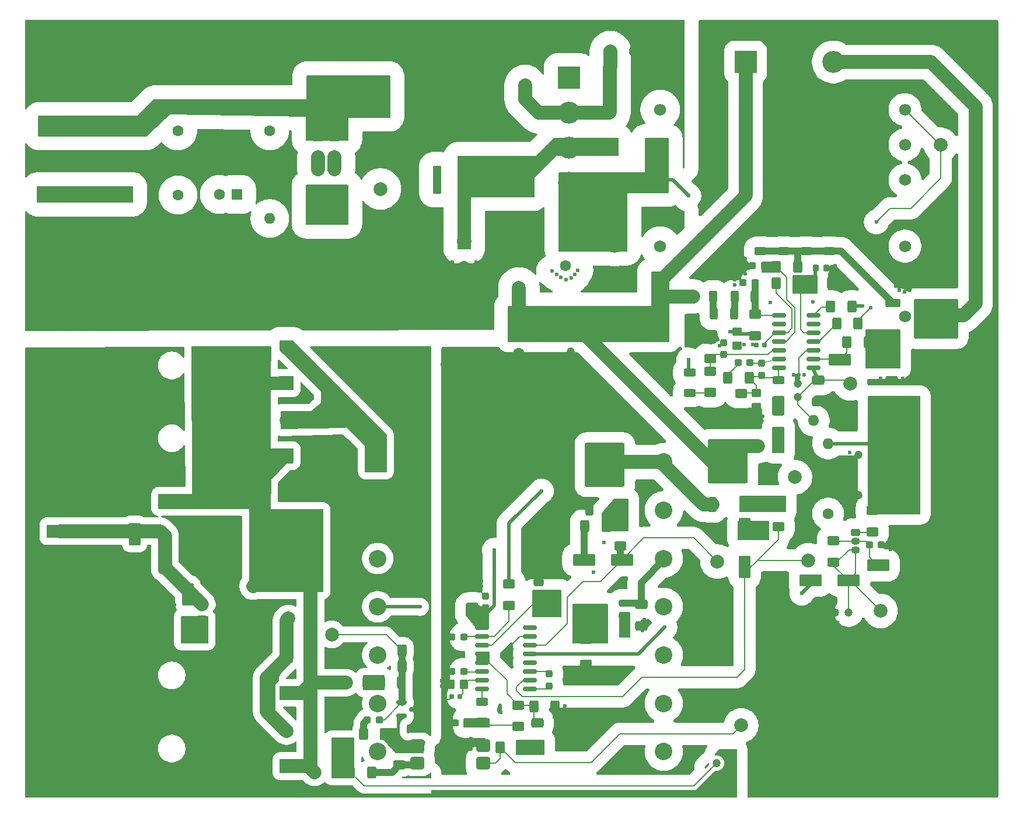
<source format=gbl>
G04 #@! TF.GenerationSoftware,KiCad,Pcbnew,9.0.1*
G04 #@! TF.CreationDate,2025-07-18T15:32:59+03:00*
G04 #@! TF.ProjectId,AC-DC G__ kayna__,41432d44-4320-447f-9ce7-206b61796e61,rev?*
G04 #@! TF.SameCoordinates,Original*
G04 #@! TF.FileFunction,Copper,L2,Bot*
G04 #@! TF.FilePolarity,Positive*
%FSLAX46Y46*%
G04 Gerber Fmt 4.6, Leading zero omitted, Abs format (unit mm)*
G04 Created by KiCad (PCBNEW 9.0.1) date 2025-07-18 15:32:59*
%MOMM*%
%LPD*%
G01*
G04 APERTURE LIST*
G04 Aperture macros list*
%AMRoundRect*
0 Rectangle with rounded corners*
0 $1 Rounding radius*
0 $2 $3 $4 $5 $6 $7 $8 $9 X,Y pos of 4 corners*
0 Add a 4 corners polygon primitive as box body*
4,1,4,$2,$3,$4,$5,$6,$7,$8,$9,$2,$3,0*
0 Add four circle primitives for the rounded corners*
1,1,$1+$1,$2,$3*
1,1,$1+$1,$4,$5*
1,1,$1+$1,$6,$7*
1,1,$1+$1,$8,$9*
0 Add four rect primitives between the rounded corners*
20,1,$1+$1,$2,$3,$4,$5,0*
20,1,$1+$1,$4,$5,$6,$7,0*
20,1,$1+$1,$6,$7,$8,$9,0*
20,1,$1+$1,$8,$9,$2,$3,0*%
G04 Aperture macros list end*
G04 #@! TA.AperFunction,Conductor*
%ADD10C,0.200000*%
G04 #@! TD*
G04 #@! TA.AperFunction,Conductor*
%ADD11C,0.500000*%
G04 #@! TD*
G04 #@! TA.AperFunction,Conductor*
%ADD12C,0.100000*%
G04 #@! TD*
G04 #@! TA.AperFunction,ComponentPad*
%ADD13C,1.600000*%
G04 #@! TD*
G04 #@! TA.AperFunction,ComponentPad*
%ADD14O,1.600000X1.600000*%
G04 #@! TD*
G04 #@! TA.AperFunction,ComponentPad*
%ADD15C,2.000000*%
G04 #@! TD*
G04 #@! TA.AperFunction,ComponentPad*
%ADD16R,2.000000X2.000000*%
G04 #@! TD*
G04 #@! TA.AperFunction,ComponentPad*
%ADD17R,3.200000X3.200000*%
G04 #@! TD*
G04 #@! TA.AperFunction,ComponentPad*
%ADD18C,3.200000*%
G04 #@! TD*
G04 #@! TA.AperFunction,ComponentPad*
%ADD19O,3.200000X3.200000*%
G04 #@! TD*
G04 #@! TA.AperFunction,ComponentPad*
%ADD20C,1.200000*%
G04 #@! TD*
G04 #@! TA.AperFunction,ComponentPad*
%ADD21O,1.300000X1.050000*%
G04 #@! TD*
G04 #@! TA.AperFunction,ComponentPad*
%ADD22RoundRect,0.249900X-0.400100X0.275100X-0.400100X-0.275100X0.400100X-0.275100X0.400100X0.275100X0*%
G04 #@! TD*
G04 #@! TA.AperFunction,ComponentPad*
%ADD23C,2.400000*%
G04 #@! TD*
G04 #@! TA.AperFunction,ComponentPad*
%ADD24R,1.600000X1.600000*%
G04 #@! TD*
G04 #@! TA.AperFunction,ComponentPad*
%ADD25C,1.752600*%
G04 #@! TD*
G04 #@! TA.AperFunction,ComponentPad*
%ADD26R,3.960000X1.980000*%
G04 #@! TD*
G04 #@! TA.AperFunction,ComponentPad*
%ADD27O,3.960000X1.980000*%
G04 #@! TD*
G04 #@! TA.AperFunction,ComponentPad*
%ADD28C,2.540000*%
G04 #@! TD*
G04 #@! TA.AperFunction,SMDPad,CuDef*
%ADD29RoundRect,0.250000X0.600000X-1.400000X0.600000X1.400000X-0.600000X1.400000X-0.600000X-1.400000X0*%
G04 #@! TD*
G04 #@! TA.AperFunction,SMDPad,CuDef*
%ADD30RoundRect,0.250000X-0.600000X1.400000X-0.600000X-1.400000X0.600000X-1.400000X0.600000X1.400000X0*%
G04 #@! TD*
G04 #@! TA.AperFunction,SMDPad,CuDef*
%ADD31RoundRect,0.250000X-0.400000X-0.625000X0.400000X-0.625000X0.400000X0.625000X-0.400000X0.625000X0*%
G04 #@! TD*
G04 #@! TA.AperFunction,SMDPad,CuDef*
%ADD32RoundRect,0.250000X0.400000X0.625000X-0.400000X0.625000X-0.400000X-0.625000X0.400000X-0.625000X0*%
G04 #@! TD*
G04 #@! TA.AperFunction,SMDPad,CuDef*
%ADD33RoundRect,0.237500X-0.300000X-0.237500X0.300000X-0.237500X0.300000X0.237500X-0.300000X0.237500X0*%
G04 #@! TD*
G04 #@! TA.AperFunction,SMDPad,CuDef*
%ADD34RoundRect,0.250000X-1.400000X-0.600000X1.400000X-0.600000X1.400000X0.600000X-1.400000X0.600000X0*%
G04 #@! TD*
G04 #@! TA.AperFunction,SMDPad,CuDef*
%ADD35RoundRect,0.250000X-0.650000X0.412500X-0.650000X-0.412500X0.650000X-0.412500X0.650000X0.412500X0*%
G04 #@! TD*
G04 #@! TA.AperFunction,SMDPad,CuDef*
%ADD36RoundRect,0.250000X0.625000X-0.312500X0.625000X0.312500X-0.625000X0.312500X-0.625000X-0.312500X0*%
G04 #@! TD*
G04 #@! TA.AperFunction,SMDPad,CuDef*
%ADD37RoundRect,0.250000X0.350000X-0.850000X0.350000X0.850000X-0.350000X0.850000X-0.350000X-0.850000X0*%
G04 #@! TD*
G04 #@! TA.AperFunction,SMDPad,CuDef*
%ADD38RoundRect,0.249997X2.650003X-2.950003X2.650003X2.950003X-2.650003X2.950003X-2.650003X-2.950003X0*%
G04 #@! TD*
G04 #@! TA.AperFunction,SMDPad,CuDef*
%ADD39RoundRect,0.250000X-0.625000X0.400000X-0.625000X-0.400000X0.625000X-0.400000X0.625000X0.400000X0*%
G04 #@! TD*
G04 #@! TA.AperFunction,SMDPad,CuDef*
%ADD40RoundRect,0.150000X-0.837500X-0.150000X0.837500X-0.150000X0.837500X0.150000X-0.837500X0.150000X0*%
G04 #@! TD*
G04 #@! TA.AperFunction,SMDPad,CuDef*
%ADD41RoundRect,0.250000X-0.312500X-0.625000X0.312500X-0.625000X0.312500X0.625000X-0.312500X0.625000X0*%
G04 #@! TD*
G04 #@! TA.AperFunction,SMDPad,CuDef*
%ADD42RoundRect,0.237500X0.300000X0.237500X-0.300000X0.237500X-0.300000X-0.237500X0.300000X-0.237500X0*%
G04 #@! TD*
G04 #@! TA.AperFunction,SMDPad,CuDef*
%ADD43RoundRect,0.237500X0.237500X-0.300000X0.237500X0.300000X-0.237500X0.300000X-0.237500X-0.300000X0*%
G04 #@! TD*
G04 #@! TA.AperFunction,SMDPad,CuDef*
%ADD44RoundRect,0.250000X-0.475000X0.337500X-0.475000X-0.337500X0.475000X-0.337500X0.475000X0.337500X0*%
G04 #@! TD*
G04 #@! TA.AperFunction,SMDPad,CuDef*
%ADD45RoundRect,0.250000X0.350000X1.750000X-0.350000X1.750000X-0.350000X-1.750000X0.350000X-1.750000X0*%
G04 #@! TD*
G04 #@! TA.AperFunction,SMDPad,CuDef*
%ADD46RoundRect,0.120000X0.480000X1.880000X-0.480000X1.880000X-0.480000X-1.880000X0.480000X-1.880000X0*%
G04 #@! TD*
G04 #@! TA.AperFunction,SMDPad,CuDef*
%ADD47RoundRect,0.250000X0.625000X-0.400000X0.625000X0.400000X-0.625000X0.400000X-0.625000X-0.400000X0*%
G04 #@! TD*
G04 #@! TA.AperFunction,SMDPad,CuDef*
%ADD48RoundRect,0.250000X-0.450000X0.350000X-0.450000X-0.350000X0.450000X-0.350000X0.450000X0.350000X0*%
G04 #@! TD*
G04 #@! TA.AperFunction,SMDPad,CuDef*
%ADD49RoundRect,0.150000X-0.512500X-0.150000X0.512500X-0.150000X0.512500X0.150000X-0.512500X0.150000X0*%
G04 #@! TD*
G04 #@! TA.AperFunction,SMDPad,CuDef*
%ADD50RoundRect,0.155000X-0.212500X-0.155000X0.212500X-0.155000X0.212500X0.155000X-0.212500X0.155000X0*%
G04 #@! TD*
G04 #@! TA.AperFunction,SMDPad,CuDef*
%ADD51RoundRect,0.150000X-0.587500X-0.150000X0.587500X-0.150000X0.587500X0.150000X-0.587500X0.150000X0*%
G04 #@! TD*
G04 #@! TA.AperFunction,SMDPad,CuDef*
%ADD52RoundRect,0.250000X0.650000X-0.412500X0.650000X0.412500X-0.650000X0.412500X-0.650000X-0.412500X0*%
G04 #@! TD*
G04 #@! TA.AperFunction,SMDPad,CuDef*
%ADD53RoundRect,0.225000X0.225000X0.250000X-0.225000X0.250000X-0.225000X-0.250000X0.225000X-0.250000X0*%
G04 #@! TD*
G04 #@! TA.AperFunction,SMDPad,CuDef*
%ADD54RoundRect,0.150000X-0.825000X-0.150000X0.825000X-0.150000X0.825000X0.150000X-0.825000X0.150000X0*%
G04 #@! TD*
G04 #@! TA.AperFunction,SMDPad,CuDef*
%ADD55RoundRect,0.250000X1.400000X0.600000X-1.400000X0.600000X-1.400000X-0.600000X1.400000X-0.600000X0*%
G04 #@! TD*
G04 #@! TA.AperFunction,SMDPad,CuDef*
%ADD56RoundRect,0.249999X-0.750001X-0.640001X0.750001X-0.640001X0.750001X0.640001X-0.750001X0.640001X0*%
G04 #@! TD*
G04 #@! TA.AperFunction,SMDPad,CuDef*
%ADD57RoundRect,0.250000X0.475000X-0.250000X0.475000X0.250000X-0.475000X0.250000X-0.475000X-0.250000X0*%
G04 #@! TD*
G04 #@! TA.AperFunction,SMDPad,CuDef*
%ADD58RoundRect,0.250000X-0.850000X-0.350000X0.850000X-0.350000X0.850000X0.350000X-0.850000X0.350000X0*%
G04 #@! TD*
G04 #@! TA.AperFunction,SMDPad,CuDef*
%ADD59RoundRect,0.249997X-2.950003X-2.650003X2.950003X-2.650003X2.950003X2.650003X-2.950003X2.650003X0*%
G04 #@! TD*
G04 #@! TA.AperFunction,SMDPad,CuDef*
%ADD60RoundRect,0.250000X-0.350000X-0.450000X0.350000X-0.450000X0.350000X0.450000X-0.350000X0.450000X0*%
G04 #@! TD*
G04 #@! TA.AperFunction,ViaPad*
%ADD61C,0.600000*%
G04 #@! TD*
G04 #@! TA.AperFunction,Conductor*
%ADD62C,2.000000*%
G04 #@! TD*
G04 #@! TA.AperFunction,Conductor*
%ADD63C,0.203200*%
G04 #@! TD*
G04 #@! TA.AperFunction,Conductor*
%ADD64C,1.000000*%
G04 #@! TD*
G04 APERTURE END LIST*
G04 #@! TO.N,Net-(C49-Pad1)*
D10*
X148400000Y-138800000D02*
X149800000Y-138800000D01*
X149800000Y-142400000D01*
X148400000Y-142400000D01*
X148400000Y-138800000D01*
G04 #@! TA.AperFunction,Conductor*
G36*
X148400000Y-138800000D02*
G01*
X149800000Y-138800000D01*
X149800000Y-142400000D01*
X148400000Y-142400000D01*
X148400000Y-138800000D01*
G37*
G04 #@! TD.AperFunction*
G04 #@! TO.N,Net-(U5-RFMIN)*
X127600000Y-144600000D02*
X129400000Y-144600000D01*
X129400000Y-146200000D01*
X127600000Y-146200000D01*
X127600000Y-144600000D01*
G04 #@! TA.AperFunction,Conductor*
G36*
X127600000Y-144600000D02*
G01*
X129400000Y-144600000D01*
X129400000Y-146200000D01*
X127600000Y-146200000D01*
X127600000Y-144600000D01*
G37*
G04 #@! TD.AperFunction*
G04 #@! TO.N,Net-(C8-Pad2)*
X125800000Y-154200000D02*
X129400000Y-154200000D01*
X129400000Y-155400000D01*
X125800000Y-155400000D01*
X125800000Y-154200000D01*
G04 #@! TA.AperFunction,Conductor*
G36*
X125800000Y-154200000D02*
G01*
X129400000Y-154200000D01*
X129400000Y-155400000D01*
X125800000Y-155400000D01*
X125800000Y-154200000D01*
G37*
G04 #@! TD.AperFunction*
G04 #@! TO.N,+400V*
X132250000Y-94500000D02*
X155500000Y-94500000D01*
X155500000Y-99500000D01*
X132250000Y-99500000D01*
X132250000Y-94500000D01*
G04 #@! TA.AperFunction,Conductor*
G36*
X132250000Y-94500000D02*
G01*
X155500000Y-94500000D01*
X155500000Y-99500000D01*
X132250000Y-99500000D01*
X132250000Y-94500000D01*
G37*
G04 #@! TD.AperFunction*
G04 #@! TO.N,Net-(D4-A)*
X84800000Y-139400000D02*
X88600000Y-139400000D01*
X88600000Y-143200000D01*
X84800000Y-143200000D01*
X84800000Y-139400000D01*
G04 #@! TA.AperFunction,Conductor*
G36*
X84800000Y-139400000D02*
G01*
X88600000Y-139400000D01*
X88600000Y-143200000D01*
X84800000Y-143200000D01*
X84800000Y-139400000D01*
G37*
G04 #@! TD.AperFunction*
G04 #@! TO.N,Net-(D9-K)*
X106600000Y-157000000D02*
X109800000Y-157000000D01*
X109800000Y-162800000D01*
X106600000Y-162800000D01*
X106600000Y-157000000D01*
G04 #@! TA.AperFunction,Conductor*
G36*
X106600000Y-157000000D02*
G01*
X109800000Y-157000000D01*
X109800000Y-162800000D01*
X106600000Y-162800000D01*
X106600000Y-157000000D01*
G37*
G04 #@! TD.AperFunction*
G04 #@! TO.N,Net-(D12-K)*
X141600000Y-137600000D02*
X146600000Y-137600000D01*
X146600000Y-143200000D01*
X141600000Y-143200000D01*
X141600000Y-137600000D01*
G04 #@! TA.AperFunction,Conductor*
G36*
X141600000Y-137600000D02*
G01*
X146600000Y-137600000D01*
X146600000Y-143200000D01*
X141600000Y-143200000D01*
X141600000Y-137600000D01*
G37*
G04 #@! TD.AperFunction*
G04 #@! TO.N,Net-(U2-CS)*
X169000000Y-88000000D02*
X171500000Y-88000000D01*
X171500000Y-89500000D01*
X169000000Y-89500000D01*
X169000000Y-88000000D01*
G04 #@! TA.AperFunction,Conductor*
G36*
X169000000Y-88000000D02*
G01*
X171500000Y-88000000D01*
X171500000Y-89500000D01*
X169000000Y-89500000D01*
X169000000Y-88000000D01*
G37*
G04 #@! TD.AperFunction*
G04 #@! TO.N,Net-(R11-Pad2)*
X170600000Y-112000000D02*
X172200000Y-112000000D01*
X172200000Y-115600000D01*
X170600000Y-115600000D01*
X170600000Y-112000000D01*
G04 #@! TA.AperFunction,Conductor*
G36*
X170600000Y-112000000D02*
G01*
X172200000Y-112000000D01*
X172200000Y-115600000D01*
X170600000Y-115600000D01*
X170600000Y-112000000D01*
G37*
G04 #@! TD.AperFunction*
G04 #@! TO.N,Net-(U2-RUN)*
X173500000Y-90000000D02*
X177000000Y-90000000D01*
X177000000Y-92500000D01*
X173500000Y-92500000D01*
X173500000Y-90000000D01*
G04 #@! TA.AperFunction,Conductor*
G36*
X173500000Y-90000000D02*
G01*
X177000000Y-90000000D01*
X177000000Y-92500000D01*
X173500000Y-92500000D01*
X173500000Y-90000000D01*
G37*
G04 #@! TD.AperFunction*
G04 #@! TO.N,Net-(D3-A)*
X165600000Y-125600000D02*
X170000000Y-125600000D01*
X170000000Y-128200000D01*
X165600000Y-128200000D01*
X165600000Y-125600000D01*
G04 #@! TA.AperFunction,Conductor*
G36*
X165600000Y-125600000D02*
G01*
X170000000Y-125600000D01*
X170000000Y-128200000D01*
X165600000Y-128200000D01*
X165600000Y-125600000D01*
G37*
G04 #@! TD.AperFunction*
D11*
G04 #@! TO.N,Net-(U2-RUN)*
X176750000Y-88950000D02*
X176750000Y-90950000D01*
D10*
G04 #@! TO.N,Net-(Q7-G)*
X149600000Y-127000000D02*
X145800000Y-127000000D01*
X145800000Y-124400000D01*
X147600000Y-122400000D01*
X149600000Y-122400000D01*
X149600000Y-127000000D01*
G04 #@! TA.AperFunction,Conductor*
G36*
X149600000Y-127000000D02*
G01*
X145800000Y-127000000D01*
X145800000Y-124400000D01*
X147600000Y-122400000D01*
X149600000Y-122400000D01*
X149600000Y-127000000D01*
G37*
G04 #@! TD.AperFunction*
G04 #@! TO.N,N*
X103000000Y-61000000D02*
X115000000Y-61000000D01*
X115000000Y-67000000D01*
X103000000Y-67000000D01*
X103000000Y-61000000D01*
G04 #@! TA.AperFunction,Conductor*
G36*
X103000000Y-61000000D02*
G01*
X115000000Y-61000000D01*
X115000000Y-67000000D01*
X103000000Y-67000000D01*
X103000000Y-61000000D01*
G37*
G04 #@! TD.AperFunction*
G04 #@! TO.N,Net-(R73-Pad2)*
X170600000Y-107600000D02*
X172200000Y-107600000D01*
X172200000Y-110000000D01*
X170600000Y-110000000D01*
X170600000Y-107600000D01*
G04 #@! TA.AperFunction,Conductor*
G36*
X170600000Y-107600000D02*
G01*
X172200000Y-107600000D01*
X172200000Y-110000000D01*
X170600000Y-110000000D01*
X170600000Y-107600000D01*
G37*
G04 #@! TD.AperFunction*
G04 #@! TO.N,Net-(Q6-G)*
X165800000Y-122000000D02*
X172400000Y-122000000D01*
X172400000Y-124200000D01*
X165800000Y-124200000D01*
X165800000Y-122000000D01*
G04 #@! TA.AperFunction,Conductor*
G36*
X165800000Y-122000000D02*
G01*
X172400000Y-122000000D01*
X172400000Y-124200000D01*
X165800000Y-124200000D01*
X165800000Y-122000000D01*
G37*
G04 #@! TD.AperFunction*
G04 #@! TO.N,Net-(R18-Pad2)*
X133400000Y-157400000D02*
X137400000Y-157400000D01*
X137400000Y-159400000D01*
X133400000Y-159400000D01*
X133400000Y-157400000D01*
G04 #@! TA.AperFunction,Conductor*
G36*
X133400000Y-157400000D02*
G01*
X137400000Y-157400000D01*
X137400000Y-159400000D01*
X133400000Y-159400000D01*
X133400000Y-157400000D01*
G37*
G04 #@! TD.AperFunction*
D12*
G04 #@! TO.N,Net-(U2-COMP)*
X171400000Y-102000000D02*
X169000000Y-102600000D01*
G04 #@! TO.N,+400V*
D10*
X153000000Y-89500000D02*
X155500000Y-89500000D01*
X155500000Y-97000000D01*
X153000000Y-97000000D01*
X153000000Y-89500000D01*
G04 #@! TA.AperFunction,Conductor*
G36*
X153000000Y-89500000D02*
G01*
X155500000Y-89500000D01*
X155500000Y-97000000D01*
X153000000Y-97000000D01*
X153000000Y-89500000D01*
G37*
G04 #@! TD.AperFunction*
G04 #@! TO.N,Net-(D24-A)*
X184150000Y-97850000D02*
X189050000Y-97850000D01*
X189050000Y-103350000D01*
X184150000Y-103350000D01*
X184150000Y-97850000D01*
G04 #@! TA.AperFunction,Conductor*
G36*
X184150000Y-97850000D02*
G01*
X189050000Y-97850000D01*
X189050000Y-103350000D01*
X184150000Y-103350000D01*
X184150000Y-97850000D01*
G37*
G04 #@! TD.AperFunction*
G04 #@! TO.N,Net-(R20-Pad1)*
X111200000Y-148000000D02*
X114200000Y-148000000D01*
X114200000Y-150000000D01*
X111200000Y-150000000D01*
X111200000Y-148000000D01*
G04 #@! TA.AperFunction,Conductor*
G36*
X111200000Y-148000000D02*
G01*
X114200000Y-148000000D01*
X114200000Y-150000000D01*
X111200000Y-150000000D01*
X111200000Y-148000000D01*
G37*
G04 #@! TD.AperFunction*
G04 #@! TO.N,Net-(D14-K)*
X135800000Y-135600000D02*
X139800000Y-135600000D01*
X139800000Y-139400000D01*
X135800000Y-139400000D01*
X135800000Y-135600000D01*
G04 #@! TA.AperFunction,Conductor*
G36*
X135800000Y-135600000D02*
G01*
X139800000Y-135600000D01*
X139800000Y-139400000D01*
X135800000Y-139400000D01*
X135800000Y-135600000D01*
G37*
G04 #@! TD.AperFunction*
D11*
G04 #@! TO.N,Net-(U2-VCC)*
X176400000Y-103400000D02*
X177200000Y-105000000D01*
G04 #@! TD*
D13*
G04 #@! TO.P,R3,1*
G04 #@! TO.N,Net-(F1-Pad2)*
X97600000Y-69000000D03*
D14*
G04 #@! TO.P,R3,2*
G04 #@! TO.N,Net-(CY9-Pad1)*
X97600000Y-81700000D03*
G04 #@! TD*
D15*
G04 #@! TO.P,VCC,1,1*
G04 #@! TO.N,Net-(U5-VCC)*
X173800000Y-119200000D03*
G04 #@! TD*
D16*
G04 #@! TO.P,D28,1,K*
G04 #@! TO.N,Net-(D17-K)*
X100035000Y-105540000D03*
D15*
G04 #@! TO.P,D28,2,A*
G04 #@! TO.N,Net-(D17-A)*
X100035000Y-100460000D03*
G04 #@! TD*
D17*
G04 #@! TO.P,D1,1,-*
G04 #@! TO.N,GNDREF*
X141000000Y-61300000D03*
D18*
G04 #@! TO.P,D1,2*
G04 #@! TO.N,Filtreli N*
X141000000Y-66380000D03*
G04 #@! TO.P,D1,3*
G04 #@! TO.N,Filtreli L*
X141000000Y-71460000D03*
G04 #@! TO.P,D1,4,+*
G04 #@! TO.N,Vrect*
X141000000Y-76540000D03*
G04 #@! TD*
D13*
G04 #@! TO.P,C35,1*
G04 #@! TO.N,GND*
X123250000Y-96250000D03*
G04 #@! TO.P,C35,2*
G04 #@! TO.N,GNDREF*
X123250000Y-101250000D03*
G04 #@! TD*
D15*
G04 #@! TO.P,L1,1,1*
G04 #@! TO.N,Net-(CY9-Pad1)*
X113650000Y-77400000D03*
G04 #@! TO.P,L1,2,2*
G04 #@! TO.N,Filtreli L*
X134650000Y-77400000D03*
G04 #@! TO.P,L1,3,3*
G04 #@! TO.N,Filtreli N*
X134650000Y-62400000D03*
G04 #@! TO.P,L1,4,4*
G04 #@! TO.N,N*
X113650000Y-62400000D03*
G04 #@! TD*
D16*
G04 #@! TO.P,D18,1,K*
G04 #@! TO.N,Net-(D17-K)*
X100035000Y-161095000D03*
D15*
G04 #@! TO.P,D18,2,A*
G04 #@! TO.N,Net-(D18-A)*
X100035000Y-156015000D03*
G04 #@! TD*
D17*
G04 #@! TO.P,D22,1,K*
G04 #@! TO.N,+400V*
X147650000Y-97730000D03*
D19*
G04 #@! TO.P,D22,2,A*
G04 #@! TO.N,Vrect*
X147650000Y-85030000D03*
G04 #@! TD*
D13*
G04 #@! TO.P,CY1,1*
G04 #@! TO.N,GND*
X125800000Y-88600000D03*
G04 #@! TO.P,CY1,2*
G04 #@! TO.N,Filtreli L*
X125800000Y-85100000D03*
G04 #@! TD*
D20*
G04 #@! TO.P,C25,1*
G04 #@! TO.N,Vaux*
X185000000Y-121800000D03*
G04 #@! TO.P,C25,2*
G04 #@! TO.N,GNDREF*
X183000000Y-121800000D03*
G04 #@! TD*
D13*
G04 #@! TO.P,C15,1*
G04 #@! TO.N,Net-(D17-K)*
X92800000Y-121900000D03*
G04 #@! TO.P,C15,2*
G04 #@! TO.N,Torpak*
X92800000Y-126900000D03*
G04 #@! TD*
D16*
G04 #@! TO.P,D29,1,K*
G04 #@! TO.N,Net-(D17-K)*
X100035000Y-150495000D03*
D15*
G04 #@! TO.P,D29,2,A*
G04 #@! TO.N,Net-(D18-A)*
X100035000Y-145415000D03*
G04 #@! TD*
D13*
G04 #@! TO.P,C34,1*
G04 #@! TO.N,+400V*
X133750000Y-97750000D03*
G04 #@! TO.P,C34,2*
G04 #@! TO.N,GNDREF*
X133750000Y-101250000D03*
G04 #@! TD*
G04 #@! TO.P,F1,1*
G04 #@! TO.N,L*
X76800000Y-78300000D03*
G04 #@! TO.P,F1,2*
G04 #@! TO.N,Net-(F1-Pad2)*
X84300000Y-78300000D03*
G04 #@! TD*
D16*
G04 #@! TO.P,D17,1,K*
G04 #@! TO.N,Net-(D17-K)*
X100035000Y-116080000D03*
D15*
G04 #@! TO.P,D17,2,A*
G04 #@! TO.N,Net-(D17-A)*
X100035000Y-111000000D03*
G04 #@! TD*
D21*
G04 #@! TO.P,Q1,1,C*
G04 #@! TO.N,Vs*
X182600000Y-129740000D03*
G04 #@! TO.P,Q1,2,B*
G04 #@! TO.N,Net-(D11-K)*
X182600000Y-128470000D03*
D22*
G04 #@! TO.P,Q1,3,E*
G04 #@! TO.N,Net-(Q1-E)*
X182600000Y-127200000D03*
G04 #@! TD*
D13*
G04 #@! TO.P,C14,1*
G04 #@! TO.N,Net-(D17-K)*
X95200000Y-135000000D03*
G04 #@! TO.P,C14,2*
G04 #@! TO.N,Torpak*
X90200000Y-135000000D03*
G04 #@! TD*
G04 #@! TO.P,C26,1*
G04 #@! TO.N,+24V*
X82200000Y-132535000D03*
G04 #@! TO.P,C26,2*
G04 #@! TO.N,Torpak*
X82200000Y-137535000D03*
G04 #@! TD*
D20*
G04 #@! TO.P,C31,1*
G04 #@! TO.N,Net-(D9-K)*
X162465000Y-160655000D03*
G04 #@! TO.P,C31,2*
G04 #@! TO.N,Torpak*
X164465000Y-160655000D03*
G04 #@! TD*
D13*
G04 #@! TO.P,C11,1*
G04 #@! TO.N,Vrect*
X140500000Y-85000000D03*
G04 #@! TO.P,C11,2*
G04 #@! TO.N,GNDREF*
X140500000Y-88500000D03*
G04 #@! TD*
G04 #@! TO.P,RV1,1*
G04 #@! TO.N,N*
X79250000Y-67533330D03*
G04 #@! TO.P,RV1,2*
G04 #@! TO.N,Net-(F1-Pad2)*
X84250000Y-69000000D03*
G04 #@! TD*
D20*
G04 #@! TO.P,C47,1*
G04 #@! TO.N,Vaux*
X185000000Y-116000000D03*
G04 #@! TO.P,C47,2*
G04 #@! TO.N,GNDREF*
X183000000Y-116000000D03*
G04 #@! TD*
D15*
G04 #@! TO.P,TP8,1,1*
G04 #@! TO.N,Vaux*
X190000000Y-116000000D03*
G04 #@! TD*
D23*
G04 #@! TO.P,CY9,1*
G04 #@! TO.N,Net-(CY9-Pad1)*
X105900000Y-81050000D03*
G04 #@! TO.P,CY9,2*
G04 #@! TO.N,N*
X105900000Y-66050000D03*
G04 #@! TD*
D15*
G04 #@! TO.P,TP3,1,1*
G04 #@! TO.N,ZCD*
X194950000Y-71000000D03*
G04 #@! TD*
G04 #@! TO.P,VCC,1,1*
G04 #@! TO.N,Net-(U2-VCC)*
X181800000Y-105600000D03*
G04 #@! TD*
D17*
G04 #@! TO.P,D23,1,K*
G04 #@! TO.N,+400V*
X166650000Y-59000000D03*
D19*
G04 #@! TO.P,D23,2,A*
G04 #@! TO.N,FET+*
X179350000Y-59000000D03*
G04 #@! TD*
D15*
G04 #@! TO.P,400V,1,1*
G04 #@! TO.N,+400V*
X133750000Y-91750000D03*
G04 #@! TD*
D24*
G04 #@! TO.P,TH1,1*
G04 #@! TO.N,Net-(CY9-Pad1)*
X92800000Y-78200000D03*
D13*
G04 #@! TO.P,TH1,2*
G04 #@! TO.N,Net-(F1-Pad2)*
X90300000Y-78200000D03*
G04 #@! TD*
D25*
G04 #@! TO.P,L3,1,1*
G04 #@! TO.N,+400V*
X154250000Y-95900000D03*
G04 #@! TO.P,L3,2,2*
X154250000Y-90799990D03*
G04 #@! TO.P,L3,3*
G04 #@! TO.N,N/C*
X154250000Y-85699996D03*
G04 #@! TO.P,L3,4*
G04 #@! TO.N,Vrect*
X154250000Y-76099994D03*
G04 #@! TO.P,L3,5*
X154250000Y-71000000D03*
G04 #@! TO.P,L3,6*
G04 #@! TO.N,N/C*
X154250000Y-65899990D03*
G04 #@! TO.P,L3,7*
X189750005Y-95900000D03*
G04 #@! TO.P,L3,8*
G04 #@! TO.N,GNDREF*
X189750005Y-90799990D03*
G04 #@! TO.P,L3,9*
G04 #@! TO.N,N/C*
X189750005Y-85699996D03*
G04 #@! TO.P,L3,10*
X189750005Y-76099994D03*
G04 #@! TO.P,L3,11*
X189750005Y-71000000D03*
G04 #@! TO.P,L3,12*
G04 #@! TO.N,ZCD*
X189750005Y-65899990D03*
G04 #@! TD*
D15*
G04 #@! TO.P,+12V,1,1*
G04 #@! TO.N,Net-(D18-A)*
X100330000Y-139700000D03*
G04 #@! TD*
D26*
G04 #@! TO.P,J2,1,Pin_1*
G04 #@! TO.N,+24V*
X67200000Y-127035000D03*
D27*
G04 #@! TO.P,J2,2,Pin_2*
G04 #@! TO.N,Torpak*
X67200000Y-132035000D03*
G04 #@! TD*
D26*
G04 #@! TO.P,J1,1,Pin_1*
G04 #@! TO.N,N*
X66200000Y-68200000D03*
D27*
G04 #@! TO.P,J1,2,Pin_2*
G04 #@! TO.N,GND*
X66200000Y-73200000D03*
G04 #@! TO.P,J1,3,Pin_3*
G04 #@! TO.N,L*
X66200000Y-78200000D03*
G04 #@! TD*
D15*
G04 #@! TO.P,HVG,1,1*
G04 #@! TO.N,Net-(D3-K)*
X175750000Y-131250000D03*
G04 #@! TD*
D28*
G04 #@! TO.P,T2,1,IN+*
G04 #@! TO.N,1P+*
X154762500Y-117000000D03*
G04 #@! TO.P,T2,2*
G04 #@! TO.N,N/C*
X154762500Y-124000000D03*
G04 #@! TO.P,T2,3,IN-*
G04 #@! TO.N,1P-*
X154762500Y-131000000D03*
G04 #@! TO.P,T2,4*
G04 #@! TO.N,N/C*
X154762500Y-138000000D03*
G04 #@! TO.P,T2,5*
X154762500Y-145000000D03*
G04 #@! TO.P,T2,6*
X154762500Y-152000000D03*
G04 #@! TO.P,T2,7*
X154762500Y-159000000D03*
G04 #@! TO.P,T2,8*
X113262500Y-159000000D03*
G04 #@! TO.P,T2,9*
X113262500Y-152000000D03*
G04 #@! TO.P,T2,10,OUT2B*
G04 #@! TO.N,GNDREF*
X113262500Y-145000000D03*
G04 #@! TO.P,T2,11,OUT2A*
G04 #@! TO.N,Net-(D15-A)*
X113262500Y-138000000D03*
G04 #@! TO.P,T2,12,OUT1B*
G04 #@! TO.N,Net-(D18-A)*
X113262500Y-131000000D03*
G04 #@! TO.P,T2,13,PM*
G04 #@! TO.N,Torpak*
X113262500Y-124000000D03*
G04 #@! TO.P,T2,14,OUT1A*
G04 #@! TO.N,Net-(D17-A)*
X113262500Y-117000000D03*
G04 #@! TD*
D15*
G04 #@! TO.P,L,1,1*
G04 #@! TO.N,Filtreli L*
X146950000Y-71500000D03*
G04 #@! TD*
G04 #@! TO.P,VAUX,1,1*
G04 #@! TO.N,Vs*
X186200000Y-138600000D03*
G04 #@! TD*
G04 #@! TO.P,N,1,1*
G04 #@! TO.N,Filtreli N*
X146950000Y-66300000D03*
G04 #@! TD*
D20*
G04 #@! TO.P,C33,1*
G04 #@! TO.N,+400V*
X141250000Y-99000000D03*
G04 #@! TO.P,C33,2*
G04 #@! TO.N,GNDREF*
X141250000Y-101000000D03*
G04 #@! TD*
D15*
G04 #@! TO.P,L2,1,1*
G04 #@! TO.N,Net-(D17-K)*
X82400000Y-122660000D03*
G04 #@! TO.P,L2,2,2*
G04 #@! TO.N,+24V*
X82400000Y-127740000D03*
G04 #@! TD*
G04 #@! TO.P,Opto+,1,1*
G04 #@! TO.N,OPTO+*
X166000000Y-155200000D03*
G04 #@! TD*
G04 #@! TO.P,+12V,1,1*
G04 #@! TO.N,Net-(D17-A)*
X108500000Y-110000000D03*
G04 #@! TD*
G04 #@! TO.P,TP4,1,1*
G04 #@! TO.N,GNDREF*
X195000000Y-85000000D03*
G04 #@! TD*
D13*
G04 #@! TO.P,R2,1*
G04 #@! TO.N,Net-(U5-VCC)*
X178600000Y-124480000D03*
D14*
G04 #@! TO.P,R2,2*
G04 #@! TO.N,Vaux*
X178600000Y-114320000D03*
G04 #@! TD*
D13*
G04 #@! TO.P,CY2,1*
G04 #@! TO.N,Filtreli N*
X147000000Y-57500000D03*
G04 #@! TO.P,CY2,2*
G04 #@! TO.N,GND*
X150500000Y-57500000D03*
G04 #@! TD*
G04 #@! TO.P,R72,1*
G04 #@! TO.N,Vaux*
X186680000Y-111000000D03*
D14*
G04 #@! TO.P,R72,2*
G04 #@! TO.N,Net-(U2-VCC)*
X176520000Y-111000000D03*
G04 #@! TD*
D20*
G04 #@! TO.P,C51,1*
G04 #@! TO.N,Vs*
X181600000Y-138800000D03*
G04 #@! TO.P,C51,2*
G04 #@! TO.N,GNDREF*
X179600000Y-138800000D03*
G04 #@! TD*
D15*
G04 #@! TO.P,LVG,1,1*
G04 #@! TO.N,Net-(D2-K)*
X162560000Y-131445000D03*
G04 #@! TD*
D20*
G04 #@! TO.P,C43,1*
G04 #@! TO.N,Net-(U2-VCC)*
X174200000Y-107600000D03*
G04 #@! TO.P,C43,2*
G04 #@! TO.N,GNDREF*
X174200000Y-105600000D03*
G04 #@! TD*
D15*
G04 #@! TO.P,TP13,1,1*
G04 #@! TO.N,Net-(D17-K)*
X104000000Y-132000000D03*
G04 #@! TD*
D29*
G04 #@! TO.P,D9,1,K*
G04 #@! TO.N,Net-(D9-K)*
X108800000Y-158550000D03*
G04 #@! TO.P,D9,2,A*
G04 #@! TO.N,Torpak*
X108800000Y-153050000D03*
G04 #@! TD*
D30*
G04 #@! TO.P,D12,1,K*
G04 #@! TO.N,Net-(D12-K)*
X143500000Y-141750000D03*
G04 #@! TO.P,D12,2,A*
G04 #@! TO.N,GNDREF*
X143500000Y-147250000D03*
G04 #@! TD*
D31*
G04 #@! TO.P,R23,1*
G04 #@! TO.N,Net-(D17-K)*
X104100000Y-162000000D03*
G04 #@! TO.P,R23,2*
G04 #@! TO.N,Net-(D9-K)*
X107200000Y-162000000D03*
G04 #@! TD*
D32*
G04 #@! TO.P,R83,1*
G04 #@! TO.N,ZCD*
X182950000Y-96900000D03*
G04 #@! TO.P,R83,2*
G04 #@! TO.N,Net-(U2-ZCD)*
X179850000Y-96900000D03*
G04 #@! TD*
D33*
G04 #@! TO.P,C8,1*
G04 #@! TO.N,GNDREF*
X124537500Y-154800000D03*
G04 #@! TO.P,C8,2*
G04 #@! TO.N,Net-(C8-Pad2)*
X126262500Y-154800000D03*
G04 #@! TD*
D32*
G04 #@! TO.P,R22,1*
G04 #@! TO.N,Net-(R20-Pad1)*
X111750000Y-149000000D03*
G04 #@! TO.P,R22,2*
G04 #@! TO.N,Net-(D17-K)*
X108650000Y-149000000D03*
G04 #@! TD*
D34*
G04 #@! TO.P,D11,1,K*
G04 #@! TO.N,Net-(D11-K)*
X185850000Y-132000000D03*
G04 #@! TO.P,D11,2,A*
G04 #@! TO.N,GNDREF*
X191350000Y-132000000D03*
G04 #@! TD*
D35*
G04 #@! TO.P,R18,1*
G04 #@! TO.N,Net-(U5-RFMIN)*
X136400000Y-154837500D03*
G04 #@! TO.P,R18,2*
G04 #@! TO.N,Net-(R18-Pad2)*
X136400000Y-157962500D03*
G04 #@! TD*
D29*
G04 #@! TO.P,D3,1,K*
G04 #@! TO.N,Net-(D3-K)*
X166500000Y-132250000D03*
G04 #@! TO.P,D3,2,A*
G04 #@! TO.N,Net-(D3-A)*
X166500000Y-126750000D03*
G04 #@! TD*
D36*
G04 #@! TO.P,R19,1*
G04 #@! TO.N,Net-(Q5-S)*
X168820000Y-86382500D03*
G04 #@! TO.P,R19,2*
G04 #@! TO.N,GNDREF*
X168820000Y-83457500D03*
G04 #@! TD*
D37*
G04 #@! TO.P,Q7,1,G*
G04 #@! TO.N,Net-(Q7-G)*
X148500000Y-123700000D03*
D38*
G04 #@! TO.P,Q7,2,D*
G04 #@! TO.N,1P+*
X146220000Y-117400000D03*
D37*
G04 #@! TO.P,Q7,3,S*
G04 #@! TO.N,GNDREF*
X143940000Y-123700000D03*
G04 #@! TD*
D31*
G04 #@! TO.P,R6,1*
G04 #@! TO.N,Net-(U1-REF)*
X116800000Y-144290000D03*
G04 #@! TO.P,R6,2*
G04 #@! TO.N,Torpak*
X119900000Y-144290000D03*
G04 #@! TD*
G04 #@! TO.P,R33,1*
G04 #@! TO.N,Net-(D2-A)*
X143320000Y-126280000D03*
G04 #@! TO.P,R33,2*
G04 #@! TO.N,Net-(Q7-G)*
X146420000Y-126280000D03*
G04 #@! TD*
D39*
G04 #@! TO.P,R42,1*
G04 #@! TO.N,Net-(U1-K)*
X116400000Y-157850000D03*
G04 #@! TO.P,R42,2*
G04 #@! TO.N,Net-(R42-Pad2)*
X116400000Y-160950000D03*
G04 #@! TD*
G04 #@! TO.P,R81,1*
G04 #@! TO.N,PFC-OK*
X168000000Y-95550000D03*
G04 #@! TO.P,R81,2*
G04 #@! TO.N,LINE*
X168000000Y-98650000D03*
G04 #@! TD*
D40*
G04 #@! TO.P,U5,1,CSS*
G04 #@! TO.N,Net-(U5-CSS)*
X128437500Y-149882500D03*
G04 #@! TO.P,U5,2,DELAY*
G04 #@! TO.N,Net-(U5-DELAY)*
X128437500Y-148612500D03*
G04 #@! TO.P,U5,3,CF*
G04 #@! TO.N,Net-(U5-CF)*
X128437500Y-147342500D03*
G04 #@! TO.P,U5,4,RFMIN*
G04 #@! TO.N,Net-(U5-RFMIN)*
X128437500Y-146072500D03*
G04 #@! TO.P,U5,5,STBY*
X128437500Y-144802500D03*
G04 #@! TO.P,U5,6,ISEN*
G04 #@! TO.N,Net-(D14-K)*
X128437500Y-143532500D03*
G04 #@! TO.P,U5,7,LINE*
G04 #@! TO.N,Net-(U5-LINE)*
X128437500Y-142262500D03*
G04 #@! TO.P,U5,8,DIS*
G04 #@! TO.N,PWM-Latch*
X128437500Y-140992500D03*
G04 #@! TO.P,U5,9,PFC_STOP*
G04 #@! TO.N,unconnected-(U5-PFC_STOP-Pad9)*
X135362500Y-140992500D03*
G04 #@! TO.P,U5,10,GND*
G04 #@! TO.N,GNDREF*
X135362500Y-142262500D03*
G04 #@! TO.P,U5,11,LVG*
G04 #@! TO.N,Net-(D2-K)*
X135362500Y-143532500D03*
G04 #@! TO.P,U5,12,VCC*
G04 #@! TO.N,Net-(U5-VCC)*
X135362500Y-144802500D03*
G04 #@! TO.P,U5,13,NC*
G04 #@! TO.N,unconnected-(U5-NC-Pad13)*
X135362500Y-146072500D03*
G04 #@! TO.P,U5,14,OUT*
G04 #@! TO.N,Net-(U5-OUT)*
X135362500Y-147342500D03*
G04 #@! TO.P,U5,15,HVG*
G04 #@! TO.N,Net-(D3-K)*
X135362500Y-148612500D03*
G04 #@! TO.P,U5,16,VBOOT*
G04 #@! TO.N,Net-(U5-VBOOT)*
X135362500Y-149882500D03*
G04 #@! TD*
D39*
G04 #@! TO.P,R75,1*
G04 #@! TO.N,Net-(U2-INV)*
X166000000Y-107050000D03*
G04 #@! TO.P,R75,2*
G04 #@! TO.N,GNDREF*
X166000000Y-110150000D03*
G04 #@! TD*
D33*
G04 #@! TO.P,C20,1*
G04 #@! TO.N,GNDREF*
X124037500Y-147400000D03*
G04 #@! TO.P,C20,2*
G04 #@! TO.N,Net-(U5-CF)*
X125762500Y-147400000D03*
G04 #@! TD*
D41*
G04 #@! TO.P,R78,1*
G04 #@! TO.N,+400V*
X159037500Y-93000000D03*
G04 #@! TO.P,R78,2*
G04 #@! TO.N,Net-(R78-Pad2)*
X161962500Y-93000000D03*
G04 #@! TD*
D36*
G04 #@! TO.P,R14,1*
G04 #@! TO.N,Net-(Q5-S)*
X175440000Y-86382500D03*
G04 #@! TO.P,R14,2*
G04 #@! TO.N,GNDREF*
X175440000Y-83457500D03*
G04 #@! TD*
G04 #@! TO.P,R73,1*
G04 #@! TO.N,Net-(R11-Pad2)*
X171390000Y-112587500D03*
G04 #@! TO.P,R73,2*
G04 #@! TO.N,Net-(R73-Pad2)*
X171390000Y-109662500D03*
G04 #@! TD*
D39*
G04 #@! TO.P,R40,1*
G04 #@! TO.N,GNDREF*
X138800000Y-133300000D03*
G04 #@! TO.P,R40,2*
G04 #@! TO.N,Net-(D14-K)*
X138800000Y-136400000D03*
G04 #@! TD*
D42*
G04 #@! TO.P,C36,1*
G04 #@! TO.N,Net-(U2-CS)*
X169362500Y-88500000D03*
G04 #@! TO.P,C36,2*
G04 #@! TO.N,GNDREF*
X167637500Y-88500000D03*
G04 #@! TD*
D43*
G04 #@! TO.P,C7,1*
G04 #@! TO.N,Net-(U5-VBOOT)*
X138162500Y-149465000D03*
G04 #@! TO.P,C7,2*
G04 #@! TO.N,Net-(U5-OUT)*
X138162500Y-147740000D03*
G04 #@! TD*
D44*
G04 #@! TO.P,C50,1*
G04 #@! TO.N,GNDREF*
X136640000Y-134382500D03*
G04 #@! TO.P,C50,2*
G04 #@! TO.N,Net-(D14-K)*
X136640000Y-136457500D03*
G04 #@! TD*
D15*
G04 #@! TO.P,TP12,1,1*
G04 #@! TO.N,Net-(U1-REF)*
X106600000Y-142000000D03*
G04 #@! TD*
D31*
G04 #@! TO.P,R41,1*
G04 #@! TO.N,Net-(C4-Pad1)*
X111250000Y-156400000D03*
G04 #@! TO.P,R41,2*
G04 #@! TO.N,Net-(U1-K)*
X114350000Y-156400000D03*
G04 #@! TD*
D36*
G04 #@! TO.P,R4,1*
G04 #@! TO.N,Net-(R4-Pad1)*
X107000000Y-72825000D03*
G04 #@! TO.P,R4,2*
G04 #@! TO.N,N*
X107000000Y-69900000D03*
G04 #@! TD*
D45*
G04 #@! TO.P,GD1,1*
G04 #@! TO.N,Filtreli L*
X125850000Y-76050000D03*
D46*
G04 #@! TO.P,GD1,2*
G04 #@! TO.N,N/C*
X121850000Y-76050000D03*
G04 #@! TD*
D30*
G04 #@! TO.P,D4,1,K*
G04 #@! TO.N,+24V*
X85700000Y-136170000D03*
G04 #@! TO.P,D4,2,A*
G04 #@! TO.N,Net-(D4-A)*
X85700000Y-141670000D03*
G04 #@! TD*
D32*
G04 #@! TO.P,R77,1*
G04 #@! TO.N,Net-(U2-INV)*
X167150000Y-104800000D03*
G04 #@! TO.P,R77,2*
G04 #@! TO.N,Net-(C45-Pad1)*
X164050000Y-104800000D03*
G04 #@! TD*
D43*
G04 #@! TO.P,C39,1*
G04 #@! TO.N,Mult*
X163480000Y-101442500D03*
G04 #@! TO.P,C39,2*
G04 #@! TO.N,GNDREF*
X163480000Y-99717500D03*
G04 #@! TD*
D47*
G04 #@! TO.P,R67,1*
G04 #@! TO.N,Mult*
X161500000Y-102000000D03*
G04 #@! TO.P,R67,2*
G04 #@! TO.N,GNDREF*
X161500000Y-98900000D03*
G04 #@! TD*
D32*
G04 #@! TO.P,R34,1*
G04 #@! TO.N,Net-(R18-Pad2)*
X134150000Y-158400000D03*
G04 #@! TO.P,R34,2*
G04 #@! TO.N,OPTO+*
X131050000Y-158400000D03*
G04 #@! TD*
D47*
G04 #@! TO.P,R17,1*
G04 #@! TO.N,Net-(C8-Pad2)*
X133662500Y-155370000D03*
G04 #@! TO.P,R17,2*
G04 #@! TO.N,Net-(U5-RFMIN)*
X133662500Y-152270000D03*
G04 #@! TD*
D39*
G04 #@! TO.P,R38,1*
G04 #@! TO.N,Net-(D11-K)*
X179400000Y-128450000D03*
G04 #@! TO.P,R38,2*
G04 #@! TO.N,Vs*
X179400000Y-131550000D03*
G04 #@! TD*
D36*
G04 #@! TO.P,R13,1*
G04 #@! TO.N,Net-(Q5-S)*
X178750000Y-86382500D03*
G04 #@! TO.P,R13,2*
G04 #@! TO.N,GNDREF*
X178750000Y-83457500D03*
G04 #@! TD*
D31*
G04 #@! TO.P,R21,1*
G04 #@! TO.N,Net-(U2-CS)*
X171100000Y-88700000D03*
G04 #@! TO.P,R21,2*
G04 #@! TO.N,Net-(Q5-S)*
X174200000Y-88700000D03*
G04 #@! TD*
D36*
G04 #@! TO.P,R74,1*
G04 #@! TO.N,Net-(R73-Pad2)*
X171400000Y-108025000D03*
G04 #@! TO.P,R74,2*
G04 #@! TO.N,Net-(U2-INV)*
X171400000Y-105100000D03*
G04 #@! TD*
D48*
G04 #@! TO.P,R82,1*
G04 #@! TO.N,LINE*
X165400000Y-98100000D03*
G04 #@! TO.P,R82,2*
G04 #@! TO.N,GNDREF*
X165400000Y-100100000D03*
G04 #@! TD*
D49*
G04 #@! TO.P,Q10,1,B*
G04 #@! TO.N,Net-(D4-A)*
X87762500Y-139570000D03*
G04 #@! TO.P,Q10,2,C*
G04 #@! TO.N,+24V*
X87762500Y-137670000D03*
G04 #@! TO.P,Q10,3,E*
G04 #@! TO.N,Torpak*
X90037500Y-138620000D03*
G04 #@! TD*
D50*
G04 #@! TO.P,C5,1*
G04 #@! TO.N,GNDREF*
X124032500Y-151000000D03*
G04 #@! TO.P,C5,2*
G04 #@! TO.N,Net-(U5-DELAY)*
X125167500Y-151000000D03*
G04 #@! TD*
D33*
G04 #@! TO.P,C46,1*
G04 #@! TO.N,GNDREF*
X166267500Y-91000000D03*
G04 #@! TO.P,C46,2*
G04 #@! TO.N,PFC-OK*
X167992500Y-91000000D03*
G04 #@! TD*
D34*
G04 #@! TO.P,D24,1,K*
G04 #@! TO.N,Net-(D24-K)*
X180300000Y-102200000D03*
G04 #@! TO.P,D24,2,A*
G04 #@! TO.N,Net-(D24-A)*
X185800000Y-102200000D03*
G04 #@! TD*
D51*
G04 #@! TO.P,U1,1,K*
G04 #@! TO.N,Net-(U1-K)*
X116725000Y-153800000D03*
G04 #@! TO.P,U1,2,REF*
G04 #@! TO.N,Net-(U1-REF)*
X116725000Y-151900000D03*
G04 #@! TO.P,U1,3,A*
G04 #@! TO.N,Torpak*
X118600000Y-152850000D03*
G04 #@! TD*
D42*
G04 #@! TO.P,C21,1*
G04 #@! TO.N,Net-(U5-LINE)*
X125762500Y-142400000D03*
G04 #@! TO.P,C21,2*
G04 #@! TO.N,GNDREF*
X124037500Y-142400000D03*
G04 #@! TD*
D32*
G04 #@! TO.P,R71,1*
G04 #@! TO.N,GNDREF*
X179100000Y-91100000D03*
G04 #@! TO.P,R71,2*
G04 #@! TO.N,Net-(U2-RUN)*
X176000000Y-91100000D03*
G04 #@! TD*
G04 #@! TO.P,R53,1*
G04 #@! TO.N,Net-(R42-Pad2)*
X112400000Y-162000000D03*
G04 #@! TO.P,R53,2*
G04 #@! TO.N,Net-(D9-K)*
X109300000Y-162000000D03*
G04 #@! TD*
D52*
G04 #@! TO.P,C42,1*
G04 #@! TO.N,GNDREF*
X177200000Y-108262500D03*
G04 #@! TO.P,C42,2*
G04 #@! TO.N,Net-(U2-VCC)*
X177200000Y-105137500D03*
G04 #@! TD*
D37*
G04 #@! TO.P,Q6,1,G*
G04 #@! TO.N,Net-(Q6-G)*
X166362500Y-123200000D03*
D38*
G04 #@! TO.P,Q6,2,D*
G04 #@! TO.N,+400V*
X164082500Y-116900000D03*
D37*
G04 #@! TO.P,Q6,3,S*
G04 #@! TO.N,1P+*
X161802500Y-123200000D03*
G04 #@! TD*
D53*
G04 #@! TO.P,C40,1*
G04 #@! TO.N,GNDREF*
X178350000Y-88900000D03*
G04 #@! TO.P,C40,2*
G04 #@! TO.N,Net-(U2-RUN)*
X176800000Y-88900000D03*
G04 #@! TD*
D47*
G04 #@! TO.P,R32,1*
G04 #@! TO.N,Net-(D2-K)*
X148470000Y-129130000D03*
G04 #@! TO.P,R32,2*
G04 #@! TO.N,Net-(Q7-G)*
X148470000Y-126030000D03*
G04 #@! TD*
D41*
G04 #@! TO.P,R20,1*
G04 #@! TO.N,Net-(R20-Pad1)*
X113737500Y-149000000D03*
G04 #@! TO.P,R20,2*
G04 #@! TO.N,Net-(U1-REF)*
X116662500Y-149000000D03*
G04 #@! TD*
D31*
G04 #@! TO.P,R63,1*
G04 #@! TO.N,Net-(D24-K)*
X181350000Y-99592500D03*
G04 #@! TO.P,R63,2*
G04 #@! TO.N,Net-(D24-A)*
X184450000Y-99592500D03*
G04 #@! TD*
D47*
G04 #@! TO.P,R31,1*
G04 #@! TO.N,Net-(D3-A)*
X169000000Y-126350000D03*
G04 #@! TO.P,R31,2*
G04 #@! TO.N,Net-(Q6-G)*
X169000000Y-123250000D03*
G04 #@! TD*
D43*
G04 #@! TO.P,C44,1*
G04 #@! TO.N,Net-(U2-INV)*
X168950000Y-104432500D03*
G04 #@! TO.P,C44,2*
G04 #@! TO.N,Net-(U2-COMP)*
X168950000Y-102707500D03*
G04 #@! TD*
D32*
G04 #@! TO.P,R24,1*
G04 #@! TO.N,Net-(C49-Pad1)*
X149050000Y-141500000D03*
G04 #@! TO.P,R24,2*
G04 #@! TO.N,Net-(D12-K)*
X145950000Y-141500000D03*
G04 #@! TD*
D47*
G04 #@! TO.P,R35,1*
G04 #@! TO.N,PWM-Latch*
X127000000Y-138050000D03*
G04 #@! TO.P,R35,2*
G04 #@! TO.N,GNDREF*
X127000000Y-134950000D03*
G04 #@! TD*
D35*
G04 #@! TO.P,C48,1*
G04 #@! TO.N,GNDREF*
X187800000Y-105175000D03*
G04 #@! TO.P,C48,2*
G04 #@! TO.N,Vaux*
X187800000Y-108300000D03*
G04 #@! TD*
D54*
G04 #@! TO.P,U2,1,INV*
G04 #@! TO.N,Net-(U2-INV)*
X171525000Y-103310000D03*
G04 #@! TO.P,U2,2,COMP*
G04 #@! TO.N,Net-(U2-COMP)*
X171525000Y-102040000D03*
G04 #@! TO.P,U2,3,MULT*
G04 #@! TO.N,Mult*
X171525000Y-100770000D03*
G04 #@! TO.P,U2,4,CS*
G04 #@! TO.N,Net-(U2-CS)*
X171525000Y-99500000D03*
G04 #@! TO.P,U2,5,VFF*
G04 #@! TO.N,Net-(U2-VFF)*
X171525000Y-98230000D03*
G04 #@! TO.P,U2,6,TBO*
G04 #@! TO.N,unconnected-(U2-TBO-Pad6)*
X171525000Y-96960000D03*
G04 #@! TO.P,U2,7,PFC_OK*
G04 #@! TO.N,PFC-OK*
X171525000Y-95690000D03*
G04 #@! TO.P,U2,8,PWM_LATCH*
G04 #@! TO.N,Net-(U2-PWM_LATCH)*
X176475000Y-95690000D03*
G04 #@! TO.P,U2,9,PWM_STOP*
G04 #@! TO.N,unconnected-(U2-PWM_STOP-Pad9)*
X176475000Y-96960000D03*
G04 #@! TO.P,U2,10,RUN*
G04 #@! TO.N,Net-(U2-RUN)*
X176475000Y-98230000D03*
G04 #@! TO.P,U2,11,ZCD*
G04 #@! TO.N,Net-(U2-ZCD)*
X176475000Y-99500000D03*
G04 #@! TO.P,U2,12,GND*
G04 #@! TO.N,GNDREF*
X176475000Y-100770000D03*
G04 #@! TO.P,U2,13,GD*
G04 #@! TO.N,Net-(D24-K)*
X176475000Y-102040000D03*
G04 #@! TO.P,U2,14,VCC*
G04 #@! TO.N,Net-(U2-VCC)*
X176475000Y-103310000D03*
G04 #@! TD*
D36*
G04 #@! TO.P,R12,1*
G04 #@! TO.N,Net-(CY9-Pad1)*
X104600000Y-77462500D03*
G04 #@! TO.P,R12,2*
G04 #@! TO.N,Net-(R12-Pad2)*
X104600000Y-74537500D03*
G04 #@! TD*
D55*
G04 #@! TO.P,D2,1,K*
G04 #@! TO.N,Net-(D2-K)*
X148690000Y-131200000D03*
G04 #@! TO.P,D2,2,A*
G04 #@! TO.N,Net-(D2-A)*
X143190000Y-131200000D03*
G04 #@! TD*
D31*
G04 #@! TO.P,R25,1*
G04 #@! TO.N,Net-(D4-A)*
X87850000Y-142470000D03*
G04 #@! TO.P,R25,2*
G04 #@! TO.N,Torpak*
X90950000Y-142470000D03*
G04 #@! TD*
D50*
G04 #@! TO.P,C41,1*
G04 #@! TO.N,GNDREF*
X168232500Y-100080000D03*
G04 #@! TO.P,C41,2*
G04 #@! TO.N,Net-(U2-VFF)*
X169367500Y-100080000D03*
G04 #@! TD*
D33*
G04 #@! TO.P,C45,1*
G04 #@! TO.N,Net-(C45-Pad1)*
X165537500Y-102620000D03*
G04 #@! TO.P,C45,2*
G04 #@! TO.N,Net-(U2-COMP)*
X167262500Y-102620000D03*
G04 #@! TD*
D39*
G04 #@! TO.P,R68,1*
G04 #@! TO.N,Mult*
X161480000Y-103830000D03*
G04 #@! TO.P,R68,2*
G04 #@! TO.N,Net-(R68-Pad2)*
X161480000Y-106930000D03*
G04 #@! TD*
D35*
G04 #@! TO.P,C1,1*
G04 #@! TO.N,+24V*
X75400000Y-127037500D03*
G04 #@! TO.P,C1,2*
G04 #@! TO.N,Torpak*
X75400000Y-130162500D03*
G04 #@! TD*
D31*
G04 #@! TO.P,R1,1*
G04 #@! TO.N,Net-(U1-REF)*
X116800000Y-146600000D03*
G04 #@! TO.P,R1,2*
G04 #@! TO.N,Torpak*
X119900000Y-146600000D03*
G04 #@! TD*
D33*
G04 #@! TO.P,C4,1*
G04 #@! TO.N,Net-(C4-Pad1)*
X111737500Y-154400000D03*
G04 #@! TO.P,C4,2*
G04 #@! TO.N,Net-(U1-REF)*
X113462500Y-154400000D03*
G04 #@! TD*
D41*
G04 #@! TO.P,R11,1*
G04 #@! TO.N,+400V*
X168475000Y-114700000D03*
G04 #@! TO.P,R11,2*
G04 #@! TO.N,Net-(R11-Pad2)*
X171400000Y-114700000D03*
G04 #@! TD*
D43*
G04 #@! TO.P,C10,1*
G04 #@! TO.N,PWM-Latch*
X128900000Y-138162500D03*
G04 #@! TO.P,C10,2*
G04 #@! TO.N,GNDREF*
X128900000Y-136437500D03*
G04 #@! TD*
D56*
G04 #@! TO.P,U4,1*
G04 #@! TO.N,Net-(R42-Pad2)*
X119035000Y-160670000D03*
G04 #@! TO.P,U4,2*
G04 #@! TO.N,Net-(U1-K)*
X119035000Y-158130000D03*
G04 #@! TO.P,U4,3*
G04 #@! TO.N,GNDREF*
X128565000Y-158130000D03*
G04 #@! TO.P,U4,4*
G04 #@! TO.N,OPTO+*
X128565000Y-160670000D03*
G04 #@! TD*
D32*
G04 #@! TO.P,R70,1*
G04 #@! TO.N,Net-(U2-RUN)*
X174200000Y-91100000D03*
G04 #@! TO.P,R70,2*
G04 #@! TO.N,Net-(U2-VFF)*
X171100000Y-91100000D03*
G04 #@! TD*
D34*
G04 #@! TO.P,D14,1,K*
G04 #@! TO.N,Net-(D14-K)*
X137750000Y-138500000D03*
G04 #@! TO.P,D14,2,A*
G04 #@! TO.N,Net-(D12-K)*
X143250000Y-138500000D03*
G04 #@! TD*
D57*
G04 #@! TO.P,C49,1*
G04 #@! TO.N,Net-(C49-Pad1)*
X149000000Y-139370000D03*
G04 #@! TO.P,C49,2*
G04 #@! TO.N,1P-*
X149000000Y-137470000D03*
G04 #@! TD*
D36*
G04 #@! TO.P,R8,1*
G04 #@! TO.N,Net-(R12-Pad2)*
X104600000Y-72825000D03*
G04 #@! TO.P,R8,2*
G04 #@! TO.N,N*
X104600000Y-69900000D03*
G04 #@! TD*
D30*
G04 #@! TO.P,D19,1,K*
G04 #@! TO.N,+24V*
X78000000Y-127450000D03*
G04 #@! TO.P,D19,2,A*
G04 #@! TO.N,Torpak*
X78000000Y-132950000D03*
G04 #@! TD*
D55*
G04 #@! TO.P,D15,1,K*
G04 #@! TO.N,Vs*
X181550000Y-134200000D03*
G04 #@! TO.P,D15,2,A*
G04 #@! TO.N,Net-(D15-A)*
X176050000Y-134200000D03*
G04 #@! TD*
D47*
G04 #@! TO.P,R30,1*
G04 #@! TO.N,Net-(D3-K)*
X171400000Y-126350000D03*
G04 #@! TO.P,R30,2*
G04 #@! TO.N,Net-(Q6-G)*
X171400000Y-123250000D03*
G04 #@! TD*
D48*
G04 #@! TO.P,R76,1*
G04 #@! TO.N,Net-(U2-INV)*
X168200000Y-107000000D03*
G04 #@! TO.P,R76,2*
G04 #@! TO.N,GNDREF*
X168200000Y-109000000D03*
G04 #@! TD*
D36*
G04 #@! TO.P,R16,1*
G04 #@! TO.N,Net-(C8-Pad2)*
X128400000Y-154662500D03*
G04 #@! TO.P,R16,2*
G04 #@! TO.N,Net-(U5-CSS)*
X128400000Y-151737500D03*
G04 #@! TD*
D41*
G04 #@! TO.P,R79,1*
G04 #@! TO.N,Net-(R78-Pad2)*
X162037500Y-95500000D03*
G04 #@! TO.P,R79,2*
G04 #@! TO.N,Net-(R79-Pad2)*
X164962500Y-95500000D03*
G04 #@! TD*
D32*
G04 #@! TO.P,R5,1*
G04 #@! TO.N,GNDREF*
X139012500Y-152470000D03*
G04 #@! TO.P,R5,2*
G04 #@! TO.N,Net-(U5-RFMIN)*
X135912500Y-152470000D03*
G04 #@! TD*
D39*
G04 #@! TO.P,R39,1*
G04 #@! TO.N,Vaux*
X185000000Y-124000000D03*
G04 #@! TO.P,R39,2*
G04 #@! TO.N,Net-(Q1-E)*
X185000000Y-127100000D03*
G04 #@! TD*
D36*
G04 #@! TO.P,R69,1*
G04 #@! TO.N,Net-(R68-Pad2)*
X158500000Y-106962500D03*
G04 #@! TO.P,R69,2*
G04 #@! TO.N,Vrect*
X158500000Y-104037500D03*
G04 #@! TD*
D41*
G04 #@! TO.P,R80,1*
G04 #@! TO.N,Net-(R79-Pad2)*
X165037500Y-93000000D03*
G04 #@! TO.P,R80,2*
G04 #@! TO.N,PFC-OK*
X167962500Y-93000000D03*
G04 #@! TD*
D36*
G04 #@! TO.P,R7,1*
G04 #@! TO.N,Net-(CY9-Pad1)*
X107000000Y-77462500D03*
G04 #@! TO.P,R7,2*
G04 #@! TO.N,Net-(R4-Pad1)*
X107000000Y-74537500D03*
G04 #@! TD*
G04 #@! TO.P,R15,1*
G04 #@! TO.N,Net-(Q5-S)*
X172130000Y-86382500D03*
G04 #@! TO.P,R15,2*
G04 #@! TO.N,GNDREF*
X172130000Y-83457500D03*
G04 #@! TD*
D39*
G04 #@! TO.P,R37,1*
G04 #@! TO.N,LINE*
X132300000Y-134687500D03*
G04 #@! TO.P,R37,2*
G04 #@! TO.N,Net-(U5-LINE)*
X132300000Y-137787500D03*
G04 #@! TD*
D58*
G04 #@! TO.P,Q5,1,G*
G04 #@! TO.N,Net-(D24-A)*
X188000000Y-98480000D03*
D59*
G04 #@! TO.P,Q5,2,D*
G04 #@! TO.N,FET+*
X194300000Y-96200000D03*
D58*
G04 #@! TO.P,Q5,3,S*
G04 #@! TO.N,Net-(Q5-S)*
X188000000Y-93920000D03*
G04 #@! TD*
D52*
G04 #@! TO.P,C32,1*
G04 #@! TO.N,GNDREF*
X151500000Y-140762500D03*
G04 #@! TO.P,C32,2*
G04 #@! TO.N,1P-*
X151500000Y-137637500D03*
G04 #@! TD*
D33*
G04 #@! TO.P,C28,1*
G04 #@! TO.N,Net-(D11-K)*
X184600000Y-129000000D03*
G04 #@! TO.P,C28,2*
G04 #@! TO.N,GNDREF*
X186325000Y-129000000D03*
G04 #@! TD*
D31*
G04 #@! TO.P,R36,1*
G04 #@! TO.N,Net-(U2-PWM_LATCH)*
X178950000Y-94500000D03*
G04 #@! TO.P,R36,2*
G04 #@! TO.N,PWM-Latch*
X182050000Y-94500000D03*
G04 #@! TD*
D60*
G04 #@! TO.P,R10,1*
G04 #@! TO.N,GNDREF*
X123800000Y-149200000D03*
G04 #@! TO.P,R10,2*
G04 #@! TO.N,Net-(U5-DELAY)*
X125800000Y-149200000D03*
G04 #@! TD*
D61*
G04 #@! TO.N,Torpak*
X90250000Y-133250000D03*
X120000000Y-148250000D03*
X69250000Y-133750000D03*
X115250000Y-122750000D03*
X68500000Y-133750000D03*
X83750000Y-137750000D03*
X82750000Y-139000000D03*
X91500000Y-134250000D03*
X120250000Y-152000000D03*
X107000000Y-154750000D03*
X113750000Y-121750000D03*
X91000000Y-133500000D03*
X66250000Y-133750000D03*
X112750000Y-121750000D03*
X111750000Y-122250000D03*
X67000000Y-133750000D03*
X65500000Y-133750000D03*
X108972000Y-145208000D03*
X114500000Y-125750000D03*
X111250000Y-123250000D03*
X91500000Y-135750000D03*
X120250000Y-152750000D03*
X80750000Y-136750000D03*
X120250000Y-155000000D03*
X120250000Y-153500000D03*
X107000000Y-152500000D03*
X120250000Y-142500000D03*
X91750000Y-135000000D03*
X115500000Y-123750000D03*
X91192000Y-158797000D03*
X91500000Y-138000000D03*
X107000000Y-153250000D03*
X80500000Y-137500000D03*
X71750000Y-158000000D03*
X88250000Y-134750000D03*
X83500000Y-138500000D03*
X119500000Y-142500000D03*
X120250000Y-154250000D03*
X67750000Y-133750000D03*
X82000000Y-139000000D03*
X89500000Y-133500000D03*
X113500000Y-126000000D03*
X115250000Y-124750000D03*
X88750000Y-134000000D03*
X111250000Y-124500000D03*
X91192000Y-148637000D03*
X91500000Y-139500000D03*
X91500000Y-138750000D03*
X107000000Y-154000000D03*
X111750000Y-125500000D03*
X80750000Y-138250000D03*
X119250000Y-148250000D03*
X114500000Y-122000000D03*
X112500000Y-126000000D03*
X81250000Y-138750000D03*
X120250000Y-151250000D03*
G04 #@! TO.N,GNDREF*
X193750000Y-131950000D03*
X123000000Y-150650000D03*
X178450000Y-138700000D03*
X181700000Y-115600000D03*
X160950000Y-62900000D03*
X140100000Y-102950000D03*
X163200000Y-59900000D03*
X134050000Y-102900000D03*
X137950000Y-131850000D03*
X191050000Y-91550000D03*
X172000000Y-82050000D03*
X186200000Y-104850000D03*
X174250000Y-82050000D03*
X192250000Y-133450000D03*
X139650000Y-154000000D03*
X178450000Y-139450000D03*
X139833000Y-90217000D03*
X143100000Y-102950000D03*
X139450000Y-131850000D03*
X193750000Y-130450000D03*
X189450000Y-104900000D03*
X179600000Y-88550000D03*
X166550000Y-87500000D03*
X193000000Y-130450000D03*
X179600000Y-89300000D03*
X140400000Y-154000000D03*
X178000000Y-82050000D03*
X196250000Y-85800000D03*
X189700000Y-92350000D03*
X165050000Y-90600000D03*
X190750000Y-133450000D03*
X166100000Y-111500000D03*
X182378000Y-91614000D03*
X182000000Y-117050000D03*
X186200000Y-105600000D03*
X189000000Y-89450000D03*
X122800000Y-142700000D03*
X123400000Y-102800000D03*
X132086000Y-144700000D03*
X142246000Y-89201000D03*
X126750000Y-158650000D03*
X145250000Y-148250000D03*
X132550000Y-102900000D03*
X190750000Y-130450000D03*
X123300000Y-155050000D03*
X161700000Y-62900000D03*
X175100000Y-104350000D03*
X193750000Y-130450000D03*
X163200000Y-61400000D03*
X155200000Y-105076000D03*
X140850000Y-102950000D03*
X160200000Y-62900000D03*
X193000000Y-133450000D03*
X193450000Y-85000000D03*
X142250000Y-123450000D03*
X179500000Y-82050000D03*
X122550000Y-148700000D03*
X126750000Y-157150000D03*
X145250000Y-146750000D03*
X163200000Y-59900000D03*
X188450000Y-91500000D03*
X191500000Y-130450000D03*
X173600000Y-104350000D03*
X189750000Y-89200000D03*
X169000000Y-82050000D03*
X166550000Y-89750000D03*
X122550000Y-149450000D03*
X165050000Y-89750000D03*
X193700000Y-84250000D03*
X188250000Y-90750000D03*
X191300000Y-90750000D03*
X123300000Y-154300000D03*
X178450000Y-140250000D03*
X163200000Y-62900000D03*
X139350000Y-102950000D03*
X188500000Y-90000000D03*
X195750000Y-83700000D03*
X124900000Y-102800000D03*
X180400000Y-91150000D03*
X141600000Y-102950000D03*
X140450000Y-153150000D03*
X181750000Y-121350000D03*
X181750000Y-122100000D03*
X146056000Y-128698000D03*
X173500000Y-82050000D03*
X178750000Y-82050000D03*
X195700000Y-86350000D03*
X182200000Y-122700000D03*
X166376000Y-99996000D03*
X167600000Y-110350000D03*
X148342000Y-134540000D03*
X141950000Y-148250000D03*
X180400000Y-91900000D03*
X160200000Y-59900000D03*
X187700000Y-128950000D03*
X136500000Y-132950000D03*
X193650000Y-85750000D03*
X182600000Y-117650000D03*
X133300000Y-102900000D03*
X166850000Y-111500000D03*
X178850000Y-107850000D03*
X163200000Y-62900000D03*
X176409000Y-93773000D03*
X194200000Y-83700000D03*
X162450000Y-62900000D03*
X126150000Y-133650000D03*
X191500000Y-133450000D03*
X188950000Y-92050000D03*
X194900000Y-86600000D03*
X122800000Y-141950000D03*
X182150000Y-120750000D03*
X127650000Y-133650000D03*
X166550000Y-89000000D03*
X161700000Y-59900000D03*
X179200000Y-140250000D03*
X155454000Y-101774000D03*
X140450000Y-152400000D03*
X135750000Y-132950000D03*
X168250000Y-82050000D03*
X122800000Y-147800000D03*
X141357000Y-90344000D03*
X175750000Y-82050000D03*
X141865000Y-89836000D03*
X162450000Y-59900000D03*
X172750000Y-82050000D03*
X142250000Y-122700000D03*
X124150000Y-102800000D03*
X190500000Y-89500000D03*
X179950000Y-140250000D03*
X193750000Y-133450000D03*
X170186000Y-93900000D03*
X171250000Y-82050000D03*
X141950000Y-146750000D03*
X163200000Y-60650000D03*
X141950000Y-147500000D03*
X128276000Y-135048000D03*
X191100000Y-90000000D03*
X167600000Y-111500000D03*
X125650000Y-102800000D03*
X166550000Y-88250000D03*
X180400000Y-90400000D03*
X168350000Y-110350000D03*
X196300000Y-84250000D03*
X174350000Y-104350000D03*
X169750000Y-82050000D03*
X135550000Y-102900000D03*
X194950000Y-83450000D03*
X175000000Y-82050000D03*
X138700000Y-131850000D03*
X190000000Y-133450000D03*
X160950000Y-59900000D03*
X167646000Y-99996000D03*
X190500000Y-92100000D03*
X170500000Y-82050000D03*
X139198000Y-89836000D03*
X187700000Y-128200000D03*
X131500000Y-113750000D03*
X126900000Y-133650000D03*
X165050000Y-91350000D03*
X162820000Y-100123000D03*
X128276000Y-134286000D03*
X153168000Y-103552000D03*
X142350000Y-102950000D03*
X145250000Y-147500000D03*
X178450000Y-137950000D03*
X196500000Y-85000000D03*
X163200000Y-59900000D03*
X169150000Y-110350000D03*
X130943000Y-152828000D03*
X190000000Y-130450000D03*
X137250000Y-132950000D03*
X187700000Y-129700000D03*
X122650000Y-102800000D03*
X131800000Y-102900000D03*
X160200000Y-62900000D03*
X140595000Y-90598000D03*
X160200000Y-59900000D03*
X189450000Y-105650000D03*
X181700000Y-116350000D03*
X193750000Y-131200000D03*
X193750000Y-132700000D03*
X161550000Y-99742000D03*
X165800000Y-89750000D03*
X138900000Y-154000000D03*
X194150000Y-86300000D03*
X178850000Y-108600000D03*
X126400000Y-102800000D03*
X126750000Y-157900000D03*
X192250000Y-130450000D03*
X165350000Y-111500000D03*
X177250000Y-82050000D03*
X138563000Y-89328000D03*
X144532000Y-133016000D03*
X163200000Y-62150000D03*
X151898000Y-139874000D03*
X176500000Y-82050000D03*
X122800000Y-147050000D03*
X151644000Y-126158000D03*
X134800000Y-102900000D03*
X123000000Y-151400000D03*
X152406000Y-101774000D03*
G04 #@! TO.N,GND*
X121550000Y-94750000D03*
X70650000Y-74050000D03*
X125050000Y-97150000D03*
X121550000Y-96350000D03*
X69800000Y-72450000D03*
X126650000Y-90400000D03*
X70650000Y-72450000D03*
X124050000Y-88800000D03*
X121550000Y-96350000D03*
X124050000Y-90400000D03*
X127550000Y-89600000D03*
X127550000Y-88000000D03*
X124050000Y-88000000D03*
X68900000Y-74050000D03*
X124050000Y-89600000D03*
X68900000Y-72450000D03*
X125050000Y-95550000D03*
X121550000Y-97150000D03*
X124900000Y-90400000D03*
X123300000Y-94750000D03*
X127550000Y-88800000D03*
X86500000Y-93250000D03*
X69800000Y-73250000D03*
X125050000Y-96350000D03*
X70650000Y-73250000D03*
X125800000Y-90400000D03*
X121550000Y-95550000D03*
X125050000Y-94750000D03*
X127550000Y-88800000D03*
X125050000Y-96350000D03*
X122450000Y-94750000D03*
X127550000Y-90400000D03*
X68900000Y-73250000D03*
X124050000Y-88800000D03*
X69800000Y-74050000D03*
X124200000Y-94750000D03*
G04 #@! TO.N,ZCD*
X184800000Y-94600000D03*
X185600000Y-82200000D03*
G04 #@! TO.N,PWM-Latch*
X183600000Y-94400000D03*
X130200000Y-129800000D03*
G04 #@! TO.N,Vrect*
X158400000Y-102200000D03*
X158400000Y-78400000D03*
G04 #@! TO.N,Net-(D15-A)*
X119400000Y-138000000D03*
X174800000Y-136000000D03*
G04 #@! TO.N,Net-(U5-VCC)*
X154940000Y-140970000D03*
G04 #@! TO.N,LINE*
X164344000Y-98100000D03*
X137000000Y-121200000D03*
G04 #@! TD*
D62*
G04 #@! TO.N,+24V*
X67200000Y-127035000D02*
X81695000Y-127035000D01*
X82400000Y-132307500D02*
X87762500Y-137670000D01*
X81695000Y-127035000D02*
X82400000Y-127740000D01*
X82400000Y-127740000D02*
X82400000Y-132307500D01*
G04 #@! TO.N,Filtreli N*
X146870000Y-66380000D02*
X141000000Y-66380000D01*
X147000000Y-59750000D02*
X147000000Y-57500000D01*
X146950000Y-66300000D02*
X146950000Y-59800000D01*
X146950000Y-59800000D02*
X147000000Y-59750000D01*
X136630000Y-66380000D02*
X141000000Y-66380000D01*
X146950000Y-66300000D02*
X146870000Y-66380000D01*
X134650000Y-62400000D02*
X134650000Y-64400000D01*
X134650000Y-64400000D02*
X136630000Y-66380000D01*
G04 #@! TO.N,Filtreli L*
X125800000Y-85100000D02*
X125800000Y-85000000D01*
X125800000Y-85000000D02*
X125850000Y-84950000D01*
D63*
G04 #@! TO.N,Net-(U1-K)*
X116400000Y-154125000D02*
X116400000Y-157850000D01*
X116725000Y-153800000D02*
X116400000Y-154125000D01*
D64*
G04 #@! TO.N,Net-(U1-REF)*
X116800000Y-144290000D02*
X116800000Y-151825000D01*
D63*
X106600000Y-142000000D02*
X114510000Y-142000000D01*
X113462500Y-154400000D02*
X114225000Y-154400000D01*
X114225000Y-154400000D02*
X116725000Y-151900000D01*
X114510000Y-142000000D02*
X116800000Y-144290000D01*
X116800000Y-151825000D02*
X116725000Y-151900000D01*
G04 #@! TO.N,GNDREF*
X135362500Y-142262500D02*
X133888500Y-142262500D01*
X174350000Y-101920001D02*
X174350000Y-104350000D01*
X127398500Y-134950000D02*
X127000000Y-134950000D01*
X175500001Y-100770000D02*
X174350000Y-101920001D01*
X133888500Y-142262500D02*
X132086000Y-144065000D01*
X123632500Y-151400000D02*
X123000000Y-151400000D01*
X176475000Y-100770000D02*
X175500001Y-100770000D01*
X132086000Y-144065000D02*
X132086000Y-144700000D01*
X128886000Y-136437500D02*
X127398500Y-134950000D01*
X128900000Y-136437500D02*
X128886000Y-136437500D01*
X124032500Y-151000000D02*
X123632500Y-151400000D01*
D62*
G04 #@! TO.N,Net-(D17-K)*
X100035000Y-150495000D02*
X102235000Y-150495000D01*
X103505000Y-161405000D02*
X103505000Y-149225000D01*
X103730000Y-149000000D02*
X103505000Y-149225000D01*
X102235000Y-150495000D02*
X103730000Y-149000000D01*
X108650000Y-149000000D02*
X103730000Y-149000000D01*
X104100000Y-162000000D02*
X103505000Y-161405000D01*
X98600000Y-131600000D02*
X95200000Y-135000000D01*
X104000000Y-132000000D02*
X103600000Y-131600000D01*
X103505000Y-149225000D02*
X103505000Y-132495000D01*
X100035000Y-161095000D02*
X103195000Y-161095000D01*
X103195000Y-161095000D02*
X104100000Y-162000000D01*
X103600000Y-131600000D02*
X98600000Y-131600000D01*
X103505000Y-132495000D02*
X104000000Y-132000000D01*
D63*
G04 #@! TO.N,Net-(D11-K)*
X182600000Y-128470000D02*
X179420000Y-128470000D01*
X182600000Y-128470000D02*
X184070000Y-128470000D01*
X184600000Y-130750000D02*
X184600000Y-129000000D01*
X179420000Y-128470000D02*
X179400000Y-128450000D01*
X185850000Y-132000000D02*
X184600000Y-130750000D01*
X184070000Y-128470000D02*
X184600000Y-129000000D01*
D64*
G04 #@! TO.N,Net-(C4-Pad1)*
X111250000Y-154887500D02*
X111737500Y-154400000D01*
X111250000Y-156400000D02*
X111250000Y-154887500D01*
D63*
G04 #@! TO.N,Net-(U2-INV)*
X171400000Y-105100000D02*
X171400000Y-103435000D01*
X171400000Y-105100000D02*
X171100000Y-104800000D01*
X168782500Y-104600000D02*
X168950000Y-104432500D01*
X166050000Y-107000000D02*
X166000000Y-107050000D01*
X168200000Y-107000000D02*
X168200000Y-105850000D01*
X168200000Y-107000000D02*
X166050000Y-107000000D01*
X167150000Y-104800000D02*
X167350000Y-104600000D01*
X169317500Y-104800000D02*
X168950000Y-104432500D01*
X167350000Y-104600000D02*
X168782500Y-104600000D01*
X171400000Y-103435000D02*
X171525000Y-103310000D01*
X168200000Y-105850000D02*
X167150000Y-104800000D01*
X171100000Y-104800000D02*
X169317500Y-104800000D01*
D62*
G04 #@! TO.N,1P+*
X146620000Y-117000000D02*
X146220000Y-117400000D01*
X154762500Y-117362500D02*
X160600000Y-123200000D01*
X160600000Y-123200000D02*
X161802500Y-123200000D01*
X154762500Y-117000000D02*
X154762500Y-117362500D01*
X154762500Y-117000000D02*
X146620000Y-117000000D01*
D63*
G04 #@! TO.N,OPTO+*
X131050000Y-158400000D02*
X133222600Y-160572600D01*
X144227400Y-160572600D02*
X148400000Y-156400000D01*
X131050000Y-158400000D02*
X131050000Y-159950000D01*
X164800000Y-156400000D02*
X166000000Y-155200000D01*
X148400000Y-156400000D02*
X164800000Y-156400000D01*
X131050000Y-159950000D02*
X130330000Y-160670000D01*
X130330000Y-160670000D02*
X128565000Y-160670000D01*
X133222600Y-160572600D02*
X144227400Y-160572600D01*
G04 #@! TO.N,Net-(U2-RUN)*
X175030000Y-98230000D02*
X176475000Y-98230000D01*
X175250000Y-91250000D02*
X174600000Y-91900000D01*
X174600000Y-91900000D02*
X174600000Y-97800000D01*
X174600000Y-97800000D02*
X175030000Y-98230000D01*
D64*
G04 #@! TO.N,Net-(D2-A)*
X143190000Y-126410000D02*
X143320000Y-126280000D01*
X143190000Y-131200000D02*
X143190000Y-126410000D01*
D63*
G04 #@! TO.N,Net-(D2-K)*
X137667500Y-143532500D02*
X140800000Y-140400000D01*
X140800000Y-140400000D02*
X140800000Y-136600000D01*
D64*
X148470000Y-130980000D02*
X148690000Y-131200000D01*
D63*
X148690000Y-131200000D02*
X151890000Y-128000000D01*
X135362500Y-143532500D02*
X137667500Y-143532500D01*
X140800000Y-136600000D02*
X143080000Y-134320000D01*
X159115000Y-128000000D02*
X162560000Y-131445000D01*
X151890000Y-128000000D02*
X159115000Y-128000000D01*
X143080000Y-134320000D02*
X145570000Y-134320000D01*
D64*
X148470000Y-129130000D02*
X148470000Y-130980000D01*
D63*
X145570000Y-134320000D02*
X148690000Y-131200000D01*
G04 #@! TO.N,Net-(D3-K)*
X166500000Y-147100000D02*
X166500000Y-132250000D01*
X148800000Y-151000000D02*
X151600000Y-148200000D01*
X133400000Y-149587501D02*
X133400000Y-150200000D01*
X151600000Y-148200000D02*
X165400000Y-148200000D01*
X171400000Y-128200000D02*
X171400000Y-126350000D01*
X165400000Y-148200000D02*
X166500000Y-147100000D01*
X167350000Y-132250000D02*
X167925000Y-131675000D01*
X133400000Y-150200000D02*
X134200000Y-151000000D01*
X168350000Y-131250000D02*
X167925000Y-131675000D01*
X167925000Y-131675000D02*
X171400000Y-128200000D01*
X175750000Y-131250000D02*
X168350000Y-131250000D01*
X166500000Y-132250000D02*
X167350000Y-132250000D01*
X135362500Y-148612500D02*
X134375001Y-148612500D01*
X134375001Y-148612500D02*
X133400000Y-149587501D01*
X134200000Y-151000000D02*
X148800000Y-151000000D01*
D62*
G04 #@! TO.N,FET+*
X200000000Y-65500000D02*
X200000000Y-94000000D01*
X179350000Y-59000000D02*
X193500000Y-59000000D01*
X194780000Y-95720000D02*
X194300000Y-96200000D01*
X200000000Y-94000000D02*
X198280000Y-95720000D01*
X193500000Y-59000000D02*
X200000000Y-65500000D01*
X198280000Y-95720000D02*
X194780000Y-95720000D01*
G04 #@! TO.N,Net-(D18-A)*
X97155000Y-148295000D02*
X100035000Y-145415000D01*
X100035000Y-156015000D02*
X97155000Y-153135000D01*
X100035000Y-145415000D02*
X100035000Y-142240000D01*
X97155000Y-153135000D02*
X97155000Y-148295000D01*
X100035000Y-139995000D02*
X100330000Y-139700000D01*
X100035000Y-142240000D02*
X100035000Y-139995000D01*
D63*
G04 #@! TO.N,1P-*
X151332500Y-137470000D02*
X151500000Y-137637500D01*
D64*
X151500000Y-134500000D02*
X151500000Y-137437500D01*
X154762500Y-131000000D02*
X154762500Y-131237500D01*
X154762500Y-131237500D02*
X151500000Y-134500000D01*
X149000000Y-137470000D02*
X151332500Y-137470000D01*
D63*
G04 #@! TO.N,Net-(U2-COMP)*
X168950000Y-102707500D02*
X167350000Y-102707500D01*
X167350000Y-102707500D02*
X167262500Y-102620000D01*
D62*
G04 #@! TO.N,Net-(R4-Pad1)*
X107000000Y-72825000D02*
X107000000Y-74537500D01*
G04 #@! TO.N,Net-(R12-Pad2)*
X104600000Y-72825000D02*
X104600000Y-74537500D01*
D63*
G04 #@! TO.N,ZCD*
X185600000Y-82200000D02*
X187600000Y-80200000D01*
X182950000Y-96900000D02*
X182950000Y-96450000D01*
X182950000Y-96450000D02*
X184800000Y-94600000D01*
X194850015Y-71000000D02*
X194950000Y-71000000D01*
X190600000Y-80200000D02*
X194950000Y-75850000D01*
X194950000Y-75850000D02*
X194950000Y-71000000D01*
X189750005Y-65899990D02*
X194850015Y-71000000D01*
X187600000Y-80200000D02*
X190600000Y-80200000D01*
G04 #@! TO.N,Net-(U5-DELAY)*
X125800000Y-149200000D02*
X126387500Y-148612500D01*
X125167500Y-151000000D02*
X125600000Y-150567500D01*
X125600000Y-149400000D02*
X125800000Y-149200000D01*
X125600000Y-150567500D02*
X125600000Y-149400000D01*
X126387500Y-148612500D02*
X128437500Y-148612500D01*
G04 #@! TO.N,Net-(U5-VBOOT)*
X137745000Y-149882500D02*
X138162500Y-149465000D01*
X135362500Y-149882500D02*
X137745000Y-149882500D01*
G04 #@! TO.N,Net-(U5-OUT)*
X135362500Y-147342500D02*
X137765000Y-147342500D01*
X137765000Y-147342500D02*
X138162500Y-147740000D01*
G04 #@! TO.N,Net-(C8-Pad2)*
X128937500Y-155200000D02*
X133492500Y-155200000D01*
X128400000Y-154662500D02*
X128937500Y-155200000D01*
X133492500Y-155200000D02*
X133662500Y-155370000D01*
D11*
G04 #@! TO.N,PWM-Latch*
X128600000Y-139400000D02*
X127700000Y-139400000D01*
X130200000Y-129800000D02*
X130200000Y-137800000D01*
X183600000Y-94400000D02*
X182150000Y-94400000D01*
X182150000Y-94400000D02*
X182050000Y-94500000D01*
X130200000Y-137800000D02*
X128600000Y-139400000D01*
G04 #@! TO.N,Vrect*
X158400000Y-103937500D02*
X158400000Y-102200000D01*
X158400000Y-78400000D02*
X156099994Y-76099994D01*
X156099994Y-76099994D02*
X154250000Y-76099994D01*
X158500000Y-104037500D02*
X158400000Y-103937500D01*
D63*
G04 #@! TO.N,Net-(U5-CF)*
X125862500Y-147400000D02*
X125900000Y-147437500D01*
X125900000Y-147437500D02*
X128342500Y-147437500D01*
X128342500Y-147437500D02*
X128437500Y-147342500D01*
G04 #@! TO.N,Net-(U5-LINE)*
X130137500Y-142262500D02*
X128437500Y-142262500D01*
X125937500Y-142262500D02*
X125800000Y-142400000D01*
X132300000Y-140100000D02*
X130137500Y-142262500D01*
X128437500Y-142262500D02*
X125937500Y-142262500D01*
X125800000Y-142400000D02*
X125762500Y-142400000D01*
X132300000Y-137787500D02*
X132300000Y-140100000D01*
D11*
G04 #@! TO.N,Vaux*
X178600000Y-114320000D02*
X185520000Y-114320000D01*
D63*
X185000000Y-124000000D02*
X185000000Y-116000000D01*
G04 #@! TO.N,Net-(D9-K)*
X159120000Y-164000000D02*
X111295000Y-164000000D01*
X162465000Y-160655000D02*
X159120000Y-164000000D01*
X108200000Y-160905000D02*
X108200000Y-159900000D01*
X111295000Y-164000000D02*
X108200000Y-160905000D01*
D62*
G04 #@! TO.N,+400V*
X133750000Y-91750000D02*
X133750000Y-97750000D01*
X164082500Y-116900000D02*
X161650000Y-116900000D01*
X154250000Y-90799990D02*
X166650000Y-78399990D01*
X159037500Y-93000000D02*
X154500000Y-93000000D01*
X161650000Y-116900000D02*
X143875000Y-99125000D01*
X166650000Y-78399990D02*
X166650000Y-59000000D01*
X168475000Y-114700000D02*
X166282500Y-114700000D01*
X143875000Y-99125000D02*
X143875000Y-97000000D01*
D63*
G04 #@! TO.N,Net-(U2-CS)*
X173800000Y-94628375D02*
X173800000Y-98199999D01*
X172600000Y-93428375D02*
X173800000Y-94628375D01*
X171100000Y-88700000D02*
X172600000Y-90200000D01*
X172600000Y-90200000D02*
X172600000Y-93428375D01*
X172499999Y-99500000D02*
X171525000Y-99500000D01*
X173800000Y-98199999D02*
X172499999Y-99500000D01*
G04 #@! TO.N,Mult*
X169877501Y-101442500D02*
X170550001Y-100770000D01*
X163480000Y-101442500D02*
X162057500Y-101442500D01*
X170550001Y-100770000D02*
X171525000Y-100770000D01*
X163480000Y-101442500D02*
X169877501Y-101442500D01*
X161500000Y-102000000D02*
X161500000Y-103810000D01*
X161500000Y-103810000D02*
X161480000Y-103830000D01*
X162057500Y-101442500D02*
X161500000Y-102000000D01*
G04 #@! TO.N,Net-(U2-VFF)*
X169367500Y-100080000D02*
X169367500Y-99770000D01*
X173395800Y-94795800D02*
X173395800Y-97604200D01*
X171100000Y-91100000D02*
X171100000Y-92500000D01*
X169367500Y-99770000D02*
X170907500Y-98230000D01*
X170907500Y-98230000D02*
X171525000Y-98230000D01*
X173395800Y-97604200D02*
X172770000Y-98230000D01*
X172770000Y-98230000D02*
X171525000Y-98230000D01*
X171100000Y-92500000D02*
X173395800Y-94795800D01*
G04 #@! TO.N,Net-(U2-VCC)*
X174200000Y-108680000D02*
X174200000Y-107600000D01*
X176662500Y-105137500D02*
X177200000Y-105137500D01*
X181437500Y-105137500D02*
X182200000Y-105900000D01*
X174200000Y-107600000D02*
X176662500Y-105137500D01*
X176520000Y-111000000D02*
X174200000Y-108680000D01*
X177200000Y-105137500D02*
X181437500Y-105137500D01*
G04 #@! TO.N,Net-(C45-Pad1)*
X164050000Y-104800000D02*
X164050000Y-104350000D01*
X165537500Y-102862500D02*
X165537500Y-102620000D01*
X164050000Y-104350000D02*
X165537500Y-102862500D01*
G04 #@! TO.N,PFC-OK*
X168000000Y-95550000D02*
X168000000Y-95000000D01*
X171525000Y-95690000D02*
X168140000Y-95690000D01*
X168000000Y-95000000D02*
X167992500Y-94992500D01*
D64*
X168000000Y-91007500D02*
X167992500Y-91000000D01*
X168000000Y-94985000D02*
X168000000Y-91007500D01*
D63*
X168140000Y-95690000D02*
X168000000Y-95550000D01*
D64*
X167992500Y-94992500D02*
X168000000Y-94985000D01*
D63*
G04 #@! TO.N,Net-(D14-K)*
X129867500Y-143532500D02*
X135900000Y-137500000D01*
X128437500Y-143532500D02*
X129867500Y-143532500D01*
G04 #@! TO.N,Vs*
X179400000Y-131550000D02*
X179400000Y-132050000D01*
X182600000Y-133150000D02*
X181550000Y-134200000D01*
X181600000Y-138800000D02*
X181600000Y-138600000D01*
X182600000Y-129740000D02*
X182600000Y-133150000D01*
X181800000Y-134200000D02*
X181550000Y-134200000D01*
X179820000Y-131550000D02*
X181630000Y-129740000D01*
X179400000Y-132050000D02*
X181550000Y-134200000D01*
X181600000Y-138600000D02*
X181550000Y-138550000D01*
X179400000Y-131550000D02*
X179820000Y-131550000D01*
X181550000Y-138550000D02*
X181550000Y-134200000D01*
X186200000Y-138600000D02*
X181800000Y-134200000D01*
X181630000Y-129740000D02*
X182600000Y-129740000D01*
D11*
G04 #@! TO.N,Net-(D15-A)*
X174800000Y-136000000D02*
X176050000Y-134750000D01*
X176050000Y-134750000D02*
X176050000Y-134200000D01*
X113262500Y-138000000D02*
X119400000Y-138000000D01*
D63*
G04 #@! TO.N,Net-(D24-K)*
X180140000Y-102040000D02*
X180300000Y-102200000D01*
X181350000Y-101150000D02*
X180300000Y-102200000D01*
X176475000Y-102040000D02*
X180140000Y-102040000D01*
X181350000Y-99592500D02*
X181350000Y-101150000D01*
G04 #@! TO.N,Net-(Q1-E)*
X184900000Y-127200000D02*
X185000000Y-127100000D01*
X182600000Y-127200000D02*
X184900000Y-127200000D01*
D64*
G04 #@! TO.N,Net-(Q5-S)*
X178750000Y-86382500D02*
X180462500Y-86382500D01*
X174200000Y-88700000D02*
X174200000Y-86582500D01*
X174000000Y-86382500D02*
X178750000Y-86382500D01*
X174200000Y-86582500D02*
X174000000Y-86382500D01*
X180462500Y-86382500D02*
X188000000Y-93920000D01*
X168820000Y-86382500D02*
X174000000Y-86382500D01*
D11*
G04 #@! TO.N,Net-(U5-VCC)*
X154940000Y-140970000D02*
X151107500Y-144802500D01*
X151107500Y-144802500D02*
X135362500Y-144802500D01*
D63*
G04 #@! TO.N,Net-(U5-RFMIN)*
X132000000Y-148647501D02*
X132000000Y-150607500D01*
X133662500Y-152270000D02*
X135712500Y-152270000D01*
X135912500Y-152470000D02*
X135912500Y-154350000D01*
X128437500Y-146072500D02*
X129424999Y-146072500D01*
X132000000Y-150607500D02*
X133662500Y-152270000D01*
X135712500Y-152270000D02*
X135912500Y-152470000D01*
X129424999Y-146072500D02*
X132000000Y-148647501D01*
X135912500Y-154350000D02*
X136400000Y-154837500D01*
G04 #@! TO.N,Net-(U5-CSS)*
X128400000Y-149920000D02*
X128400000Y-151737500D01*
X128437500Y-149882500D02*
X128400000Y-149920000D01*
G04 #@! TO.N,Net-(U2-PWM_LATCH)*
X178950000Y-94500000D02*
X178935000Y-94515000D01*
X178935000Y-94515000D02*
X177650000Y-94515000D01*
X177650000Y-94515000D02*
X176475000Y-95690000D01*
D11*
G04 #@! TO.N,LINE*
X132300000Y-134687500D02*
X132300000Y-125900000D01*
X165700000Y-98400000D02*
X165400000Y-98100000D01*
X132300000Y-125900000D02*
X137000000Y-121200000D01*
X168000000Y-98650000D02*
X167750000Y-98400000D01*
X164344000Y-98100000D02*
X165400000Y-98100000D01*
X167750000Y-98400000D02*
X165700000Y-98400000D01*
D64*
G04 #@! TO.N,Net-(R42-Pad2)*
X115350000Y-162000000D02*
X116400000Y-160950000D01*
X116400000Y-160950000D02*
X118755000Y-160950000D01*
X118755000Y-160950000D02*
X119035000Y-160670000D01*
X112400000Y-162000000D02*
X115350000Y-162000000D01*
D63*
G04 #@! TO.N,Net-(R68-Pad2)*
X161447500Y-106962500D02*
X161480000Y-106930000D01*
X158500000Y-106962500D02*
X161447500Y-106962500D01*
G04 #@! TO.N,Net-(R78-Pad2)*
X161962500Y-95425000D02*
X162037500Y-95500000D01*
D64*
X161962500Y-93000000D02*
X161962500Y-95425000D01*
D63*
G04 #@! TO.N,Net-(R79-Pad2)*
X165037500Y-95425000D02*
X164962500Y-95500000D01*
D64*
X165037500Y-93000000D02*
X165037500Y-95425000D01*
D63*
G04 #@! TO.N,Net-(U2-ZCD)*
X179850000Y-96900000D02*
X177250000Y-99500000D01*
X177250000Y-99500000D02*
X176475000Y-99500000D01*
G04 #@! TD*
G04 #@! TA.AperFunction,Conductor*
G04 #@! TO.N,GNDREF*
G36*
X203145788Y-52919454D02*
G01*
X203226570Y-52973430D01*
X203280546Y-53054212D01*
X203299500Y-53149500D01*
X203299500Y-165450500D01*
X203280546Y-165545788D01*
X203226570Y-165626570D01*
X203145788Y-165680546D01*
X203050500Y-165699500D01*
X167154500Y-165699500D01*
X167059212Y-165680546D01*
X166978430Y-165626570D01*
X166924454Y-165545788D01*
X166905500Y-165450500D01*
X166905500Y-158723991D01*
X166903378Y-158644097D01*
X166903377Y-158644084D01*
X166883598Y-158496981D01*
X166871092Y-158403970D01*
X166869256Y-158395532D01*
X166859882Y-158352441D01*
X166854418Y-158328285D01*
X166854416Y-158328276D01*
X166780221Y-158097631D01*
X166780220Y-158097630D01*
X166780220Y-158097628D01*
X166684010Y-157909319D01*
X166657535Y-157815841D01*
X166668848Y-157719347D01*
X166716227Y-157634527D01*
X166792458Y-157574295D01*
X166823493Y-157561009D01*
X166958408Y-157513801D01*
X167211445Y-157391945D01*
X167449248Y-157242523D01*
X167668825Y-157067416D01*
X167867416Y-156868825D01*
X168042523Y-156649248D01*
X168191945Y-156411445D01*
X168313801Y-156158408D01*
X168406560Y-155893318D01*
X168469055Y-155619509D01*
X168491566Y-155419711D01*
X168500499Y-155340437D01*
X168500500Y-155340424D01*
X168500500Y-155059575D01*
X168500499Y-155059562D01*
X168487480Y-154944019D01*
X168469055Y-154780491D01*
X168406560Y-154506682D01*
X168313801Y-154241592D01*
X168191945Y-153988555D01*
X168191942Y-153988551D01*
X168191940Y-153988546D01*
X168042523Y-153750752D01*
X167937961Y-153619636D01*
X167867416Y-153531175D01*
X167668825Y-153332584D01*
X167449248Y-153157477D01*
X167449249Y-153157477D01*
X167449247Y-153157476D01*
X167211453Y-153008059D01*
X167211447Y-153008056D01*
X166958413Y-152886201D01*
X166958399Y-152886195D01*
X166770570Y-152820471D01*
X166693318Y-152793440D01*
X166693320Y-152793440D01*
X166419510Y-152730945D01*
X166140437Y-152699500D01*
X166140425Y-152699500D01*
X165859575Y-152699500D01*
X165859562Y-152699500D01*
X165580489Y-152730945D01*
X165306681Y-152793440D01*
X165041600Y-152886195D01*
X165041586Y-152886201D01*
X164788552Y-153008056D01*
X164788546Y-153008059D01*
X164550752Y-153157476D01*
X164331178Y-153332581D01*
X164331170Y-153332588D01*
X164132588Y-153531170D01*
X164132581Y-153531178D01*
X163957476Y-153750752D01*
X163808059Y-153988546D01*
X163808056Y-153988552D01*
X163686201Y-154241586D01*
X163686195Y-154241600D01*
X163593440Y-154506680D01*
X163593440Y-154506681D01*
X163593440Y-154506682D01*
X163574285Y-154590609D01*
X163571158Y-154604308D01*
X163531476Y-154692989D01*
X163460877Y-154759734D01*
X163370110Y-154794382D01*
X163328401Y-154797900D01*
X156381358Y-154797900D01*
X156286070Y-154778946D01*
X156205288Y-154724970D01*
X156151312Y-154644188D01*
X156132358Y-154548900D01*
X156151312Y-154453612D01*
X156205288Y-154372830D01*
X156248882Y-154338066D01*
X156286881Y-154314188D01*
X156368235Y-154263071D01*
X156611522Y-154069056D01*
X156831556Y-153849022D01*
X157025571Y-153605735D01*
X157191127Y-153342255D01*
X157326141Y-153061895D01*
X157428916Y-152768181D01*
X157498159Y-152464807D01*
X157533000Y-152155588D01*
X157533000Y-151844412D01*
X157498159Y-151535193D01*
X157428916Y-151231819D01*
X157326141Y-150938105D01*
X157299604Y-150883001D01*
X157191129Y-150657749D01*
X157191122Y-150657736D01*
X157025571Y-150394265D01*
X156875713Y-150206349D01*
X156831121Y-150120032D01*
X156822955Y-150023221D01*
X156852458Y-149930654D01*
X156915140Y-149856424D01*
X157001457Y-149811832D01*
X157070389Y-149802100D01*
X165526084Y-149802100D01*
X165526088Y-149802100D01*
X165775160Y-149762651D01*
X166014993Y-149684724D01*
X166239684Y-149570239D01*
X166443698Y-149422013D01*
X167722014Y-148143698D01*
X167870239Y-147939684D01*
X167984724Y-147714993D01*
X168062651Y-147475160D01*
X168102100Y-147226088D01*
X168102100Y-146973912D01*
X168102100Y-135211738D01*
X168121054Y-135116450D01*
X168175030Y-135035668D01*
X168203235Y-135011396D01*
X168245031Y-134980550D01*
X168430550Y-134795031D01*
X168586346Y-134583933D01*
X168708941Y-134351974D01*
X168795594Y-134104333D01*
X168844370Y-133846543D01*
X168850500Y-133737392D01*
X168850500Y-133118343D01*
X168861413Y-133063487D01*
X168869454Y-133023062D01*
X168869456Y-133023058D01*
X168869457Y-133023055D01*
X168893475Y-132987112D01*
X168923427Y-132942284D01*
X168940687Y-132925025D01*
X169021469Y-132871051D01*
X169116751Y-132852100D01*
X172709421Y-132852100D01*
X172804709Y-132871054D01*
X172885491Y-132925030D01*
X172939467Y-133005812D01*
X172958421Y-133101100D01*
X172954080Y-133147392D01*
X172905630Y-133403454D01*
X172899500Y-133512599D01*
X172899500Y-134887400D01*
X172905630Y-134996545D01*
X172905630Y-134996546D01*
X172949707Y-135229500D01*
X172954406Y-135254333D01*
X173029779Y-135469738D01*
X173031759Y-135475395D01*
X173045340Y-135571596D01*
X173037249Y-135622076D01*
X173030307Y-135647984D01*
X173009958Y-135802552D01*
X172999500Y-135881989D01*
X172999500Y-136118011D01*
X173030307Y-136352014D01*
X173091394Y-136579993D01*
X173109386Y-136623430D01*
X173181713Y-136798043D01*
X173181718Y-136798054D01*
X173262577Y-136938105D01*
X173299727Y-137002450D01*
X173443408Y-137189699D01*
X173610301Y-137356592D01*
X173797550Y-137500273D01*
X173858030Y-137535191D01*
X174001945Y-137618281D01*
X174001948Y-137618282D01*
X174001951Y-137618284D01*
X174220007Y-137708606D01*
X174447986Y-137769693D01*
X174681989Y-137800500D01*
X174918011Y-137800500D01*
X175152014Y-137769693D01*
X175379993Y-137708606D01*
X175598049Y-137618284D01*
X175802450Y-137500273D01*
X175989699Y-137356592D01*
X176156592Y-137189699D01*
X176300273Y-137002450D01*
X176320958Y-136966620D01*
X176360527Y-136915052D01*
X176652151Y-136623430D01*
X176732933Y-136569454D01*
X176828220Y-136550500D01*
X177537389Y-136550500D01*
X177537392Y-136550500D01*
X177646543Y-136544370D01*
X177904333Y-136495594D01*
X178151974Y-136408941D01*
X178383933Y-136286346D01*
X178595031Y-136130550D01*
X178623933Y-136101647D01*
X178704712Y-136047674D01*
X178800000Y-136028720D01*
X178895288Y-136047674D01*
X178976066Y-136101647D01*
X179004969Y-136130550D01*
X179216067Y-136286346D01*
X179448026Y-136408941D01*
X179695667Y-136495594D01*
X179745193Y-136504964D01*
X179835293Y-136541301D01*
X179904632Y-136609354D01*
X179942650Y-136698762D01*
X179947900Y-136749623D01*
X179947900Y-137418086D01*
X179928946Y-137513374D01*
X179896445Y-137569667D01*
X179849751Y-137630518D01*
X179849750Y-137630521D01*
X179712081Y-137868970D01*
X179712077Y-137868977D01*
X179712077Y-137868979D01*
X179700225Y-137897592D01*
X179606704Y-138123369D01*
X179606704Y-138123370D01*
X179535439Y-138389338D01*
X179499500Y-138662326D01*
X179499500Y-138937673D01*
X179521386Y-139103919D01*
X179535440Y-139210666D01*
X179565640Y-139323375D01*
X179601260Y-139456313D01*
X179606705Y-139476632D01*
X179712077Y-139731021D01*
X179712079Y-139731025D01*
X179712081Y-139731029D01*
X179849745Y-139969469D01*
X179849751Y-139969479D01*
X180017372Y-140187928D01*
X180212072Y-140382628D01*
X180430521Y-140550249D01*
X180430530Y-140550254D01*
X180430530Y-140550255D01*
X180657878Y-140681514D01*
X180668979Y-140687923D01*
X180923368Y-140793295D01*
X181189334Y-140864560D01*
X181462326Y-140900500D01*
X181737674Y-140900500D01*
X182010666Y-140864560D01*
X182276632Y-140793295D01*
X182531021Y-140687923D01*
X182753780Y-140559313D01*
X182769469Y-140550255D01*
X182769469Y-140550254D01*
X182769479Y-140550249D01*
X182987928Y-140382628D01*
X183182628Y-140187928D01*
X183350249Y-139969479D01*
X183354246Y-139962557D01*
X183387421Y-139905096D01*
X183487923Y-139731021D01*
X183497576Y-139707714D01*
X183551550Y-139626937D01*
X183632331Y-139572960D01*
X183727619Y-139554005D01*
X183822907Y-139572958D01*
X183903689Y-139626934D01*
X183951962Y-139694967D01*
X183969325Y-139731021D01*
X184008055Y-139811445D01*
X184008056Y-139811446D01*
X184008059Y-139811453D01*
X184138592Y-140019193D01*
X184157477Y-140049248D01*
X184332584Y-140268825D01*
X184531175Y-140467416D01*
X184646410Y-140559313D01*
X184750752Y-140642523D01*
X184988546Y-140791940D01*
X184988551Y-140791942D01*
X184988555Y-140791945D01*
X185241592Y-140913801D01*
X185241597Y-140913802D01*
X185241600Y-140913804D01*
X185285905Y-140929306D01*
X185506682Y-141006560D01*
X185780491Y-141069055D01*
X185954917Y-141088708D01*
X186059562Y-141100499D01*
X186059575Y-141100500D01*
X186340425Y-141100500D01*
X186340437Y-141100499D01*
X186419711Y-141091566D01*
X186619509Y-141069055D01*
X186893318Y-141006560D01*
X187158408Y-140913801D01*
X187411445Y-140791945D01*
X187649248Y-140642523D01*
X187868825Y-140467416D01*
X188067416Y-140268825D01*
X188242523Y-140049248D01*
X188391945Y-139811445D01*
X188513801Y-139558408D01*
X188606560Y-139293318D01*
X188669055Y-139019509D01*
X188700500Y-138740425D01*
X188700500Y-138459575D01*
X188698545Y-138442228D01*
X188687539Y-138344544D01*
X188669055Y-138180491D01*
X188606560Y-137906682D01*
X188513801Y-137641592D01*
X188391945Y-137388555D01*
X188391942Y-137388551D01*
X188391940Y-137388546D01*
X188242523Y-137150752D01*
X188097372Y-136968739D01*
X188067416Y-136931175D01*
X187868825Y-136732584D01*
X187649248Y-136557477D01*
X187649249Y-136557477D01*
X187649247Y-136557476D01*
X187411453Y-136408059D01*
X187411447Y-136408056D01*
X187158413Y-136286201D01*
X187158399Y-136286195D01*
X186970570Y-136220471D01*
X186893318Y-136193440D01*
X186893320Y-136193440D01*
X186619510Y-136130945D01*
X186340437Y-136099500D01*
X186340425Y-136099500D01*
X186068352Y-136099500D01*
X185973064Y-136080546D01*
X185892282Y-136026570D01*
X184773430Y-134907718D01*
X184719454Y-134826936D01*
X184700500Y-134731648D01*
X184700500Y-134599500D01*
X184719454Y-134504212D01*
X184773430Y-134423430D01*
X184854212Y-134369454D01*
X184949500Y-134350500D01*
X187337389Y-134350500D01*
X187337392Y-134350500D01*
X187446543Y-134344370D01*
X187704333Y-134295594D01*
X187951974Y-134208941D01*
X188183933Y-134086346D01*
X188395031Y-133930550D01*
X188580550Y-133745031D01*
X188736346Y-133533933D01*
X188858941Y-133301974D01*
X188945594Y-133054333D01*
X188994370Y-132796543D01*
X189000500Y-132687392D01*
X189000500Y-131312608D01*
X188994370Y-131203457D01*
X188945594Y-130945667D01*
X188858941Y-130698026D01*
X188736346Y-130466067D01*
X188580550Y-130254969D01*
X188395031Y-130069450D01*
X188395027Y-130069447D01*
X188183932Y-129913653D01*
X187951978Y-129791061D01*
X187951977Y-129791060D01*
X187951974Y-129791059D01*
X187704333Y-129704406D01*
X187704330Y-129704405D01*
X187446545Y-129655630D01*
X187337400Y-129649500D01*
X187337392Y-129649500D01*
X186884589Y-129649500D01*
X186883724Y-129649328D01*
X186882859Y-129649494D01*
X186836139Y-129639862D01*
X186789301Y-129630546D01*
X186788567Y-129630055D01*
X186787705Y-129629878D01*
X186748250Y-129603117D01*
X186708519Y-129576570D01*
X186708028Y-129575836D01*
X186707300Y-129575342D01*
X186681062Y-129535477D01*
X186654543Y-129495788D01*
X186654371Y-129494924D01*
X186653886Y-129494187D01*
X186651849Y-129482247D01*
X186635589Y-129400500D01*
X186635595Y-129398770D01*
X186635630Y-129393676D01*
X186638000Y-129344231D01*
X186637999Y-129052783D01*
X186638005Y-129051963D01*
X186647641Y-129005216D01*
X186656953Y-128958406D01*
X186657442Y-128957672D01*
X186657621Y-128956809D01*
X186684426Y-128917288D01*
X186710929Y-128877624D01*
X186711891Y-128876796D01*
X186712157Y-128876404D01*
X186712963Y-128875873D01*
X186739127Y-128853357D01*
X186770031Y-128830550D01*
X186955550Y-128645031D01*
X187111346Y-128433933D01*
X187233941Y-128201974D01*
X187320594Y-127954333D01*
X187369370Y-127696543D01*
X187375500Y-127587392D01*
X187375500Y-126612608D01*
X187369370Y-126503457D01*
X187349945Y-126400792D01*
X187350853Y-126303642D01*
X187388870Y-126214234D01*
X187458209Y-126146180D01*
X187548312Y-126109841D01*
X187594604Y-126105500D01*
X191876008Y-126105500D01*
X191929270Y-126104085D01*
X191955906Y-126103378D01*
X191955911Y-126103377D01*
X191955915Y-126103377D01*
X192005526Y-126096706D01*
X192196030Y-126071092D01*
X192247541Y-126059886D01*
X192271724Y-126054416D01*
X192502369Y-125980221D01*
X192718125Y-125869989D01*
X192913405Y-125726574D01*
X192966209Y-125680819D01*
X193062251Y-125589913D01*
X193216171Y-125402801D01*
X193338082Y-125193422D01*
X193424828Y-124967199D01*
X193444513Y-124900160D01*
X193486004Y-124717499D01*
X193505500Y-124476000D01*
X193505500Y-107524000D01*
X193503378Y-107444094D01*
X193471092Y-107203970D01*
X193459886Y-107152459D01*
X193454416Y-107128276D01*
X193380221Y-106897631D01*
X193380220Y-106897630D01*
X193380220Y-106897628D01*
X193309165Y-106758554D01*
X193269989Y-106681875D01*
X193126574Y-106486595D01*
X193080819Y-106433791D01*
X193080814Y-106433785D01*
X192989918Y-106337754D01*
X192989914Y-106337750D01*
X192950794Y-106305569D01*
X192802801Y-106183829D01*
X192802797Y-106183826D01*
X192802793Y-106183824D01*
X192593422Y-106061918D01*
X192367205Y-105975174D01*
X192367201Y-105975173D01*
X192367199Y-105975172D01*
X192300160Y-105955487D01*
X192300145Y-105955483D01*
X192117507Y-105913997D01*
X192117501Y-105913996D01*
X192117499Y-105913996D01*
X191876000Y-105894500D01*
X184549500Y-105894500D01*
X184509289Y-105886501D01*
X184468670Y-105881015D01*
X184461897Y-105877074D01*
X184454212Y-105875546D01*
X184420125Y-105852770D01*
X184384695Y-105832156D01*
X184379946Y-105825923D01*
X184373430Y-105821570D01*
X184350653Y-105787482D01*
X184325810Y-105754879D01*
X184324189Y-105747874D01*
X184319454Y-105740788D01*
X184300980Y-105660951D01*
X184300500Y-105653230D01*
X184300500Y-105459575D01*
X184273638Y-105221174D01*
X184273252Y-105214951D01*
X184278934Y-105172883D01*
X184282503Y-105130569D01*
X184285409Y-105124942D01*
X184286257Y-105118670D01*
X184307610Y-105081968D01*
X184327096Y-105044252D01*
X184331930Y-105040169D01*
X184335116Y-105034695D01*
X184368892Y-105008957D01*
X184401325Y-104981570D01*
X184407357Y-104979647D01*
X184412393Y-104975810D01*
X184453442Y-104964958D01*
X184493892Y-104952066D01*
X184504457Y-104951472D01*
X184506321Y-104950980D01*
X184508349Y-104951253D01*
X184521772Y-104950500D01*
X189175959Y-104950500D01*
X189175962Y-104950500D01*
X189175965Y-104950499D01*
X189175971Y-104950499D01*
X189293513Y-104931881D01*
X189424785Y-104911090D01*
X189664379Y-104833241D01*
X189888845Y-104718870D01*
X190092656Y-104570793D01*
X190270793Y-104392656D01*
X190418870Y-104188845D01*
X190533241Y-103964379D01*
X190611090Y-103724785D01*
X190642186Y-103528453D01*
X190650499Y-103475971D01*
X190650500Y-103475959D01*
X190650500Y-100799737D01*
X190669454Y-100704449D01*
X190723430Y-100623667D01*
X190804212Y-100569691D01*
X190899500Y-100550737D01*
X190945785Y-100555077D01*
X191153454Y-100594370D01*
X191262605Y-100600500D01*
X197337394Y-100600499D01*
X197446546Y-100594370D01*
X197704335Y-100545594D01*
X197951975Y-100458941D01*
X198183935Y-100336347D01*
X198395032Y-100180550D01*
X198580550Y-99995032D01*
X198736347Y-99783935D01*
X198858941Y-99551975D01*
X198945594Y-99304335D01*
X198994370Y-99046546D01*
X199000500Y-98937395D01*
X199000499Y-98293721D01*
X199019453Y-98198435D01*
X199073429Y-98117654D01*
X199154210Y-98063677D01*
X199167237Y-98058704D01*
X199238408Y-98033801D01*
X199491445Y-97911945D01*
X199729248Y-97762523D01*
X199948825Y-97587416D01*
X201867416Y-95668825D01*
X202042523Y-95449248D01*
X202191945Y-95211445D01*
X202313801Y-94958408D01*
X202406560Y-94693318D01*
X202469055Y-94419509D01*
X202500500Y-94140425D01*
X202500500Y-93859575D01*
X202500500Y-65359575D01*
X202469055Y-65080491D01*
X202406560Y-64806682D01*
X202326078Y-64576677D01*
X202313804Y-64541600D01*
X202313798Y-64541586D01*
X202249290Y-64407634D01*
X202191945Y-64288555D01*
X202191942Y-64288551D01*
X202191940Y-64288546D01*
X202042523Y-64050752D01*
X201905954Y-63879500D01*
X201867416Y-63831175D01*
X201668825Y-63632584D01*
X195168825Y-57132584D01*
X195062567Y-57047846D01*
X194949247Y-56957476D01*
X194711453Y-56808059D01*
X194711447Y-56808056D01*
X194458413Y-56686201D01*
X194458399Y-56686195D01*
X194270570Y-56620471D01*
X194193318Y-56593440D01*
X194193320Y-56593440D01*
X193919510Y-56530945D01*
X193640437Y-56499500D01*
X193640425Y-56499500D01*
X181269867Y-56499500D01*
X181174579Y-56480546D01*
X181137391Y-56461334D01*
X180852143Y-56282100D01*
X180852139Y-56282098D01*
X180852133Y-56282094D01*
X180852123Y-56282089D01*
X180852119Y-56282087D01*
X180538373Y-56130995D01*
X180299306Y-56047343D01*
X180209681Y-56015982D01*
X180209683Y-56015982D01*
X179870172Y-55938491D01*
X179524132Y-55899500D01*
X179524120Y-55899500D01*
X179175880Y-55899500D01*
X179175867Y-55899500D01*
X178829827Y-55938491D01*
X178490318Y-56015982D01*
X178161626Y-56130995D01*
X177847880Y-56282087D01*
X177847856Y-56282100D01*
X177553003Y-56467369D01*
X177280740Y-56684491D01*
X177034491Y-56930740D01*
X176817369Y-57203003D01*
X176632100Y-57497856D01*
X176632087Y-57497880D01*
X176480995Y-57811626D01*
X176365982Y-58140318D01*
X176288491Y-58479827D01*
X176249500Y-58825867D01*
X176249500Y-59174132D01*
X176288491Y-59520172D01*
X176365982Y-59859681D01*
X176480995Y-60188373D01*
X176480998Y-60188379D01*
X176632094Y-60502133D01*
X176632098Y-60502139D01*
X176632100Y-60502143D01*
X176810617Y-60786251D01*
X176817370Y-60796997D01*
X177034494Y-61069263D01*
X177280737Y-61315506D01*
X177553003Y-61532630D01*
X177847867Y-61717906D01*
X178161621Y-61869002D01*
X178161624Y-61869003D01*
X178161626Y-61869004D01*
X178227455Y-61892038D01*
X178490319Y-61984018D01*
X178829829Y-62061509D01*
X179046106Y-62085877D01*
X179175867Y-62100499D01*
X179175880Y-62100500D01*
X179524120Y-62100500D01*
X179524132Y-62100499D01*
X179622434Y-62089422D01*
X179870171Y-62061509D01*
X180209681Y-61984018D01*
X180538379Y-61869002D01*
X180852133Y-61717906D01*
X181137391Y-61538666D01*
X181228157Y-61504018D01*
X181269867Y-61500500D01*
X192361119Y-61500500D01*
X192456407Y-61519454D01*
X192537189Y-61573430D01*
X197426570Y-66462811D01*
X197480546Y-66543593D01*
X197499500Y-66638881D01*
X197499500Y-69493302D01*
X197480546Y-69588590D01*
X197426570Y-69669372D01*
X197345788Y-69723348D01*
X197250500Y-69742302D01*
X197155212Y-69723348D01*
X197074430Y-69669372D01*
X197039667Y-69625779D01*
X196992526Y-69550757D01*
X196992523Y-69550752D01*
X196895831Y-69429504D01*
X196817416Y-69331175D01*
X196618825Y-69132584D01*
X196477044Y-69019517D01*
X196399247Y-68957476D01*
X196161453Y-68808059D01*
X196161447Y-68808056D01*
X195908413Y-68686201D01*
X195908399Y-68686195D01*
X195666569Y-68601576D01*
X195643318Y-68593440D01*
X195643320Y-68593440D01*
X195369510Y-68530945D01*
X195090437Y-68499500D01*
X195090425Y-68499500D01*
X194809575Y-68499500D01*
X194809570Y-68499500D01*
X194754061Y-68505754D01*
X194657250Y-68497586D01*
X194570933Y-68452993D01*
X194550115Y-68434389D01*
X192199735Y-66084009D01*
X192145759Y-66003227D01*
X192126805Y-65907939D01*
X192126805Y-65744205D01*
X192118671Y-65682425D01*
X192086137Y-65435304D01*
X192005498Y-65134353D01*
X191886266Y-64846503D01*
X191730482Y-64576677D01*
X191540812Y-64329494D01*
X191320501Y-64109183D01*
X191073318Y-63919513D01*
X191073308Y-63919507D01*
X190803500Y-63763733D01*
X190803496Y-63763731D01*
X190803492Y-63763729D01*
X190515642Y-63644497D01*
X190515641Y-63644496D01*
X190515637Y-63644495D01*
X190358920Y-63602504D01*
X190214691Y-63563858D01*
X190214686Y-63563857D01*
X190214687Y-63563857D01*
X189905790Y-63523190D01*
X189905789Y-63523190D01*
X189594221Y-63523190D01*
X189594220Y-63523190D01*
X189285323Y-63563857D01*
X188984372Y-63644495D01*
X188941885Y-63662094D01*
X188696518Y-63763729D01*
X188696516Y-63763729D01*
X188696509Y-63763733D01*
X188426701Y-63919507D01*
X188426691Y-63919513D01*
X188179509Y-64109183D01*
X188179505Y-64109186D01*
X187959201Y-64329490D01*
X187959198Y-64329494D01*
X187769528Y-64576676D01*
X187769522Y-64576686D01*
X187613748Y-64846494D01*
X187494510Y-65134357D01*
X187413872Y-65435308D01*
X187373205Y-65744205D01*
X187373205Y-66055774D01*
X187413872Y-66364671D01*
X187494510Y-66665622D01*
X187494511Y-66665626D01*
X187494512Y-66665627D01*
X187613744Y-66953477D01*
X187613746Y-66953481D01*
X187613748Y-66953485D01*
X187728385Y-67152042D01*
X187769528Y-67223303D01*
X187959198Y-67470486D01*
X188179509Y-67690797D01*
X188426692Y-67880467D01*
X188696518Y-68036251D01*
X188984368Y-68155483D01*
X189185886Y-68209479D01*
X189273022Y-68252450D01*
X189337081Y-68325495D01*
X189368311Y-68417494D01*
X189361957Y-68514440D01*
X189318986Y-68601576D01*
X189245941Y-68665635D01*
X189185887Y-68690510D01*
X189150351Y-68700032D01*
X188984372Y-68744505D01*
X188830950Y-68808055D01*
X188696518Y-68863739D01*
X188696516Y-68863739D01*
X188696509Y-68863743D01*
X188426701Y-69019517D01*
X188426691Y-69019523D01*
X188179509Y-69209193D01*
X188179505Y-69209196D01*
X187959201Y-69429500D01*
X187959198Y-69429504D01*
X187769528Y-69676686D01*
X187769522Y-69676696D01*
X187613748Y-69946504D01*
X187494510Y-70234367D01*
X187413872Y-70535318D01*
X187373205Y-70844215D01*
X187373205Y-71155784D01*
X187410881Y-71441964D01*
X187413873Y-71464686D01*
X187431615Y-71530899D01*
X187494510Y-71765632D01*
X187494511Y-71765636D01*
X187494512Y-71765637D01*
X187613744Y-72053487D01*
X187613746Y-72053491D01*
X187613748Y-72053495D01*
X187758159Y-72303622D01*
X187769528Y-72323313D01*
X187959198Y-72570496D01*
X188179509Y-72790807D01*
X188426692Y-72980477D01*
X188696518Y-73136261D01*
X188984368Y-73255493D01*
X189185858Y-73309481D01*
X189272992Y-73352452D01*
X189337051Y-73425497D01*
X189368281Y-73517496D01*
X189361927Y-73614443D01*
X189318956Y-73701578D01*
X189245911Y-73765637D01*
X189185859Y-73790511D01*
X189089161Y-73816421D01*
X188984370Y-73844500D01*
X188984368Y-73844501D01*
X188696518Y-73963733D01*
X188696516Y-73963733D01*
X188696509Y-73963737D01*
X188426701Y-74119511D01*
X188426691Y-74119517D01*
X188179509Y-74309187D01*
X188179505Y-74309190D01*
X187959201Y-74529494D01*
X187959198Y-74529498D01*
X187769528Y-74776680D01*
X187769522Y-74776690D01*
X187613748Y-75046498D01*
X187494510Y-75334361D01*
X187413872Y-75635312D01*
X187373205Y-75944209D01*
X187373205Y-76255778D01*
X187409014Y-76527778D01*
X187413873Y-76564680D01*
X187435653Y-76645963D01*
X187494510Y-76865626D01*
X187494511Y-76865630D01*
X187494512Y-76865631D01*
X187613744Y-77153481D01*
X187613746Y-77153485D01*
X187613748Y-77153489D01*
X187754657Y-77397550D01*
X187769528Y-77423307D01*
X187959198Y-77670490D01*
X188179509Y-77890801D01*
X188426691Y-78080470D01*
X188426701Y-78080477D01*
X188518124Y-78133260D01*
X188591169Y-78197319D01*
X188634140Y-78284454D01*
X188640494Y-78381401D01*
X188609264Y-78473400D01*
X188545205Y-78546445D01*
X188458070Y-78589416D01*
X188393624Y-78597900D01*
X187726088Y-78597900D01*
X187473912Y-78597900D01*
X187473909Y-78597900D01*
X187473901Y-78597901D01*
X187224843Y-78637348D01*
X186985014Y-78715273D01*
X186985008Y-78715275D01*
X186760316Y-78829761D01*
X186556300Y-78977988D01*
X185094097Y-80440189D01*
X185013316Y-80494165D01*
X184801956Y-80581713D01*
X184801945Y-80581718D01*
X184597559Y-80699721D01*
X184597549Y-80699727D01*
X184410301Y-80843408D01*
X184410297Y-80843411D01*
X184243411Y-81010297D01*
X184243408Y-81010301D01*
X184099727Y-81197549D01*
X184099721Y-81197559D01*
X183981718Y-81401945D01*
X183981713Y-81401956D01*
X183891394Y-81620007D01*
X183830307Y-81847986D01*
X183830306Y-81847990D01*
X183830306Y-81847992D01*
X183820769Y-81920432D01*
X183799500Y-82081989D01*
X183799500Y-82318011D01*
X183830307Y-82552014D01*
X183871540Y-82705896D01*
X183891393Y-82779989D01*
X183891394Y-82779992D01*
X183981713Y-82998043D01*
X183981718Y-82998054D01*
X184099721Y-83202440D01*
X184099727Y-83202450D01*
X184243408Y-83389699D01*
X184410301Y-83556592D01*
X184597550Y-83700273D01*
X184597559Y-83700278D01*
X184801945Y-83818281D01*
X184801948Y-83818282D01*
X184801951Y-83818284D01*
X185020007Y-83908606D01*
X185247986Y-83969693D01*
X185481989Y-84000500D01*
X185718011Y-84000500D01*
X185952014Y-83969693D01*
X186179993Y-83908606D01*
X186398049Y-83818284D01*
X186602450Y-83700273D01*
X186789699Y-83556592D01*
X186956592Y-83389699D01*
X187100273Y-83202450D01*
X187218284Y-82998049D01*
X187305838Y-82786675D01*
X187359810Y-82705899D01*
X188190681Y-81875030D01*
X188271462Y-81821054D01*
X188366750Y-81802100D01*
X190726084Y-81802100D01*
X190726088Y-81802100D01*
X190975160Y-81762651D01*
X191214993Y-81684724D01*
X191439684Y-81570239D01*
X191643698Y-81422013D01*
X196172013Y-76893698D01*
X196320239Y-76689684D01*
X196434724Y-76464993D01*
X196512651Y-76225160D01*
X196552100Y-75976088D01*
X196552100Y-75723912D01*
X196552100Y-73037279D01*
X196571054Y-72941992D01*
X196625027Y-72861213D01*
X196817416Y-72668825D01*
X196992523Y-72449248D01*
X197025772Y-72396331D01*
X197039666Y-72374221D01*
X197106411Y-72303622D01*
X197195093Y-72263940D01*
X197292209Y-72261215D01*
X197382976Y-72295863D01*
X197453575Y-72362608D01*
X197493257Y-72451290D01*
X197499500Y-72506697D01*
X197499500Y-91550500D01*
X197480546Y-91645788D01*
X197426570Y-91726570D01*
X197345788Y-91780546D01*
X197250500Y-91799500D01*
X191262611Y-91799500D01*
X191262593Y-91799501D01*
X191153451Y-91805630D01*
X190895667Y-91854405D01*
X190895664Y-91854406D01*
X190648036Y-91941054D01*
X190648019Y-91941062D01*
X190416066Y-92063652D01*
X190234309Y-92197794D01*
X190146385Y-92239127D01*
X190049336Y-92243667D01*
X189957937Y-92210722D01*
X189938589Y-92197794D01*
X189783932Y-92083653D01*
X189551978Y-91961061D01*
X189551977Y-91961060D01*
X189551974Y-91961059D01*
X189304333Y-91874406D01*
X189304330Y-91874405D01*
X189046545Y-91825630D01*
X188937400Y-91819500D01*
X188937392Y-91819500D01*
X188831774Y-91819500D01*
X188736486Y-91800546D01*
X188655704Y-91746570D01*
X182453345Y-85544211D01*
X187373205Y-85544211D01*
X187373205Y-85855780D01*
X187413872Y-86164677D01*
X187494510Y-86465628D01*
X187494511Y-86465632D01*
X187494512Y-86465633D01*
X187613744Y-86753483D01*
X187613746Y-86753487D01*
X187613748Y-86753491D01*
X187769522Y-87023299D01*
X187769528Y-87023309D01*
X187959198Y-87270492D01*
X188179509Y-87490803D01*
X188426692Y-87680473D01*
X188696518Y-87836257D01*
X188984368Y-87955489D01*
X189285319Y-88036128D01*
X189516995Y-88066629D01*
X189594220Y-88076796D01*
X189594221Y-88076796D01*
X189905790Y-88076796D01*
X189957272Y-88070018D01*
X190214691Y-88036128D01*
X190515642Y-87955489D01*
X190803492Y-87836257D01*
X191073318Y-87680473D01*
X191320501Y-87490803D01*
X191540812Y-87270492D01*
X191730482Y-87023309D01*
X191886266Y-86753483D01*
X192005498Y-86465633D01*
X192086137Y-86164682D01*
X192126805Y-85855780D01*
X192126805Y-85544212D01*
X192086137Y-85235310D01*
X192005498Y-84934359D01*
X191886266Y-84646509D01*
X191730482Y-84376683D01*
X191540812Y-84129500D01*
X191320501Y-83909189D01*
X191073318Y-83719519D01*
X191039983Y-83700273D01*
X190803500Y-83563739D01*
X190803496Y-83563737D01*
X190803492Y-83563735D01*
X190515642Y-83444503D01*
X190515641Y-83444502D01*
X190515637Y-83444501D01*
X190311120Y-83389702D01*
X190214691Y-83363864D01*
X190214686Y-83363863D01*
X190214687Y-83363863D01*
X189905790Y-83323196D01*
X189905789Y-83323196D01*
X189594221Y-83323196D01*
X189594220Y-83323196D01*
X189285323Y-83363863D01*
X188984372Y-83444501D01*
X188823810Y-83511008D01*
X188696518Y-83563735D01*
X188696516Y-83563735D01*
X188696509Y-83563739D01*
X188426701Y-83719513D01*
X188426691Y-83719519D01*
X188179509Y-83909189D01*
X188179505Y-83909192D01*
X187959201Y-84129496D01*
X187959198Y-84129500D01*
X187769528Y-84376682D01*
X187769522Y-84376692D01*
X187613748Y-84646500D01*
X187494510Y-84934363D01*
X187413872Y-85235314D01*
X187373205Y-85544211D01*
X182453345Y-85544211D01*
X181784353Y-84875219D01*
X181784351Y-84875217D01*
X181633012Y-84759091D01*
X181633010Y-84759089D01*
X181633009Y-84759088D01*
X181576306Y-84715578D01*
X181576303Y-84715576D01*
X181349197Y-84584457D01*
X181349195Y-84584456D01*
X181349193Y-84584455D01*
X181349189Y-84584453D01*
X181198105Y-84521872D01*
X181106919Y-84484102D01*
X180853616Y-84416229D01*
X180853609Y-84416228D01*
X180723619Y-84399115D01*
X180723618Y-84399114D01*
X180723618Y-84399115D01*
X180593620Y-84382000D01*
X179890456Y-84382000D01*
X179838668Y-84375181D01*
X179838488Y-84376138D01*
X179571545Y-84325630D01*
X179462400Y-84319500D01*
X179462392Y-84319500D01*
X178037608Y-84319500D01*
X178037599Y-84319500D01*
X177928454Y-84325630D01*
X177928453Y-84325630D01*
X177661512Y-84376138D01*
X177661331Y-84375181D01*
X177609544Y-84382000D01*
X176580456Y-84382000D01*
X176528668Y-84375181D01*
X176528488Y-84376138D01*
X176261545Y-84325630D01*
X176152400Y-84319500D01*
X176152392Y-84319500D01*
X174727608Y-84319500D01*
X174727599Y-84319500D01*
X174618454Y-84325630D01*
X174618453Y-84325630D01*
X174351512Y-84376138D01*
X174351331Y-84375181D01*
X174299544Y-84382000D01*
X173270456Y-84382000D01*
X173218668Y-84375181D01*
X173218488Y-84376138D01*
X172951545Y-84325630D01*
X172842400Y-84319500D01*
X172842392Y-84319500D01*
X171417608Y-84319500D01*
X171417599Y-84319500D01*
X171308454Y-84325630D01*
X171308453Y-84325630D01*
X171041512Y-84376138D01*
X171041331Y-84375181D01*
X170989544Y-84382000D01*
X169960456Y-84382000D01*
X169908668Y-84375181D01*
X169908488Y-84376138D01*
X169641545Y-84325630D01*
X169532400Y-84319500D01*
X169532392Y-84319500D01*
X168107608Y-84319500D01*
X168107599Y-84319500D01*
X167998454Y-84325630D01*
X167998453Y-84325630D01*
X167740669Y-84374405D01*
X167740666Y-84374406D01*
X167493036Y-84461055D01*
X167493021Y-84461061D01*
X167261067Y-84583653D01*
X167049972Y-84739447D01*
X166864447Y-84924972D01*
X166708653Y-85136067D01*
X166586061Y-85368021D01*
X166586055Y-85368036D01*
X166499406Y-85615666D01*
X166499405Y-85615669D01*
X166450630Y-85873453D01*
X166450630Y-85873454D01*
X166444500Y-85982599D01*
X166444500Y-86782400D01*
X166450630Y-86891545D01*
X166450630Y-86891546D01*
X166499405Y-87149330D01*
X166499406Y-87149333D01*
X166586055Y-87396963D01*
X166586061Y-87396978D01*
X166708653Y-87628932D01*
X166861661Y-87836252D01*
X166864450Y-87840031D01*
X167049969Y-88025550D01*
X167119405Y-88076796D01*
X167223360Y-88153517D01*
X167288774Y-88225351D01*
X167321719Y-88316750D01*
X167324500Y-88353862D01*
X167324500Y-88844230D01*
X167325320Y-88861341D01*
X167310944Y-88957426D01*
X167260891Y-89040696D01*
X167182783Y-89098473D01*
X167156270Y-89109157D01*
X167028046Y-89152456D01*
X167010039Y-89158537D01*
X166773206Y-89281504D01*
X166773190Y-89281514D01*
X166557903Y-89439192D01*
X166369192Y-89627903D01*
X166211514Y-89843190D01*
X166211504Y-89843206D01*
X166088537Y-90080039D01*
X166088535Y-90080045D01*
X166016917Y-90292137D01*
X166003155Y-90332891D01*
X165981741Y-90455859D01*
X165946720Y-90546483D01*
X165879685Y-90616806D01*
X165790841Y-90656123D01*
X165693714Y-90658448D01*
X165690142Y-90657799D01*
X165546547Y-90630630D01*
X165437400Y-90624500D01*
X165437392Y-90624500D01*
X164637608Y-90624500D01*
X164637599Y-90624500D01*
X164528454Y-90630630D01*
X164528453Y-90630630D01*
X164270669Y-90679405D01*
X164270666Y-90679406D01*
X164023036Y-90766055D01*
X164023021Y-90766061D01*
X163791067Y-90888653D01*
X163647860Y-90994344D01*
X163559935Y-91035677D01*
X163462886Y-91040217D01*
X163371488Y-91007272D01*
X163352140Y-90994344D01*
X163208932Y-90888653D01*
X162976978Y-90766061D01*
X162976977Y-90766060D01*
X162976974Y-90766059D01*
X162887123Y-90734619D01*
X162729333Y-90679406D01*
X162729330Y-90679405D01*
X162471545Y-90630630D01*
X162362400Y-90624500D01*
X162362392Y-90624500D01*
X161562608Y-90624500D01*
X161562599Y-90624500D01*
X161453454Y-90630630D01*
X161453453Y-90630630D01*
X161195669Y-90679405D01*
X161195666Y-90679406D01*
X160948036Y-90766055D01*
X160948021Y-90766061D01*
X160716065Y-90888654D01*
X160696831Y-90902850D01*
X160608906Y-90944182D01*
X160511857Y-90948720D01*
X160420459Y-90915774D01*
X160416556Y-90913372D01*
X160248945Y-90808055D01*
X160199312Y-90784153D01*
X159995913Y-90686201D01*
X159995899Y-90686195D01*
X159797594Y-90616806D01*
X159730818Y-90593440D01*
X159730820Y-90593440D01*
X159457010Y-90530945D01*
X159177937Y-90499500D01*
X159177925Y-90499500D01*
X158687871Y-90499500D01*
X158592583Y-90480546D01*
X158511801Y-90426570D01*
X158457825Y-90345788D01*
X158438871Y-90250500D01*
X158457825Y-90155212D01*
X158511801Y-90074430D01*
X163450164Y-85136067D01*
X168517416Y-80068815D01*
X168692523Y-79849238D01*
X168841945Y-79611435D01*
X168963801Y-79358398D01*
X169056560Y-79093308D01*
X169119055Y-78819499D01*
X169144979Y-78589416D01*
X169150499Y-78540427D01*
X169150500Y-78540414D01*
X169150500Y-61919093D01*
X169169454Y-61823805D01*
X169223430Y-61743023D01*
X169238572Y-61729085D01*
X169314645Y-61664654D01*
X169314650Y-61664650D01*
X169475366Y-61474894D01*
X169602656Y-61261273D01*
X169693050Y-61029614D01*
X169744081Y-60786237D01*
X169750500Y-60682842D01*
X169750500Y-57317158D01*
X169744081Y-57213763D01*
X169727060Y-57132588D01*
X169693051Y-56970390D01*
X169693048Y-56970381D01*
X169677579Y-56930737D01*
X169602656Y-56738727D01*
X169475366Y-56525106D01*
X169314650Y-56335350D01*
X169124894Y-56174634D01*
X168911273Y-56047344D01*
X168911272Y-56047343D01*
X168911271Y-56047343D01*
X168679618Y-55956951D01*
X168679609Y-55956948D01*
X168436251Y-55905921D01*
X168436238Y-55905919D01*
X168436237Y-55905919D01*
X168436235Y-55905918D01*
X168436229Y-55905918D01*
X168332872Y-55899501D01*
X168332847Y-55899500D01*
X168332842Y-55899500D01*
X164967158Y-55899500D01*
X164967152Y-55899500D01*
X164967127Y-55899501D01*
X164863770Y-55905918D01*
X164863748Y-55905921D01*
X164620390Y-55956948D01*
X164620381Y-55956951D01*
X164388728Y-56047343D01*
X164175105Y-56174634D01*
X163985351Y-56335348D01*
X163985348Y-56335351D01*
X163824634Y-56525105D01*
X163697343Y-56738728D01*
X163606951Y-56970381D01*
X163606948Y-56970390D01*
X163555921Y-57213748D01*
X163555918Y-57213770D01*
X163549501Y-57317127D01*
X163549500Y-57317165D01*
X163549500Y-60682834D01*
X163549501Y-60682872D01*
X163555918Y-60786229D01*
X163555921Y-60786251D01*
X163606948Y-61029609D01*
X163606951Y-61029618D01*
X163622421Y-61069263D01*
X163697344Y-61261273D01*
X163729660Y-61315506D01*
X163824634Y-61474894D01*
X163985345Y-61664645D01*
X163985354Y-61664654D01*
X164061428Y-61729085D01*
X164121891Y-61805133D01*
X164148650Y-61898531D01*
X164149500Y-61919093D01*
X164149500Y-77261109D01*
X164130546Y-77356397D01*
X164076570Y-77437179D01*
X160230570Y-81283179D01*
X160149788Y-81337155D01*
X160054500Y-81356109D01*
X159959212Y-81337155D01*
X159878430Y-81283179D01*
X159824454Y-81202397D01*
X159805500Y-81107109D01*
X159805500Y-80716029D01*
X159804341Y-80688219D01*
X159798546Y-80549162D01*
X159796829Y-80528598D01*
X159776012Y-80362874D01*
X159708549Y-80084799D01*
X159708548Y-80084796D01*
X159708546Y-80084790D01*
X159641783Y-79918031D01*
X159623963Y-79822525D01*
X159644048Y-79727468D01*
X159696875Y-79649415D01*
X159756592Y-79589699D01*
X159900273Y-79402450D01*
X160018284Y-79198049D01*
X160108606Y-78979993D01*
X160169693Y-78752014D01*
X160200500Y-78518011D01*
X160200500Y-78281989D01*
X160169693Y-78047986D01*
X160108606Y-77820007D01*
X160018284Y-77601951D01*
X159988639Y-77550605D01*
X159912508Y-77418741D01*
X159900273Y-77397550D01*
X159756592Y-77210301D01*
X159589699Y-77043408D01*
X159402450Y-76899727D01*
X159366619Y-76879040D01*
X159315053Y-76839472D01*
X158894127Y-76418546D01*
X158886789Y-76407563D01*
X158876638Y-76399116D01*
X158860006Y-76367480D01*
X158840151Y-76337764D01*
X158837574Y-76324810D01*
X158831429Y-76313121D01*
X158828169Y-76277530D01*
X158821197Y-76242476D01*
X158823773Y-76229523D01*
X158822569Y-76216370D01*
X158833178Y-76182239D01*
X158840151Y-76147188D01*
X158847488Y-76136206D01*
X158851409Y-76123595D01*
X158874268Y-76096126D01*
X158894127Y-76066406D01*
X158913537Y-76048934D01*
X159029355Y-75955206D01*
X159036755Y-75949446D01*
X159040883Y-75946357D01*
X159046073Y-75941859D01*
X159052448Y-75936517D01*
X159130294Y-75873521D01*
X159251714Y-75742563D01*
X159296022Y-75698253D01*
X159309527Y-75680210D01*
X159324842Y-75663693D01*
X159357820Y-75615983D01*
X159363241Y-75608449D01*
X159467491Y-75469178D01*
X159515397Y-75381435D01*
X159519499Y-75374214D01*
X159522971Y-75368338D01*
X159523048Y-75368209D01*
X159525413Y-75363459D01*
X159529758Y-75355132D01*
X159604612Y-75218037D01*
X159604613Y-75218035D01*
X159604614Y-75218033D01*
X159620239Y-75176133D01*
X159630650Y-75152145D01*
X159650608Y-75112073D01*
X159701155Y-74959164D01*
X159704600Y-74949929D01*
X159707704Y-74939353D01*
X159740419Y-74840392D01*
X159771768Y-74664586D01*
X159785087Y-74603362D01*
X159786695Y-74580878D01*
X159790651Y-74558694D01*
X159792601Y-74500776D01*
X159793094Y-74491408D01*
X159805498Y-74317976D01*
X159805500Y-74317945D01*
X159805500Y-53149500D01*
X159824454Y-53054212D01*
X159878430Y-52973430D01*
X159959212Y-52919454D01*
X160054500Y-52900500D01*
X203050500Y-52900500D01*
X203145788Y-52919454D01*
G37*
G04 #@! TD.AperFunction*
G04 #@! TA.AperFunction,Conductor*
G36*
X130821324Y-100318954D02*
G01*
X130902106Y-100372930D01*
X130927476Y-100402635D01*
X131029207Y-100542656D01*
X131207344Y-100720793D01*
X131411155Y-100868870D01*
X131635621Y-100983241D01*
X131875215Y-101061090D01*
X131962729Y-101074951D01*
X132124028Y-101100499D01*
X132124035Y-101100499D01*
X132124038Y-101100500D01*
X132375962Y-101100500D01*
X141112326Y-101100500D01*
X141387674Y-101100500D01*
X142211119Y-101100500D01*
X142306407Y-101119454D01*
X142387189Y-101173430D01*
X155018189Y-113804430D01*
X155072165Y-113885212D01*
X155091119Y-113980500D01*
X155072165Y-114075788D01*
X155018189Y-114156570D01*
X154937407Y-114210546D01*
X154842119Y-114229500D01*
X154606899Y-114229500D01*
X154297691Y-114264341D01*
X153994318Y-114333584D01*
X153700610Y-114436356D01*
X153654841Y-114458397D01*
X153620695Y-114474841D01*
X153526621Y-114499108D01*
X153512659Y-114499500D01*
X150863596Y-114499500D01*
X150768308Y-114480546D01*
X150687526Y-114426570D01*
X150633550Y-114345788D01*
X150614988Y-114264459D01*
X150614947Y-114263745D01*
X150614370Y-114253454D01*
X150565594Y-113995665D01*
X150478941Y-113748025D01*
X150356347Y-113516065D01*
X150200550Y-113304968D01*
X150015032Y-113119450D01*
X149987202Y-113098910D01*
X149803934Y-112963652D01*
X149630666Y-112872078D01*
X149571975Y-112841059D01*
X149571969Y-112841057D01*
X149571963Y-112841054D01*
X149324335Y-112754406D01*
X149324332Y-112754405D01*
X149066550Y-112705630D01*
X148957397Y-112699500D01*
X143482611Y-112699500D01*
X143482593Y-112699501D01*
X143373451Y-112705630D01*
X143115667Y-112754405D01*
X143115664Y-112754406D01*
X142868036Y-112841054D01*
X142868019Y-112841062D01*
X142636065Y-112963652D01*
X142424968Y-113119449D01*
X142239449Y-113304968D01*
X142083652Y-113516065D01*
X141961062Y-113748019D01*
X141961054Y-113748036D01*
X141874406Y-113995664D01*
X141874405Y-113995667D01*
X141825630Y-114253449D01*
X141819500Y-114362596D01*
X141819500Y-120437388D01*
X141819501Y-120437406D01*
X141825630Y-120546548D01*
X141874405Y-120804332D01*
X141874406Y-120804335D01*
X141961054Y-121051963D01*
X141961057Y-121051969D01*
X141961059Y-121051975D01*
X142013923Y-121151999D01*
X142083652Y-121283934D01*
X142210873Y-121456311D01*
X142239450Y-121495032D01*
X142424968Y-121680550D01*
X142636065Y-121836347D01*
X142868025Y-121958941D01*
X143115665Y-122045594D01*
X143373454Y-122094370D01*
X143482605Y-122100500D01*
X145150476Y-122100499D01*
X145245763Y-122119453D01*
X145326544Y-122173429D01*
X145380521Y-122254211D01*
X145399475Y-122349499D01*
X145380521Y-122444787D01*
X145335555Y-122516071D01*
X144606648Y-123325969D01*
X144606637Y-123325982D01*
X144501123Y-123456310D01*
X144501121Y-123456312D01*
X144369491Y-123671112D01*
X144369487Y-123671121D01*
X144322028Y-123785696D01*
X144268051Y-123866477D01*
X144187270Y-123920453D01*
X144091981Y-123939406D01*
X144045692Y-123935065D01*
X143916547Y-123910630D01*
X143807400Y-123904500D01*
X143807392Y-123904500D01*
X142832608Y-123904500D01*
X142832599Y-123904500D01*
X142723454Y-123910630D01*
X142723453Y-123910630D01*
X142465669Y-123959405D01*
X142465666Y-123959406D01*
X142218036Y-124046055D01*
X142218021Y-124046061D01*
X141986067Y-124168653D01*
X141774972Y-124324447D01*
X141589447Y-124509972D01*
X141433653Y-124721067D01*
X141311061Y-124953021D01*
X141311055Y-124953036D01*
X141224406Y-125200666D01*
X141224405Y-125200669D01*
X141175630Y-125458453D01*
X141175630Y-125458454D01*
X141169500Y-125567599D01*
X141169500Y-126992400D01*
X141175629Y-127101541D01*
X141185159Y-127151905D01*
X141189500Y-127198196D01*
X141189500Y-128787391D01*
X141170546Y-128882679D01*
X141116570Y-128963461D01*
X141056851Y-129007535D01*
X140856067Y-129113653D01*
X140644972Y-129269447D01*
X140459447Y-129454972D01*
X140303653Y-129666067D01*
X140181061Y-129898021D01*
X140181055Y-129898036D01*
X140094406Y-130145666D01*
X140094405Y-130145669D01*
X140045630Y-130403453D01*
X140045630Y-130403454D01*
X140039500Y-130512599D01*
X140039500Y-131887400D01*
X140045630Y-131996545D01*
X140045630Y-131996546D01*
X140094405Y-132254330D01*
X140094406Y-132254333D01*
X140181055Y-132501963D01*
X140181061Y-132501978D01*
X140279054Y-132687389D01*
X140303654Y-132733933D01*
X140459450Y-132945031D01*
X140644969Y-133130550D01*
X140856067Y-133286346D01*
X141088026Y-133408941D01*
X141157512Y-133433255D01*
X141186101Y-133443259D01*
X141192201Y-133446857D01*
X141199151Y-133448240D01*
X141233847Y-133471423D01*
X141269782Y-133492621D01*
X141274041Y-133498281D01*
X141279932Y-133502217D01*
X141303111Y-133536907D01*
X141328203Y-133570248D01*
X141329972Y-133577108D01*
X141333908Y-133582998D01*
X141342048Y-133623922D01*
X141352470Y-133664324D01*
X141351479Y-133671337D01*
X141352862Y-133678286D01*
X141344721Y-133719213D01*
X141338889Y-133760525D01*
X141335290Y-133766625D01*
X141333908Y-133773575D01*
X141310724Y-133808271D01*
X141289527Y-133844206D01*
X141279931Y-133854356D01*
X140941530Y-134192756D01*
X140860749Y-134246732D01*
X140765461Y-134265686D01*
X140670172Y-134246732D01*
X140647706Y-134235286D01*
X140647561Y-134235572D01*
X140638849Y-134231133D01*
X140638845Y-134231130D01*
X140414379Y-134116759D01*
X140414376Y-134116758D01*
X140414374Y-134116757D01*
X140174782Y-134038909D01*
X139925971Y-133999500D01*
X139925962Y-133999500D01*
X135925962Y-133999500D01*
X135674038Y-133999500D01*
X135674028Y-133999500D01*
X135425217Y-134038909D01*
X135185625Y-134116757D01*
X135185623Y-134116758D01*
X135015167Y-134203609D01*
X134921660Y-134229980D01*
X134825178Y-134218561D01*
X134740411Y-134171089D01*
X134680263Y-134094791D01*
X134657465Y-134028039D01*
X134652065Y-133999500D01*
X134623126Y-133846547D01*
X134620595Y-133833171D01*
X134620594Y-133833169D01*
X134620594Y-133833167D01*
X134533941Y-133585526D01*
X134411346Y-133353567D01*
X134255550Y-133142469D01*
X134123427Y-133010346D01*
X134069454Y-132929568D01*
X134050500Y-132834280D01*
X134050500Y-126728220D01*
X134069454Y-126632932D01*
X134123428Y-126552152D01*
X137915054Y-122760525D01*
X137966625Y-122720956D01*
X138002443Y-122700277D01*
X138002442Y-122700277D01*
X138002450Y-122700273D01*
X138189699Y-122556592D01*
X138356592Y-122389699D01*
X138500273Y-122202450D01*
X138618284Y-121998049D01*
X138708606Y-121779993D01*
X138769693Y-121552014D01*
X138800500Y-121318011D01*
X138800500Y-121081989D01*
X138769693Y-120847986D01*
X138708606Y-120620007D01*
X138618284Y-120401951D01*
X138580302Y-120336165D01*
X138500278Y-120197559D01*
X138500273Y-120197550D01*
X138356592Y-120010301D01*
X138189699Y-119843408D01*
X138002450Y-119699727D01*
X138002440Y-119699721D01*
X137798054Y-119581718D01*
X137798043Y-119581713D01*
X137677222Y-119531667D01*
X137579993Y-119491394D01*
X137352014Y-119430307D01*
X137352007Y-119430306D01*
X137118011Y-119399500D01*
X136881989Y-119399500D01*
X136647992Y-119430306D01*
X136647990Y-119430306D01*
X136647986Y-119430307D01*
X136475640Y-119476487D01*
X136420010Y-119491393D01*
X136420007Y-119491394D01*
X136201956Y-119581713D01*
X136201945Y-119581718D01*
X135997559Y-119699721D01*
X135997549Y-119699727D01*
X135810301Y-119843408D01*
X135810297Y-119843411D01*
X135643411Y-120010297D01*
X135643408Y-120010301D01*
X135499725Y-120197551D01*
X135479041Y-120233378D01*
X135439472Y-120284945D01*
X130981078Y-124743341D01*
X130933790Y-124804969D01*
X130841389Y-124925387D01*
X130841383Y-124925397D01*
X130747419Y-125088146D01*
X130747420Y-125088147D01*
X130726655Y-125124112D01*
X130726652Y-125124119D01*
X130638841Y-125336114D01*
X130584922Y-125537349D01*
X130584920Y-125537355D01*
X130579452Y-125557758D01*
X130549500Y-125785266D01*
X130549500Y-127750500D01*
X130530546Y-127845788D01*
X130476570Y-127926570D01*
X130395788Y-127980546D01*
X130300500Y-127999500D01*
X130081989Y-127999500D01*
X129847992Y-128030306D01*
X129847990Y-128030306D01*
X129847986Y-128030307D01*
X129675640Y-128076487D01*
X129620010Y-128091393D01*
X129620007Y-128091394D01*
X129401956Y-128181713D01*
X129401945Y-128181718D01*
X129197559Y-128299721D01*
X129197549Y-128299727D01*
X129010301Y-128443408D01*
X129010297Y-128443411D01*
X128843411Y-128610297D01*
X128843408Y-128610301D01*
X128699727Y-128797549D01*
X128699721Y-128797559D01*
X128581718Y-129001945D01*
X128581713Y-129001956D01*
X128491394Y-129220007D01*
X128491393Y-129220010D01*
X128482925Y-129251613D01*
X128430307Y-129447986D01*
X128430306Y-129447990D01*
X128430306Y-129447992D01*
X128399500Y-129681989D01*
X128399500Y-129918010D01*
X128429471Y-130145669D01*
X128430307Y-130152014D01*
X128441015Y-130191979D01*
X128449500Y-130256422D01*
X128449500Y-135733000D01*
X128430546Y-135828288D01*
X128376570Y-135909070D01*
X128295788Y-135963046D01*
X128200500Y-135982000D01*
X128118263Y-135968028D01*
X128079330Y-135954405D01*
X127821545Y-135905630D01*
X127712400Y-135899500D01*
X127712392Y-135899500D01*
X126287608Y-135899500D01*
X126287599Y-135899500D01*
X126178454Y-135905630D01*
X126178453Y-135905630D01*
X125920669Y-135954405D01*
X125920666Y-135954406D01*
X125673036Y-136041055D01*
X125673021Y-136041061D01*
X125441067Y-136163653D01*
X125229972Y-136319447D01*
X125044440Y-136504979D01*
X125038370Y-136512033D01*
X125037933Y-136511657D01*
X125018304Y-136533839D01*
X124937749Y-136610086D01*
X124783830Y-136797197D01*
X124783824Y-136797206D01*
X124661918Y-137006577D01*
X124575174Y-137232794D01*
X124555487Y-137299839D01*
X124555483Y-137299854D01*
X124513997Y-137482492D01*
X124513996Y-137482499D01*
X124513996Y-137482501D01*
X124496241Y-137702446D01*
X124494500Y-137724006D01*
X124494500Y-139156484D01*
X124496517Y-139234408D01*
X124497183Y-139247261D01*
X124498533Y-139269996D01*
X124534135Y-139509650D01*
X124534135Y-139509651D01*
X124607716Y-139740478D01*
X124607719Y-139740486D01*
X124607721Y-139740492D01*
X124621129Y-139773191D01*
X124634229Y-139805138D01*
X124634233Y-139805148D01*
X124715931Y-139973678D01*
X124715937Y-139973690D01*
X124851556Y-140174416D01*
X124851583Y-140174454D01*
X124858241Y-140182776D01*
X124902967Y-140269024D01*
X124911282Y-140365822D01*
X124881921Y-140458435D01*
X124819354Y-140532761D01*
X124778546Y-140559313D01*
X124543201Y-140681507D01*
X124543190Y-140681514D01*
X124327903Y-140839192D01*
X124139192Y-141027903D01*
X123981514Y-141243190D01*
X123981504Y-141243206D01*
X123858537Y-141480039D01*
X123858535Y-141480045D01*
X123773432Y-141732072D01*
X123773155Y-141732891D01*
X123773154Y-141732895D01*
X123727375Y-141995786D01*
X123727374Y-141995796D01*
X123727374Y-141995799D01*
X123724500Y-142055769D01*
X123724500Y-142055783D01*
X123724500Y-142055784D01*
X123724500Y-142744220D01*
X123727373Y-142804197D01*
X123738987Y-142870890D01*
X123773156Y-143067113D01*
X123842104Y-143271295D01*
X123858537Y-143319960D01*
X123981504Y-143556793D01*
X123981514Y-143556809D01*
X124139192Y-143772096D01*
X124327903Y-143960807D01*
X124543190Y-144118485D01*
X124543195Y-144118488D01*
X124543199Y-144118491D01*
X124543202Y-144118492D01*
X124543206Y-144118495D01*
X124749539Y-144225626D01*
X124780045Y-144241465D01*
X125032887Y-144326844D01*
X125190222Y-144354241D01*
X125295786Y-144372624D01*
X125295788Y-144372624D01*
X125295799Y-144372626D01*
X125355769Y-144375500D01*
X125700501Y-144375499D01*
X125795788Y-144394453D01*
X125876569Y-144448429D01*
X125930546Y-144529210D01*
X125949500Y-144624498D01*
X125949500Y-145017347D01*
X125960409Y-145155967D01*
X125948988Y-145252448D01*
X125901515Y-145337215D01*
X125825217Y-145397362D01*
X125731709Y-145423733D01*
X125712177Y-145424500D01*
X125355779Y-145424500D01*
X125295802Y-145427373D01*
X125032887Y-145473156D01*
X124780039Y-145558537D01*
X124543206Y-145681504D01*
X124543190Y-145681514D01*
X124327903Y-145839192D01*
X124139192Y-146027903D01*
X123981514Y-146243190D01*
X123981504Y-146243206D01*
X123858537Y-146480039D01*
X123858535Y-146480045D01*
X123781728Y-146707504D01*
X123773155Y-146732891D01*
X123773154Y-146732895D01*
X123727375Y-146995786D01*
X123727374Y-146995796D01*
X123727374Y-146995799D01*
X123724500Y-147055769D01*
X123724500Y-147055783D01*
X123724500Y-147055784D01*
X123724500Y-147744220D01*
X123727373Y-147804197D01*
X123750966Y-147939684D01*
X123770485Y-148051777D01*
X123773157Y-148067118D01*
X123775838Y-148075057D01*
X123788363Y-148171401D01*
X123774951Y-148236949D01*
X123754407Y-148295661D01*
X123754405Y-148295672D01*
X123705630Y-148553453D01*
X123705630Y-148553454D01*
X123699500Y-148662599D01*
X123699500Y-149674053D01*
X123680546Y-149769341D01*
X123639842Y-149835764D01*
X123611532Y-149868911D01*
X123611529Y-149868914D01*
X123475381Y-150091088D01*
X123475379Y-150091091D01*
X123375657Y-150331839D01*
X123375656Y-150331841D01*
X123314825Y-150585224D01*
X123299500Y-150779946D01*
X123299500Y-151220034D01*
X123314826Y-151414780D01*
X123375656Y-151668158D01*
X123375657Y-151668160D01*
X123399972Y-151726860D01*
X123475378Y-151908905D01*
X123530448Y-151998771D01*
X123611532Y-152131089D01*
X123755343Y-152299470D01*
X123780765Y-152329235D01*
X123780771Y-152329240D01*
X123780774Y-152329243D01*
X123978910Y-152498467D01*
X123978912Y-152498468D01*
X123978913Y-152498469D01*
X124201095Y-152634622D01*
X124441841Y-152734343D01*
X124461382Y-152739034D01*
X124549609Y-152779704D01*
X124615560Y-152851045D01*
X124649190Y-152942194D01*
X124645379Y-153039274D01*
X124604707Y-153127506D01*
X124579339Y-153157211D01*
X124579214Y-153157335D01*
X124579206Y-153157345D01*
X124431134Y-153361148D01*
X124431131Y-153361153D01*
X124431130Y-153361155D01*
X124347662Y-153524970D01*
X124316757Y-153585625D01*
X124238909Y-153825217D01*
X124199500Y-154074028D01*
X124199500Y-155525971D01*
X124238909Y-155774782D01*
X124296481Y-155951972D01*
X124316759Y-156014379D01*
X124431130Y-156238845D01*
X124431133Y-156238849D01*
X124431134Y-156238851D01*
X124517224Y-156357344D01*
X124579207Y-156442656D01*
X124757344Y-156620793D01*
X124961155Y-156768870D01*
X125185621Y-156883241D01*
X125425215Y-156961090D01*
X125512729Y-156974951D01*
X125674028Y-157000499D01*
X125674035Y-157000499D01*
X125674038Y-157000500D01*
X125925962Y-157000500D01*
X128715692Y-157000500D01*
X128810980Y-157019454D01*
X128891762Y-157073430D01*
X128945738Y-157154212D01*
X128964692Y-157249500D01*
X128956205Y-157313954D01*
X128954405Y-157320667D01*
X128905630Y-157578453D01*
X128905630Y-157578454D01*
X128899500Y-157687599D01*
X128899500Y-158030500D01*
X128880546Y-158125788D01*
X128826570Y-158206570D01*
X128745788Y-158260546D01*
X128650500Y-158279500D01*
X127727613Y-158279500D01*
X127727595Y-158279501D01*
X127618452Y-158285630D01*
X127360668Y-158334405D01*
X127360665Y-158334406D01*
X127113037Y-158421054D01*
X127113020Y-158421062D01*
X126881066Y-158543652D01*
X126669969Y-158699449D01*
X126484449Y-158884969D01*
X126328652Y-159096066D01*
X126206062Y-159328020D01*
X126206054Y-159328037D01*
X126119406Y-159575665D01*
X126119405Y-159575668D01*
X126070630Y-159833452D01*
X126070630Y-159833453D01*
X126064500Y-159942598D01*
X126064500Y-161397386D01*
X126064501Y-161397404D01*
X126070630Y-161506547D01*
X126119405Y-161764331D01*
X126119406Y-161764334D01*
X126206054Y-162011962D01*
X126206057Y-162011970D01*
X126206059Y-162011974D01*
X126216935Y-162032553D01*
X126244702Y-162125650D01*
X126234728Y-162222292D01*
X126188531Y-162307760D01*
X126113142Y-162369044D01*
X126020040Y-162396812D01*
X125996790Y-162397900D01*
X122755153Y-162397900D01*
X122659865Y-162378946D01*
X122579083Y-162324970D01*
X122525107Y-162244188D01*
X122506723Y-162151769D01*
X122506276Y-162151784D01*
X122506191Y-162149093D01*
X122506153Y-162148900D01*
X122506153Y-162147876D01*
X122500872Y-162063803D01*
X122494321Y-161959503D01*
X122490438Y-161928714D01*
X122467829Y-161796908D01*
X122467132Y-161794614D01*
X122413121Y-161616781D01*
X122397418Y-161565079D01*
X122396714Y-161563644D01*
X122290734Y-161347554D01*
X122290733Y-161347553D01*
X122290731Y-161347548D01*
X122255017Y-161287496D01*
X122182492Y-161176911D01*
X122141597Y-161128844D01*
X122025490Y-160992373D01*
X121840930Y-160835420D01*
X121840928Y-160835418D01*
X121840925Y-160835416D01*
X121655703Y-160723472D01*
X121583957Y-160657964D01*
X121542741Y-160569985D01*
X121535499Y-160510370D01*
X121535499Y-159942613D01*
X121535498Y-159942595D01*
X121529370Y-159833456D01*
X121480594Y-159575666D01*
X121480591Y-159575657D01*
X121447903Y-159482241D01*
X121434321Y-159386040D01*
X121447903Y-159317759D01*
X121480591Y-159224342D01*
X121480594Y-159224334D01*
X121529370Y-158966544D01*
X121535500Y-158857393D01*
X121535499Y-158292144D01*
X121554453Y-158196858D01*
X121608429Y-158116077D01*
X121671209Y-158070411D01*
X121718778Y-158046109D01*
X121914058Y-157902694D01*
X121966862Y-157856939D01*
X122062904Y-157766033D01*
X122216824Y-157578921D01*
X122338735Y-157369542D01*
X122425481Y-157143319D01*
X122445166Y-157076280D01*
X122486657Y-156893619D01*
X122506153Y-156652120D01*
X122506153Y-100549000D01*
X122525107Y-100453712D01*
X122579083Y-100372930D01*
X122659865Y-100318954D01*
X122755153Y-100300000D01*
X130726036Y-100300000D01*
X130821324Y-100318954D01*
G37*
G04 #@! TD.AperFunction*
G04 #@! TA.AperFunction,Conductor*
G36*
X152549899Y-149821054D02*
G01*
X152630681Y-149875030D01*
X152684657Y-149955812D01*
X152703611Y-150051100D01*
X152684657Y-150146388D01*
X152649287Y-150206349D01*
X152499428Y-150394265D01*
X152333877Y-150657736D01*
X152333870Y-150657749D01*
X152198864Y-150938092D01*
X152198855Y-150938113D01*
X152096084Y-151231818D01*
X152026841Y-151535191D01*
X151992000Y-151844399D01*
X151992000Y-152155600D01*
X152026841Y-152464808D01*
X152096084Y-152768181D01*
X152198855Y-153061886D01*
X152198864Y-153061907D01*
X152333870Y-153342250D01*
X152333877Y-153342263D01*
X152499428Y-153605734D01*
X152592965Y-153723026D01*
X152693444Y-153849022D01*
X152913478Y-154069056D01*
X153128462Y-154240500D01*
X153156765Y-154263071D01*
X153276118Y-154338066D01*
X153346717Y-154404811D01*
X153386399Y-154493493D01*
X153389124Y-154590609D01*
X153354476Y-154681376D01*
X153287731Y-154751975D01*
X153199049Y-154791657D01*
X153143642Y-154797900D01*
X148273912Y-154797900D01*
X148273909Y-154797900D01*
X148273901Y-154797901D01*
X148024844Y-154837348D01*
X147785011Y-154915274D01*
X147785006Y-154915276D01*
X147618190Y-155000273D01*
X147560321Y-155029758D01*
X147356304Y-155177984D01*
X147356302Y-155177985D01*
X147356302Y-155177986D01*
X145460859Y-157073430D01*
X143636719Y-158897570D01*
X143555937Y-158951546D01*
X143460649Y-158970500D01*
X139249500Y-158970500D01*
X139154212Y-158951546D01*
X139073430Y-158897570D01*
X139019454Y-158816788D01*
X139000500Y-158721500D01*
X139000500Y-157274040D01*
X139000499Y-157274028D01*
X138969178Y-157076280D01*
X138961090Y-157025215D01*
X138883241Y-156785621D01*
X138768870Y-156561155D01*
X138620793Y-156357344D01*
X138620792Y-156357343D01*
X138615043Y-156349430D01*
X138616233Y-156348565D01*
X138574355Y-156273797D01*
X138562929Y-156177316D01*
X138589295Y-156083807D01*
X138590945Y-156080626D01*
X138658941Y-155951974D01*
X138745594Y-155704333D01*
X138794370Y-155446543D01*
X138800500Y-155337392D01*
X138800500Y-154337608D01*
X138794370Y-154228457D01*
X138745594Y-153970667D01*
X138658941Y-153723026D01*
X138536346Y-153491067D01*
X138380550Y-153279969D01*
X138195031Y-153094450D01*
X138164138Y-153071650D01*
X138151518Y-153057792D01*
X138135930Y-153047376D01*
X138119106Y-153022197D01*
X138098725Y-152999815D01*
X138092369Y-152982181D01*
X138081954Y-152966594D01*
X138076047Y-152936897D01*
X138065781Y-152908416D01*
X138063000Y-152871306D01*
X138063000Y-152851100D01*
X138081954Y-152755812D01*
X138135930Y-152675030D01*
X138216712Y-152621054D01*
X138312000Y-152602100D01*
X148926084Y-152602100D01*
X148926088Y-152602100D01*
X149175160Y-152562651D01*
X149414993Y-152484724D01*
X149639684Y-152370239D01*
X149843698Y-152222013D01*
X152190681Y-149875030D01*
X152271463Y-149821054D01*
X152366751Y-149802100D01*
X152454611Y-149802100D01*
X152549899Y-149821054D01*
G37*
G04 #@! TD.AperFunction*
G04 #@! TA.AperFunction,Conductor*
G36*
X131126925Y-152019899D02*
G01*
X131194956Y-152068168D01*
X131214065Y-152087276D01*
X131268044Y-152168056D01*
X131287000Y-152263343D01*
X131287000Y-152757400D01*
X131293130Y-152866545D01*
X131293130Y-152866546D01*
X131336252Y-153094450D01*
X131341906Y-153124333D01*
X131391709Y-153266663D01*
X131397541Y-153307976D01*
X131405682Y-153348900D01*
X131404299Y-153355848D01*
X131405290Y-153362861D01*
X131394869Y-153403258D01*
X131386728Y-153444188D01*
X131382792Y-153450078D01*
X131381023Y-153456937D01*
X131355938Y-153490269D01*
X131332752Y-153524970D01*
X131326860Y-153528906D01*
X131322602Y-153534565D01*
X131286665Y-153555763D01*
X131251970Y-153578946D01*
X131245023Y-153580327D01*
X131238922Y-153583927D01*
X131156682Y-153597900D01*
X131042085Y-153597900D01*
X130946797Y-153578946D01*
X130866015Y-153524970D01*
X130820225Y-153461944D01*
X130768870Y-153361155D01*
X130768867Y-153361151D01*
X130709885Y-153279969D01*
X130620793Y-153157344D01*
X130619171Y-153155722D01*
X130618322Y-153154452D01*
X130614440Y-153149906D01*
X130614978Y-153149446D01*
X130565198Y-153074944D01*
X130546244Y-152979656D01*
X130565198Y-152884368D01*
X130575100Y-152863305D01*
X130592105Y-152831130D01*
X130633941Y-152751974D01*
X130720594Y-152504333D01*
X130769370Y-152246543D01*
X130770283Y-152230283D01*
X130794548Y-152136208D01*
X130852968Y-152058579D01*
X130936648Y-152009216D01*
X131032849Y-151995634D01*
X131126925Y-152019899D01*
G37*
G04 #@! TD.AperFunction*
G04 #@! TA.AperFunction,Conductor*
G36*
X150475438Y-146571954D02*
G01*
X150556220Y-146625930D01*
X150610196Y-146706712D01*
X150629150Y-146802000D01*
X150610196Y-146897288D01*
X150556222Y-146978066D01*
X149378135Y-148156154D01*
X148209319Y-149324970D01*
X148128537Y-149378946D01*
X148033249Y-149397900D01*
X140386999Y-149397900D01*
X140291711Y-149378946D01*
X140210929Y-149324970D01*
X140156953Y-149244188D01*
X140137999Y-149148900D01*
X140137999Y-149058280D01*
X140135126Y-148998302D01*
X140135126Y-148998299D01*
X140089344Y-148735387D01*
X140071370Y-148682161D01*
X140058843Y-148585818D01*
X140071371Y-148522838D01*
X140074535Y-148513469D01*
X140089344Y-148469613D01*
X140133564Y-148215671D01*
X140135124Y-148206713D01*
X140135124Y-148206712D01*
X140135126Y-148206701D01*
X140138000Y-148146731D01*
X140137999Y-147333270D01*
X140135126Y-147273299D01*
X140089344Y-147010387D01*
X140045875Y-146881659D01*
X140033348Y-146785319D01*
X140058643Y-146691515D01*
X140117910Y-146614531D01*
X140202126Y-146566087D01*
X140281789Y-146553000D01*
X150380150Y-146553000D01*
X150475438Y-146571954D01*
G37*
G04 #@! TD.AperFunction*
G04 #@! TA.AperFunction,Conductor*
G36*
X132720788Y-143162304D02*
G01*
X132801570Y-143216280D01*
X132855546Y-143297062D01*
X132874500Y-143392349D01*
X132874500Y-143747344D01*
X132889779Y-143941498D01*
X132930082Y-144109372D01*
X132933896Y-144206452D01*
X132930082Y-144225626D01*
X132889778Y-144393504D01*
X132889778Y-144393508D01*
X132874500Y-144587636D01*
X132874500Y-145017344D01*
X132889779Y-145211498D01*
X132930082Y-145379372D01*
X132933896Y-145476452D01*
X132930082Y-145495626D01*
X132889778Y-145663504D01*
X132889778Y-145663508D01*
X132874500Y-145857636D01*
X132874500Y-146287344D01*
X132889779Y-146481498D01*
X132930082Y-146649372D01*
X132930470Y-146659262D01*
X132933897Y-146668551D01*
X132932365Y-146707504D01*
X132933896Y-146746452D01*
X132930081Y-146765631D01*
X132928123Y-146773786D01*
X132887447Y-146862016D01*
X132816102Y-146927964D01*
X132724952Y-146961589D01*
X132627872Y-146957773D01*
X132539642Y-146917097D01*
X132509934Y-146891724D01*
X131073430Y-145455220D01*
X131019454Y-145374438D01*
X131000500Y-145279150D01*
X131000500Y-144768350D01*
X131019454Y-144673062D01*
X131073428Y-144592282D01*
X132449430Y-143216279D01*
X132530212Y-143162304D01*
X132625500Y-143143350D01*
X132720788Y-143162304D01*
G37*
G04 #@! TD.AperFunction*
G04 #@! TA.AperFunction,Conductor*
G36*
X152532829Y-139772933D02*
G01*
X152560423Y-139773191D01*
X152580158Y-139781582D01*
X152601255Y-139785438D01*
X152624436Y-139800409D01*
X152649832Y-139811208D01*
X152674066Y-139832463D01*
X152682868Y-139838148D01*
X152691255Y-139846278D01*
X152693444Y-139849022D01*
X152913478Y-140069056D01*
X152956442Y-140103319D01*
X152965087Y-140111698D01*
X152985989Y-140141948D01*
X153009716Y-140170047D01*
X153013407Y-140181627D01*
X153020317Y-140191628D01*
X153028053Y-140227581D01*
X153039219Y-140262614D01*
X153038197Y-140274723D01*
X153040755Y-140286609D01*
X153034143Y-140322786D01*
X153031053Y-140359425D01*
X153025474Y-140370223D01*
X153023289Y-140382181D01*
X153003340Y-140413067D01*
X152986461Y-140445742D01*
X152977172Y-140453585D01*
X152970579Y-140463794D01*
X152967855Y-140466562D01*
X151825570Y-141608848D01*
X151744788Y-141662824D01*
X151649500Y-141681778D01*
X151554212Y-141662824D01*
X151473430Y-141608848D01*
X151419454Y-141528066D01*
X151400500Y-141432778D01*
X151400500Y-140049500D01*
X151419454Y-139954212D01*
X151473430Y-139873430D01*
X151554212Y-139819454D01*
X151649500Y-139800500D01*
X152237389Y-139800500D01*
X152237392Y-139800500D01*
X152346543Y-139794370D01*
X152463276Y-139772283D01*
X152484717Y-139772483D01*
X152505683Y-139767972D01*
X152532829Y-139772933D01*
G37*
G04 #@! TD.AperFunction*
G04 #@! TA.AperFunction,Conductor*
G36*
X149386295Y-133555960D02*
G01*
X149414275Y-133556748D01*
X149433487Y-133565347D01*
X149454133Y-133569454D01*
X149477407Y-133585005D01*
X149502953Y-133596439D01*
X149517410Y-133611734D01*
X149534915Y-133623430D01*
X149550466Y-133646704D01*
X149569692Y-133667044D01*
X149577196Y-133686710D01*
X149588891Y-133704212D01*
X149594351Y-133731662D01*
X149604331Y-133757814D01*
X149603738Y-133778855D01*
X149607845Y-133799500D01*
X149601882Y-133844786D01*
X149601597Y-133854930D01*
X149600562Y-133859460D01*
X149533729Y-134108884D01*
X149521800Y-134199500D01*
X149520279Y-134211052D01*
X149520278Y-134211057D01*
X149499500Y-134368880D01*
X149499500Y-135220500D01*
X149480546Y-135315788D01*
X149426570Y-135396570D01*
X149345788Y-135450546D01*
X149250500Y-135469500D01*
X148437599Y-135469500D01*
X148328454Y-135475630D01*
X148328453Y-135475630D01*
X148070669Y-135524405D01*
X148070666Y-135524406D01*
X147823036Y-135611055D01*
X147823021Y-135611061D01*
X147591067Y-135733653D01*
X147379969Y-135889449D01*
X147379967Y-135889450D01*
X147275690Y-135993728D01*
X147256324Y-136006667D01*
X147240019Y-136023302D01*
X147216320Y-136033396D01*
X147194908Y-136047704D01*
X147172066Y-136052247D01*
X147150636Y-136061376D01*
X147131394Y-136060337D01*
X147099620Y-136066658D01*
X147053486Y-136062347D01*
X147037833Y-136059395D01*
X146974785Y-136038910D01*
X146725962Y-135999500D01*
X146720164Y-135999500D01*
X146702800Y-135996226D01*
X146669945Y-135983000D01*
X146635862Y-135973383D01*
X146625232Y-135965000D01*
X146612673Y-135959945D01*
X146587380Y-135935152D01*
X146559573Y-135913225D01*
X146552959Y-135901412D01*
X146543291Y-135891935D01*
X146529411Y-135859350D01*
X146512112Y-135828451D01*
X146510522Y-135815007D01*
X146505217Y-135802552D01*
X146504863Y-135767137D01*
X146500705Y-135731968D01*
X146504381Y-135718939D01*
X146504246Y-135705402D01*
X146517471Y-135672547D01*
X146527089Y-135638464D01*
X146535471Y-135627834D01*
X146540527Y-135615275D01*
X146565319Y-135589982D01*
X146587247Y-135562175D01*
X146602566Y-135550100D01*
X146613698Y-135542013D01*
X148532281Y-133623430D01*
X148613063Y-133569454D01*
X148708351Y-133550500D01*
X149358845Y-133550500D01*
X149386295Y-133555960D01*
G37*
G04 #@! TD.AperFunction*
G04 #@! TA.AperFunction,Conductor*
G36*
X173838540Y-110663665D02*
G01*
X173845710Y-110663228D01*
X173885077Y-110676789D01*
X173925136Y-110688086D01*
X173931686Y-110692844D01*
X173937568Y-110694871D01*
X173951745Y-110707418D01*
X173988168Y-110733879D01*
X174146570Y-110892281D01*
X174200546Y-110973063D01*
X174219500Y-111068351D01*
X174219500Y-111150783D01*
X174258862Y-111449768D01*
X174320054Y-111678138D01*
X174336912Y-111741054D01*
X174336913Y-111741057D01*
X174452314Y-112019662D01*
X174452319Y-112019673D01*
X174603094Y-112280822D01*
X174603100Y-112280832D01*
X174786675Y-112520073D01*
X174786684Y-112520083D01*
X174999916Y-112733315D01*
X174999926Y-112733324D01*
X175027401Y-112754406D01*
X175239168Y-112916900D01*
X175239177Y-112916905D01*
X175500326Y-113067680D01*
X175500329Y-113067681D01*
X175500332Y-113067683D01*
X175778942Y-113183087D01*
X176070232Y-113261138D01*
X176205853Y-113278992D01*
X176297850Y-113310221D01*
X176370895Y-113374279D01*
X176413866Y-113461415D01*
X176420221Y-113558362D01*
X176413867Y-113590307D01*
X176338861Y-113870235D01*
X176301165Y-114156570D01*
X176299500Y-114169217D01*
X176299500Y-114470783D01*
X176338862Y-114769768D01*
X176375876Y-114907905D01*
X176416912Y-115061054D01*
X176416913Y-115061057D01*
X176532314Y-115339662D01*
X176532319Y-115339673D01*
X176683094Y-115600822D01*
X176683100Y-115600832D01*
X176866675Y-115840073D01*
X176866684Y-115840083D01*
X177079916Y-116053315D01*
X177079926Y-116053324D01*
X177113367Y-116078984D01*
X177319168Y-116236900D01*
X177319177Y-116236905D01*
X177580326Y-116387680D01*
X177580329Y-116387681D01*
X177580332Y-116387683D01*
X177858942Y-116503087D01*
X178150232Y-116581138D01*
X178449217Y-116620500D01*
X178750783Y-116620500D01*
X179049768Y-116581138D01*
X179341058Y-116503087D01*
X179619668Y-116387683D01*
X179880832Y-116236900D01*
X180030632Y-116121954D01*
X180117767Y-116078984D01*
X180182213Y-116070500D01*
X182645500Y-116070500D01*
X182740788Y-116089454D01*
X182821570Y-116143430D01*
X182875546Y-116224212D01*
X182894500Y-116319500D01*
X182894500Y-122593251D01*
X182875546Y-122688539D01*
X182865645Y-122709601D01*
X182766059Y-122898025D01*
X182766055Y-122898036D01*
X182679406Y-123145666D01*
X182679405Y-123145669D01*
X182630630Y-123403453D01*
X182630630Y-123403454D01*
X182624500Y-123512599D01*
X182624500Y-124487400D01*
X182630630Y-124596545D01*
X182630630Y-124596546D01*
X182679406Y-124854336D01*
X182681208Y-124861060D01*
X182687560Y-124958007D01*
X182656328Y-125050005D01*
X182592268Y-125123049D01*
X182505131Y-125166017D01*
X182440692Y-125174500D01*
X182112511Y-125174500D01*
X182112493Y-125174501D01*
X182003375Y-125180628D01*
X182003353Y-125180631D01*
X181745597Y-125229401D01*
X181745593Y-125229403D01*
X181497972Y-125316048D01*
X181497965Y-125316051D01*
X181266019Y-125438638D01*
X181161314Y-125515914D01*
X181073390Y-125557247D01*
X180976341Y-125561787D01*
X180884942Y-125528842D01*
X180813108Y-125463428D01*
X180771775Y-125375504D01*
X180767235Y-125278455D01*
X180781001Y-125228945D01*
X180780470Y-125228765D01*
X180783079Y-125221076D01*
X180783087Y-125221058D01*
X180861138Y-124929768D01*
X180900500Y-124630783D01*
X180900500Y-124329217D01*
X180861138Y-124030232D01*
X180783087Y-123738942D01*
X180667683Y-123460332D01*
X180665362Y-123456312D01*
X180516905Y-123199177D01*
X180516899Y-123199167D01*
X180475846Y-123145666D01*
X180414189Y-123065312D01*
X180333324Y-122959926D01*
X180333315Y-122959916D01*
X180120083Y-122746684D01*
X180120073Y-122746675D01*
X179880832Y-122563100D01*
X179880822Y-122563094D01*
X179619673Y-122412319D01*
X179619662Y-122412314D01*
X179465287Y-122348370D01*
X179341058Y-122296913D01*
X179049768Y-122218862D01*
X179049761Y-122218861D01*
X178750783Y-122179500D01*
X178449217Y-122179500D01*
X178150238Y-122218861D01*
X178150236Y-122218861D01*
X178150232Y-122218862D01*
X177930025Y-122277866D01*
X177858945Y-122296912D01*
X177858942Y-122296913D01*
X177580337Y-122412314D01*
X177580326Y-122412319D01*
X177319177Y-122563094D01*
X177319167Y-122563100D01*
X177079926Y-122746675D01*
X177079916Y-122746684D01*
X176866684Y-122959916D01*
X176866675Y-122959926D01*
X176683100Y-123199167D01*
X176683094Y-123199177D01*
X176532319Y-123460326D01*
X176532314Y-123460337D01*
X176445005Y-123671121D01*
X176416913Y-123738942D01*
X176338862Y-124030232D01*
X176338861Y-124030236D01*
X176338861Y-124030238D01*
X176320638Y-124168654D01*
X176299500Y-124329217D01*
X176299500Y-124630783D01*
X176316268Y-124758148D01*
X176338286Y-124925397D01*
X176338862Y-124929768D01*
X176416913Y-125221058D01*
X176440688Y-125278455D01*
X176532314Y-125499662D01*
X176532319Y-125499673D01*
X176683094Y-125760822D01*
X176683100Y-125760832D01*
X176866675Y-126000073D01*
X176866684Y-126000083D01*
X177079916Y-126213315D01*
X177079926Y-126213324D01*
X177199401Y-126305000D01*
X177319168Y-126396900D01*
X177319177Y-126396905D01*
X177439668Y-126466471D01*
X177512713Y-126530529D01*
X177555683Y-126617665D01*
X177562038Y-126714612D01*
X177530808Y-126806611D01*
X177491239Y-126858179D01*
X177444449Y-126904969D01*
X177288653Y-127116067D01*
X177166061Y-127348021D01*
X177166055Y-127348036D01*
X177079406Y-127595666D01*
X177079405Y-127595669D01*
X177030630Y-127853453D01*
X177030630Y-127853454D01*
X177024500Y-127962599D01*
X177024500Y-128695871D01*
X177005546Y-128791159D01*
X176951570Y-128871941D01*
X176870788Y-128925917D01*
X176775500Y-128944871D01*
X176693261Y-128930898D01*
X176517088Y-128869253D01*
X176443318Y-128843440D01*
X176443320Y-128843440D01*
X176169510Y-128780945D01*
X175890437Y-128749500D01*
X175890425Y-128749500D01*
X175609575Y-128749500D01*
X175609562Y-128749500D01*
X175330489Y-128780945D01*
X175056681Y-128843440D01*
X174791600Y-128936195D01*
X174791586Y-128936201D01*
X174538552Y-129058056D01*
X174538546Y-129058059D01*
X174300752Y-129207476D01*
X174081178Y-129382581D01*
X174081161Y-129382596D01*
X173888790Y-129574969D01*
X173808009Y-129628946D01*
X173712721Y-129647900D01*
X172816914Y-129647900D01*
X172721626Y-129628946D01*
X172640844Y-129574970D01*
X172586868Y-129494188D01*
X172567914Y-129398900D01*
X172586868Y-129303612D01*
X172617978Y-129252859D01*
X172616262Y-129251613D01*
X172639223Y-129220010D01*
X172770239Y-129039684D01*
X172884724Y-128814993D01*
X172962651Y-128575160D01*
X173002100Y-128326088D01*
X173002100Y-128326072D01*
X173002867Y-128316337D01*
X173004824Y-128316491D01*
X173021054Y-128234901D01*
X173075030Y-128154119D01*
X173103241Y-128129843D01*
X173170024Y-128080555D01*
X173170023Y-128080555D01*
X173170031Y-128080550D01*
X173355550Y-127895031D01*
X173511346Y-127683933D01*
X173633941Y-127451974D01*
X173720594Y-127204333D01*
X173769370Y-126946543D01*
X173775500Y-126837392D01*
X173775500Y-125862608D01*
X173769370Y-125753457D01*
X173720594Y-125495667D01*
X173671469Y-125355277D01*
X173657889Y-125259078D01*
X173682156Y-125165003D01*
X173705050Y-125126685D01*
X173768870Y-125038845D01*
X173883241Y-124814379D01*
X173961090Y-124574785D01*
X173986961Y-124411445D01*
X174000499Y-124325971D01*
X174000500Y-124325959D01*
X174000500Y-121916251D01*
X174019454Y-121820963D01*
X174073430Y-121740181D01*
X174154212Y-121686205D01*
X174212777Y-121671098D01*
X174212629Y-121670224D01*
X174219503Y-121669055D01*
X174219509Y-121669055D01*
X174493318Y-121606560D01*
X174758408Y-121513801D01*
X175011445Y-121391945D01*
X175249248Y-121242523D01*
X175468825Y-121067416D01*
X175667416Y-120868825D01*
X175842523Y-120649248D01*
X175991945Y-120411445D01*
X176113801Y-120158408D01*
X176206560Y-119893318D01*
X176269055Y-119619509D01*
X176300500Y-119340425D01*
X176300500Y-119059575D01*
X176297873Y-119036262D01*
X176286785Y-118937853D01*
X176269055Y-118780491D01*
X176206560Y-118506682D01*
X176113801Y-118241592D01*
X175991945Y-117988555D01*
X175991942Y-117988551D01*
X175991940Y-117988546D01*
X175842523Y-117750752D01*
X175667418Y-117531178D01*
X175667416Y-117531175D01*
X175468825Y-117332584D01*
X175290666Y-117190507D01*
X175249247Y-117157476D01*
X175011453Y-117008059D01*
X175011447Y-117008056D01*
X174758413Y-116886201D01*
X174758399Y-116886195D01*
X174570570Y-116820471D01*
X174493318Y-116793440D01*
X174493320Y-116793440D01*
X174219510Y-116730945D01*
X173940437Y-116699500D01*
X173940425Y-116699500D01*
X173842390Y-116699500D01*
X173747102Y-116680546D01*
X173666320Y-116626570D01*
X173612344Y-116545788D01*
X173593390Y-116450500D01*
X173612344Y-116355212D01*
X173620530Y-116337456D01*
X173671763Y-116236905D01*
X173683241Y-116214379D01*
X173761090Y-115974785D01*
X173800500Y-115725962D01*
X173800500Y-111874038D01*
X173800499Y-111874035D01*
X173800499Y-111874028D01*
X173761090Y-111625217D01*
X173761090Y-111625215D01*
X173683241Y-111385621D01*
X173568870Y-111161155D01*
X173568865Y-111161148D01*
X173568864Y-111161146D01*
X173558122Y-111146361D01*
X173538891Y-111104649D01*
X173518762Y-111063362D01*
X173518594Y-111060622D01*
X173517446Y-111058131D01*
X173515642Y-111012236D01*
X173512844Y-110966388D01*
X173513751Y-110964129D01*
X173513630Y-110961051D01*
X173544487Y-110874530D01*
X173550776Y-110863748D01*
X173568870Y-110838845D01*
X173593471Y-110790561D01*
X173597020Y-110784479D01*
X173624616Y-110753296D01*
X173650381Y-110720612D01*
X173656646Y-110717102D01*
X173661407Y-110711724D01*
X173698824Y-110693480D01*
X173735147Y-110673138D01*
X173742280Y-110672293D01*
X173748736Y-110669146D01*
X173790285Y-110666610D01*
X173831628Y-110661716D01*
X173838540Y-110663665D01*
G37*
G04 #@! TD.AperFunction*
G04 #@! TA.AperFunction,Conductor*
G36*
X153356407Y-119519454D02*
G01*
X153437189Y-119573430D01*
X154678397Y-120814638D01*
X154732373Y-120895420D01*
X154751327Y-120990708D01*
X154732373Y-121085996D01*
X154678397Y-121166778D01*
X154597615Y-121220754D01*
X154530207Y-121238142D01*
X154297691Y-121264341D01*
X153994318Y-121333584D01*
X153700613Y-121436355D01*
X153700592Y-121436364D01*
X153420249Y-121571370D01*
X153420236Y-121571377D01*
X153156765Y-121736928D01*
X152913481Y-121930941D01*
X152913473Y-121930948D01*
X152693448Y-122150973D01*
X152693441Y-122150981D01*
X152499428Y-122394265D01*
X152333877Y-122657736D01*
X152333870Y-122657749D01*
X152198864Y-122938092D01*
X152198855Y-122938113D01*
X152096084Y-123231818D01*
X152026841Y-123535191D01*
X151992000Y-123844399D01*
X151992000Y-124155600D01*
X152026841Y-124464808D01*
X152096084Y-124768181D01*
X152198855Y-125061886D01*
X152198864Y-125061907D01*
X152333870Y-125342250D01*
X152333877Y-125342263D01*
X152499428Y-125605734D01*
X152575001Y-125700499D01*
X152649860Y-125794370D01*
X152693441Y-125849018D01*
X152693448Y-125849026D01*
X152817252Y-125972830D01*
X152871228Y-126053612D01*
X152890182Y-126148900D01*
X152871228Y-126244188D01*
X152817252Y-126324970D01*
X152736470Y-126378946D01*
X152641182Y-126397900D01*
X151763912Y-126397900D01*
X151763909Y-126397900D01*
X151763900Y-126397901D01*
X151569911Y-126428625D01*
X151569912Y-126428626D01*
X151514845Y-126437347D01*
X151512625Y-126437881D01*
X151511102Y-126437940D01*
X151505179Y-126438879D01*
X151505067Y-126438177D01*
X151415545Y-126441694D01*
X151324395Y-126408066D01*
X151253053Y-126342116D01*
X151212379Y-126253885D01*
X151205500Y-126195760D01*
X151205500Y-122400002D01*
X151205499Y-122399988D01*
X151205049Y-122394265D01*
X151185734Y-122148844D01*
X151126921Y-121903873D01*
X151030511Y-121671118D01*
X150898877Y-121456311D01*
X150735260Y-121264740D01*
X150610206Y-121157934D01*
X150550059Y-121081637D01*
X150523688Y-120988130D01*
X150535107Y-120891649D01*
X150536876Y-120886405D01*
X150565594Y-120804335D01*
X150614370Y-120546546D01*
X150620500Y-120437395D01*
X150620500Y-119749500D01*
X150639454Y-119654212D01*
X150693430Y-119573430D01*
X150774212Y-119519454D01*
X150869500Y-119500500D01*
X153261119Y-119500500D01*
X153356407Y-119519454D01*
G37*
G04 #@! TD.AperFunction*
G04 #@! TA.AperFunction,Conductor*
G36*
X179520582Y-106758554D02*
G01*
X179601364Y-106812530D01*
X179636128Y-106856123D01*
X179662209Y-106897631D01*
X179734121Y-107012078D01*
X179757479Y-107049251D01*
X179804057Y-107107658D01*
X179932584Y-107268825D01*
X180131175Y-107467416D01*
X180154628Y-107486119D01*
X180350752Y-107642523D01*
X180588546Y-107791940D01*
X180588551Y-107791942D01*
X180588555Y-107791945D01*
X180841592Y-107913801D01*
X180841597Y-107913802D01*
X180841600Y-107913804D01*
X180885905Y-107929306D01*
X181106682Y-108006560D01*
X181380491Y-108069055D01*
X181554917Y-108088708D01*
X181659562Y-108100499D01*
X181659575Y-108100500D01*
X181940425Y-108100500D01*
X181940437Y-108100499D01*
X182019711Y-108091566D01*
X182219509Y-108069055D01*
X182493318Y-108006560D01*
X182563261Y-107982085D01*
X182659460Y-107968504D01*
X182753536Y-107992770D01*
X182831164Y-108051191D01*
X182880526Y-108134871D01*
X182894500Y-108217112D01*
X182894500Y-112320500D01*
X182875546Y-112415788D01*
X182821570Y-112496570D01*
X182740788Y-112550546D01*
X182645500Y-112569500D01*
X180182213Y-112569500D01*
X180086925Y-112550546D01*
X180030631Y-112518045D01*
X180002644Y-112496570D01*
X179880832Y-112403100D01*
X179841376Y-112380320D01*
X179619673Y-112252319D01*
X179619662Y-112252314D01*
X179414160Y-112167193D01*
X179341058Y-112136913D01*
X179049768Y-112058862D01*
X179049761Y-112058861D01*
X178914147Y-112041007D01*
X178822148Y-112009777D01*
X178749103Y-111945718D01*
X178706132Y-111858583D01*
X178699778Y-111761636D01*
X178706129Y-111729702D01*
X178781138Y-111449768D01*
X178820500Y-111150783D01*
X178820500Y-110849217D01*
X178781138Y-110550232D01*
X178703087Y-110258942D01*
X178587683Y-109980332D01*
X178512477Y-109850072D01*
X178436905Y-109719177D01*
X178436899Y-109719167D01*
X178253324Y-109479926D01*
X178253315Y-109479916D01*
X178040083Y-109266684D01*
X178040073Y-109266675D01*
X177800832Y-109083100D01*
X177800822Y-109083094D01*
X177539673Y-108932319D01*
X177539662Y-108932314D01*
X177385287Y-108868370D01*
X177261058Y-108816913D01*
X176969768Y-108738862D01*
X176969761Y-108738861D01*
X176670783Y-108699500D01*
X176588351Y-108699500D01*
X176493063Y-108680546D01*
X176412281Y-108626570D01*
X176267275Y-108481564D01*
X176213299Y-108400782D01*
X176194345Y-108305494D01*
X176202829Y-108241049D01*
X176209243Y-108217112D01*
X176264560Y-108010666D01*
X176285292Y-107853184D01*
X176316520Y-107761189D01*
X176356087Y-107709622D01*
X176692282Y-107373430D01*
X176773064Y-107319454D01*
X176868351Y-107300500D01*
X177937389Y-107300500D01*
X177937392Y-107300500D01*
X178046543Y-107294370D01*
X178304333Y-107245594D01*
X178551974Y-107158941D01*
X178783933Y-107036346D01*
X178995031Y-106880550D01*
X179063051Y-106812530D01*
X179143833Y-106758554D01*
X179143834Y-106758553D01*
X179239121Y-106739600D01*
X179425294Y-106739600D01*
X179520582Y-106758554D01*
G37*
G04 #@! TD.AperFunction*
G04 #@! TA.AperFunction,Conductor*
G36*
X163755653Y-108300154D02*
G01*
X163843577Y-108341486D01*
X163896063Y-108393972D01*
X164044450Y-108595031D01*
X164229969Y-108780550D01*
X164441067Y-108936346D01*
X164673026Y-109058941D01*
X164920667Y-109145594D01*
X165178457Y-109194370D01*
X165287608Y-109200500D01*
X165287611Y-109200500D01*
X166712389Y-109200500D01*
X166712392Y-109200500D01*
X166821543Y-109194370D01*
X167079333Y-109145594D01*
X167277772Y-109076157D01*
X167373969Y-109062577D01*
X167406293Y-109066525D01*
X167553457Y-109094370D01*
X167553456Y-109094370D01*
X167564586Y-109094995D01*
X167662608Y-109100500D01*
X167662611Y-109100500D01*
X168737389Y-109100500D01*
X168737392Y-109100500D01*
X168737394Y-109100499D01*
X168740880Y-109100402D01*
X168740883Y-109100500D01*
X168740885Y-109100500D01*
X168740885Y-109100580D01*
X168740901Y-109101165D01*
X168832728Y-109114125D01*
X168916411Y-109163483D01*
X168974836Y-109241108D01*
X168999108Y-109335182D01*
X168999500Y-109349156D01*
X168999500Y-110125971D01*
X169038909Y-110374782D01*
X169038910Y-110374785D01*
X169116759Y-110614379D01*
X169231130Y-110838845D01*
X169231133Y-110838849D01*
X169231135Y-110838853D01*
X169241884Y-110853649D01*
X169282556Y-110941881D01*
X169286367Y-111038961D01*
X169252737Y-111130110D01*
X169241884Y-111146351D01*
X169231135Y-111161146D01*
X169116757Y-111385625D01*
X169038909Y-111625217D01*
X168999500Y-111874028D01*
X168999500Y-111964143D01*
X168980546Y-112059431D01*
X168926570Y-112140213D01*
X168845788Y-112194189D01*
X168750500Y-112213143D01*
X168722621Y-112211577D01*
X168615440Y-112199500D01*
X168615425Y-112199500D01*
X166142075Y-112199500D01*
X166142073Y-112199500D01*
X161345111Y-112199500D01*
X161345093Y-112199501D01*
X161235951Y-112205630D01*
X160978167Y-112254405D01*
X160978159Y-112254407D01*
X160801733Y-112316141D01*
X160705532Y-112329722D01*
X160611457Y-112305455D01*
X160543425Y-112257184D01*
X157736811Y-109450570D01*
X157682835Y-109369788D01*
X157663881Y-109274500D01*
X157682835Y-109179212D01*
X157736811Y-109098430D01*
X157817593Y-109044454D01*
X157912881Y-109025500D01*
X159212389Y-109025500D01*
X159212392Y-109025500D01*
X159321543Y-109019370D01*
X159579333Y-108970594D01*
X159826974Y-108883941D01*
X159826984Y-108883935D01*
X159835503Y-108880219D01*
X159836435Y-108882355D01*
X159914692Y-108859006D01*
X160011335Y-108868970D01*
X160054319Y-108886772D01*
X160153026Y-108938941D01*
X160400667Y-109025594D01*
X160658457Y-109074370D01*
X160767608Y-109080500D01*
X160767611Y-109080500D01*
X162192389Y-109080500D01*
X162192392Y-109080500D01*
X162301543Y-109074370D01*
X162559333Y-109025594D01*
X162806974Y-108938941D01*
X163038933Y-108816346D01*
X163250031Y-108660550D01*
X163435550Y-108475031D01*
X163495374Y-108393970D01*
X163567205Y-108328560D01*
X163658604Y-108295615D01*
X163755653Y-108300154D01*
G37*
G04 #@! TD.AperFunction*
G04 #@! TA.AperFunction,Conductor*
G36*
X157280242Y-100318954D02*
G01*
X157361024Y-100372930D01*
X157415000Y-100453712D01*
X157433954Y-100549000D01*
X157415000Y-100644288D01*
X157361024Y-100725070D01*
X157336539Y-100746541D01*
X157267214Y-100799737D01*
X157210301Y-100843408D01*
X157210297Y-100843411D01*
X157043411Y-101010297D01*
X157043408Y-101010301D01*
X156899727Y-101197549D01*
X156899721Y-101197559D01*
X156781718Y-101401945D01*
X156781713Y-101401956D01*
X156719767Y-101551508D01*
X156691394Y-101620007D01*
X156630307Y-101847986D01*
X156630306Y-101847990D01*
X156630306Y-101847992D01*
X156599500Y-102081989D01*
X156599500Y-102318014D01*
X156607563Y-102379265D01*
X156601208Y-102476212D01*
X156558236Y-102563347D01*
X156549439Y-102574170D01*
X156544454Y-102579962D01*
X156388653Y-102791067D01*
X156266061Y-103023021D01*
X156266055Y-103023036D01*
X156179406Y-103270666D01*
X156179405Y-103270669D01*
X156130630Y-103528453D01*
X156130630Y-103528454D01*
X156124500Y-103637599D01*
X156124500Y-104437400D01*
X156130630Y-104546545D01*
X156130630Y-104546546D01*
X156179405Y-104804330D01*
X156179406Y-104804333D01*
X156266055Y-105051963D01*
X156266061Y-105051978D01*
X156388653Y-105283931D01*
X156438993Y-105352141D01*
X156480325Y-105440065D01*
X156484864Y-105537114D01*
X156451919Y-105628513D01*
X156438993Y-105647859D01*
X156388653Y-105716068D01*
X156266061Y-105948021D01*
X156266055Y-105948036D01*
X156179406Y-106195666D01*
X156179405Y-106195669D01*
X156130630Y-106453453D01*
X156130630Y-106453454D01*
X156124500Y-106562599D01*
X156124500Y-107237119D01*
X156105546Y-107332407D01*
X156051570Y-107413189D01*
X155970788Y-107467165D01*
X155875500Y-107486119D01*
X155780212Y-107467165D01*
X155699430Y-107413189D01*
X149811811Y-101525570D01*
X149757835Y-101444788D01*
X149738881Y-101349500D01*
X149757835Y-101254212D01*
X149811811Y-101173430D01*
X149892593Y-101119454D01*
X149987881Y-101100500D01*
X155625959Y-101100500D01*
X155625962Y-101100500D01*
X155625965Y-101100499D01*
X155625971Y-101100499D01*
X155743513Y-101081881D01*
X155874785Y-101061090D01*
X156114379Y-100983241D01*
X156338845Y-100868870D01*
X156542656Y-100720793D01*
X156720793Y-100542656D01*
X156822520Y-100402639D01*
X156836963Y-100389288D01*
X156847894Y-100372930D01*
X156872304Y-100356619D01*
X156893861Y-100336693D01*
X156912318Y-100329883D01*
X156928676Y-100318954D01*
X156957469Y-100313226D01*
X156985011Y-100303066D01*
X157023964Y-100300000D01*
X157184954Y-100300000D01*
X157280242Y-100318954D01*
G37*
G04 #@! TD.AperFunction*
G04 #@! TA.AperFunction,Conductor*
G36*
X174130107Y-104190556D02*
G01*
X174201448Y-104256507D01*
X174212302Y-104272751D01*
X174310588Y-104433140D01*
X174479311Y-104630689D01*
X174503321Y-104651195D01*
X174509448Y-104658967D01*
X174517679Y-104664467D01*
X174539338Y-104696882D01*
X174563469Y-104727491D01*
X174566155Y-104737015D01*
X174571656Y-104745248D01*
X174579261Y-104783485D01*
X174589842Y-104820998D01*
X174588678Y-104830827D01*
X174590610Y-104840537D01*
X174583005Y-104878769D01*
X174578424Y-104917479D01*
X174573587Y-104926115D01*
X174571656Y-104935825D01*
X174549998Y-104968237D01*
X174530953Y-105002247D01*
X174517680Y-105016606D01*
X174200570Y-105333717D01*
X174119789Y-105387694D01*
X174024500Y-105406648D01*
X173929212Y-105387694D01*
X173848431Y-105333718D01*
X173794454Y-105252937D01*
X173775500Y-105157648D01*
X173775500Y-104700111D01*
X173775499Y-104700099D01*
X173775318Y-104696882D01*
X173769370Y-104590957D01*
X173745559Y-104465113D01*
X173745957Y-104422474D01*
X173744284Y-104379866D01*
X173746409Y-104374104D01*
X173746467Y-104367964D01*
X173777910Y-104288721D01*
X173787697Y-104272751D01*
X173853646Y-104201413D01*
X173941877Y-104160740D01*
X174038957Y-104156927D01*
X174130107Y-104190556D01*
G37*
G04 #@! TD.AperFunction*
G04 #@! TA.AperFunction,Conductor*
G36*
X159857436Y-95452464D02*
G01*
X159928035Y-95519209D01*
X159967718Y-95607890D01*
X159971824Y-95630750D01*
X159972363Y-95634838D01*
X159974500Y-95667387D01*
X159974500Y-96212400D01*
X159980630Y-96321545D01*
X159980630Y-96321546D01*
X160029405Y-96579330D01*
X160029406Y-96579333D01*
X160116059Y-96826974D01*
X160238654Y-97058933D01*
X160394450Y-97270031D01*
X160579969Y-97455550D01*
X160791067Y-97611346D01*
X161023026Y-97733941D01*
X161270667Y-97820594D01*
X161528457Y-97869370D01*
X161637608Y-97875500D01*
X161637611Y-97875500D01*
X162294500Y-97875500D01*
X162389788Y-97894454D01*
X162470570Y-97948430D01*
X162524546Y-98029212D01*
X162543500Y-98124500D01*
X162543500Y-98218011D01*
X162574307Y-98452014D01*
X162635393Y-98679989D01*
X162635394Y-98679992D01*
X162725713Y-98898043D01*
X162725718Y-98898054D01*
X162811453Y-99046550D01*
X162843727Y-99102450D01*
X162843732Y-99102456D01*
X162848255Y-99109226D01*
X162846157Y-99110627D01*
X162882207Y-99183777D01*
X162888535Y-99280726D01*
X162857280Y-99372716D01*
X162793201Y-99445743D01*
X162721338Y-99484069D01*
X162560043Y-99538535D01*
X162323206Y-99661504D01*
X162323190Y-99661514D01*
X162144645Y-99792283D01*
X162124694Y-99801573D01*
X162107206Y-99814938D01*
X162084848Y-99820127D01*
X162056570Y-99833296D01*
X162013313Y-99839898D01*
X162005416Y-99840400D01*
X161931412Y-99840400D01*
X161881797Y-99848258D01*
X161870159Y-99848998D01*
X161866667Y-99848531D01*
X161854362Y-99849500D01*
X160787599Y-99849500D01*
X160678454Y-99855630D01*
X160678453Y-99855630D01*
X160420669Y-99904405D01*
X160420666Y-99904406D01*
X160173036Y-99991055D01*
X160173021Y-99991061D01*
X159941067Y-100113653D01*
X159729972Y-100269447D01*
X159544447Y-100454972D01*
X159507111Y-100505561D01*
X159435276Y-100570973D01*
X159343877Y-100603917D01*
X159246828Y-100599376D01*
X159205776Y-100584361D01*
X159205580Y-100584835D01*
X159039001Y-100515836D01*
X158979993Y-100491394D01*
X158752014Y-100430307D01*
X158752007Y-100430306D01*
X158518011Y-100399500D01*
X158281989Y-100399500D01*
X158281988Y-100399500D01*
X158081500Y-100425894D01*
X157984553Y-100419539D01*
X157897418Y-100376568D01*
X157833359Y-100303523D01*
X157802130Y-100211524D01*
X157800000Y-100179024D01*
X157800000Y-95749500D01*
X157818954Y-95654212D01*
X157872930Y-95573430D01*
X157953712Y-95519454D01*
X158049000Y-95500500D01*
X159177925Y-95500500D01*
X159177937Y-95500499D01*
X159348095Y-95481326D01*
X159457009Y-95469055D01*
X159669559Y-95420541D01*
X159766669Y-95417817D01*
X159857436Y-95452464D01*
G37*
G04 #@! TD.AperFunction*
G04 #@! TA.AperFunction,Conductor*
G36*
X179668878Y-88452887D02*
G01*
X179752559Y-88502248D01*
X179762710Y-88511844D01*
X182982203Y-91731337D01*
X183036179Y-91812119D01*
X183055133Y-91907407D01*
X183036179Y-92002695D01*
X182982203Y-92083477D01*
X182901421Y-92137453D01*
X182806133Y-92156407D01*
X182759842Y-92152066D01*
X182646547Y-92130630D01*
X182537400Y-92124500D01*
X182537392Y-92124500D01*
X181562608Y-92124500D01*
X181562599Y-92124500D01*
X181453454Y-92130630D01*
X181453453Y-92130630D01*
X181195669Y-92179405D01*
X181195666Y-92179406D01*
X180948036Y-92266055D01*
X180948021Y-92266061D01*
X180716068Y-92388653D01*
X180647859Y-92438993D01*
X180559935Y-92480325D01*
X180462886Y-92484864D01*
X180371487Y-92451919D01*
X180352141Y-92438993D01*
X180323820Y-92418092D01*
X180283933Y-92388654D01*
X180051974Y-92266059D01*
X180028568Y-92257869D01*
X179804333Y-92179406D01*
X179804330Y-92179405D01*
X179546545Y-92130630D01*
X179437400Y-92124500D01*
X179437392Y-92124500D01*
X178849500Y-92124500D01*
X178754212Y-92105546D01*
X178673430Y-92051570D01*
X178619454Y-91970788D01*
X178600500Y-91875500D01*
X178600500Y-89918104D01*
X178616566Y-89837330D01*
X178614375Y-89836590D01*
X178639293Y-89762800D01*
X178702194Y-89576523D01*
X178747646Y-89315502D01*
X178750500Y-89255953D01*
X178750499Y-88694498D01*
X178769453Y-88599212D01*
X178823429Y-88518431D01*
X178904210Y-88464454D01*
X178999499Y-88445500D01*
X179462389Y-88445500D01*
X179462392Y-88445500D01*
X179571543Y-88439370D01*
X179571545Y-88439369D01*
X179572677Y-88439306D01*
X179668878Y-88452887D01*
G37*
G04 #@! TD.AperFunction*
G04 #@! TD*
G04 #@! TA.AperFunction,NonConductor*
G36*
X192350008Y-71441964D02*
G01*
X192437144Y-71484934D01*
X192501203Y-71557979D01*
X192528320Y-71627072D01*
X192543440Y-71693318D01*
X192636195Y-71958399D01*
X192636201Y-71958413D01*
X192758056Y-72211447D01*
X192758059Y-72211453D01*
X192907476Y-72449247D01*
X192973327Y-72531821D01*
X193082584Y-72668825D01*
X193082588Y-72668829D01*
X193082596Y-72668838D01*
X193274969Y-72861210D01*
X193328946Y-72941991D01*
X193347900Y-73037279D01*
X193347900Y-75083248D01*
X193328946Y-75178536D01*
X193274970Y-75259318D01*
X193274969Y-75259318D01*
X192537733Y-75996553D01*
X192456952Y-76050529D01*
X192361664Y-76069483D01*
X192266376Y-76050529D01*
X192185594Y-75996552D01*
X192131618Y-75915771D01*
X192114795Y-75852987D01*
X192086137Y-75635308D01*
X192005498Y-75334357D01*
X191886266Y-75046507D01*
X191730482Y-74776681D01*
X191540812Y-74529498D01*
X191320501Y-74309187D01*
X191073318Y-74119517D01*
X191073308Y-74119511D01*
X190803500Y-73963737D01*
X190803496Y-73963735D01*
X190803492Y-73963733D01*
X190515642Y-73844501D01*
X190515641Y-73844500D01*
X190515637Y-73844499D01*
X190393422Y-73811752D01*
X190314151Y-73790512D01*
X190227017Y-73747542D01*
X190162958Y-73674498D01*
X190131728Y-73582499D01*
X190138082Y-73485552D01*
X190181053Y-73398416D01*
X190254097Y-73334357D01*
X190314150Y-73309482D01*
X190515642Y-73255493D01*
X190803492Y-73136261D01*
X191073318Y-72980477D01*
X191320501Y-72790807D01*
X191540812Y-72570496D01*
X191730482Y-72323313D01*
X191886266Y-72053487D01*
X192005498Y-71765637D01*
X192045048Y-71618032D01*
X192088017Y-71530899D01*
X192161062Y-71466840D01*
X192253061Y-71435610D01*
X192350008Y-71441964D01*
G37*
G04 #@! TD.AperFunction*
G04 #@! TA.AperFunction,NonConductor*
G36*
X169646882Y-116942449D02*
G01*
X169663656Y-116940464D01*
X169694563Y-116949180D01*
X169726357Y-116953669D01*
X169757163Y-116966835D01*
X169761150Y-116968866D01*
X169761155Y-116968870D01*
X169985621Y-117083241D01*
X170225215Y-117161090D01*
X170275504Y-117169055D01*
X170474028Y-117200499D01*
X170474035Y-117200499D01*
X170474038Y-117200500D01*
X170725962Y-117200500D01*
X171679235Y-117200500D01*
X171774523Y-117219454D01*
X171855305Y-117273430D01*
X171909281Y-117354212D01*
X171928235Y-117449500D01*
X171909281Y-117544788D01*
X171873914Y-117604744D01*
X171758719Y-117749193D01*
X171757473Y-117750757D01*
X171608059Y-117988546D01*
X171608056Y-117988552D01*
X171486201Y-118241586D01*
X171486195Y-118241600D01*
X171393440Y-118506681D01*
X171330945Y-118780489D01*
X171299500Y-119059562D01*
X171299500Y-119340437D01*
X171330945Y-119619510D01*
X171393440Y-119893318D01*
X171454655Y-120068261D01*
X171468236Y-120164462D01*
X171443969Y-120258538D01*
X171385548Y-120336165D01*
X171301867Y-120385527D01*
X171219628Y-120399500D01*
X168710619Y-120399500D01*
X168615331Y-120380546D01*
X168534549Y-120326570D01*
X168480573Y-120245788D01*
X168461619Y-120150500D01*
X168465960Y-120104207D01*
X168472761Y-120068261D01*
X168476870Y-120046546D01*
X168483000Y-119937395D01*
X168483000Y-117437941D01*
X168501954Y-117342653D01*
X168555930Y-117261871D01*
X168636712Y-117207895D01*
X168704121Y-117190507D01*
X168894509Y-117169055D01*
X169168318Y-117106560D01*
X169433408Y-117013801D01*
X169536084Y-116964353D01*
X169552437Y-116960135D01*
X169567174Y-116951883D01*
X169599061Y-116948109D01*
X169630156Y-116940088D01*
X169646882Y-116942449D01*
G37*
G04 #@! TD.AperFunction*
G04 #@! TA.AperFunction,NonConductor*
G36*
X157892237Y-124042241D02*
G01*
X157947861Y-124084102D01*
X158732584Y-124868825D01*
X158931175Y-125067416D01*
X159133500Y-125228765D01*
X159150752Y-125242523D01*
X159388546Y-125391940D01*
X159388551Y-125391942D01*
X159388555Y-125391945D01*
X159641592Y-125513801D01*
X159641597Y-125513802D01*
X159641600Y-125513804D01*
X159684577Y-125528842D01*
X159906682Y-125606560D01*
X160180491Y-125669055D01*
X160354917Y-125688708D01*
X160459562Y-125700499D01*
X160459575Y-125700500D01*
X160826989Y-125700500D01*
X160909227Y-125714472D01*
X160998167Y-125745594D01*
X161255957Y-125794370D01*
X161365108Y-125800500D01*
X161365111Y-125800500D01*
X162239889Y-125800500D01*
X162239892Y-125800500D01*
X162349043Y-125794370D01*
X162606833Y-125745594D01*
X162854474Y-125658941D01*
X163086433Y-125536346D01*
X163297531Y-125380550D01*
X163483050Y-125195031D01*
X163590987Y-125048780D01*
X163662818Y-124983368D01*
X163754217Y-124950423D01*
X163851266Y-124954962D01*
X163939190Y-124996295D01*
X164004604Y-125068128D01*
X164037549Y-125159527D01*
X164037265Y-125235593D01*
X163999501Y-125474026D01*
X163999500Y-125474040D01*
X163999500Y-128325971D01*
X164038909Y-128574782D01*
X164116757Y-128814374D01*
X164116759Y-128814379D01*
X164198548Y-128974900D01*
X164224919Y-129068407D01*
X164213500Y-129164889D01*
X164166028Y-129249656D01*
X164089730Y-129309804D01*
X163996223Y-129336175D01*
X163899741Y-129324756D01*
X163844213Y-129298778D01*
X163771445Y-129253055D01*
X163676799Y-129207476D01*
X163518413Y-129131201D01*
X163518399Y-129131195D01*
X163309374Y-129058055D01*
X163253318Y-129038440D01*
X163253320Y-129038440D01*
X162979510Y-128975945D01*
X162700437Y-128944500D01*
X162700425Y-128944500D01*
X162428352Y-128944500D01*
X162333064Y-128925546D01*
X162252282Y-128871570D01*
X161745676Y-128364964D01*
X160158698Y-126777987D01*
X159954684Y-126629761D01*
X159729993Y-126515276D01*
X159729992Y-126515275D01*
X159729991Y-126515275D01*
X159729985Y-126515273D01*
X159503532Y-126441694D01*
X159490160Y-126437349D01*
X159490158Y-126437348D01*
X159490156Y-126437348D01*
X159241098Y-126397901D01*
X159241091Y-126397900D01*
X159241088Y-126397900D01*
X159241084Y-126397900D01*
X156883818Y-126397900D01*
X156788530Y-126378946D01*
X156707748Y-126324970D01*
X156653772Y-126244188D01*
X156634818Y-126148900D01*
X156653772Y-126053612D01*
X156707748Y-125972830D01*
X156831556Y-125849022D01*
X157025571Y-125605735D01*
X157191127Y-125342255D01*
X157326141Y-125061895D01*
X157428916Y-124768181D01*
X157498159Y-124464807D01*
X157524357Y-124232291D01*
X157553860Y-124139726D01*
X157616542Y-124065496D01*
X157702859Y-124020904D01*
X157799670Y-124012738D01*
X157892237Y-124042241D01*
G37*
G04 #@! TD.AperFunction*
G04 #@! TA.AperFunction,NonConductor*
G36*
X158443537Y-129621054D02*
G01*
X158524318Y-129675029D01*
X159986571Y-131137283D01*
X160040546Y-131218063D01*
X160059500Y-131313351D01*
X160059500Y-131585437D01*
X160090945Y-131864510D01*
X160153440Y-132138318D01*
X160246195Y-132403399D01*
X160246201Y-132403413D01*
X160368056Y-132656447D01*
X160368059Y-132656453D01*
X160517476Y-132894247D01*
X160524730Y-132903343D01*
X160692584Y-133113825D01*
X160891175Y-133312416D01*
X161055247Y-133443259D01*
X161110752Y-133487523D01*
X161348546Y-133636940D01*
X161348551Y-133636942D01*
X161348555Y-133636945D01*
X161601592Y-133758801D01*
X161601597Y-133758802D01*
X161601600Y-133758804D01*
X161643814Y-133773575D01*
X161866682Y-133851560D01*
X162140491Y-133914055D01*
X162314917Y-133933708D01*
X162419562Y-133945499D01*
X162419575Y-133945500D01*
X162700425Y-133945500D01*
X162700437Y-133945499D01*
X162779711Y-133936566D01*
X162979509Y-133914055D01*
X163253318Y-133851560D01*
X163518408Y-133758801D01*
X163771445Y-133636945D01*
X163773740Y-133635502D01*
X163774755Y-133635115D01*
X163777564Y-133633563D01*
X163777783Y-133633959D01*
X163864502Y-133600852D01*
X163961619Y-133603571D01*
X164050302Y-133643248D01*
X164117052Y-133713843D01*
X164151704Y-133804608D01*
X164154833Y-133832359D01*
X164155630Y-133846547D01*
X164204405Y-134104330D01*
X164204406Y-134104333D01*
X164291055Y-134351963D01*
X164291061Y-134351978D01*
X164371519Y-134504212D01*
X164413654Y-134583933D01*
X164569450Y-134795031D01*
X164754969Y-134980550D01*
X164796761Y-135011393D01*
X164862174Y-135083226D01*
X164895119Y-135174625D01*
X164897900Y-135211738D01*
X164897900Y-146333249D01*
X164889839Y-146373775D01*
X164878949Y-146428530D01*
X164878946Y-146428533D01*
X164878946Y-146428537D01*
X164824975Y-146509313D01*
X164809325Y-146524964D01*
X164728546Y-146578943D01*
X164633258Y-146597900D01*
X157464296Y-146597900D01*
X157369008Y-146578946D01*
X157288226Y-146524970D01*
X157234250Y-146444188D01*
X157215296Y-146348900D01*
X157234250Y-146253612D01*
X157239955Y-146240862D01*
X157287462Y-146142212D01*
X157326141Y-146061895D01*
X157428916Y-145768181D01*
X157498159Y-145464807D01*
X157526384Y-145214308D01*
X157532999Y-145155600D01*
X157533000Y-145155587D01*
X157533000Y-144844412D01*
X157532999Y-144844399D01*
X157513693Y-144673062D01*
X157498159Y-144535193D01*
X157428916Y-144231819D01*
X157326141Y-143938105D01*
X157323542Y-143932709D01*
X157191129Y-143657749D01*
X157191122Y-143657736D01*
X157025571Y-143394265D01*
X156948054Y-143297062D01*
X156831556Y-143150978D01*
X156611522Y-142930944D01*
X156368235Y-142736929D01*
X156368236Y-142736929D01*
X156368234Y-142736928D01*
X156234126Y-142652662D01*
X156163527Y-142585917D01*
X156123845Y-142497235D01*
X156121120Y-142400118D01*
X156155768Y-142309352D01*
X156190533Y-142265758D01*
X156296581Y-142159710D01*
X156296592Y-142159699D01*
X156440273Y-141972450D01*
X156558284Y-141768049D01*
X156648606Y-141549993D01*
X156709693Y-141322014D01*
X156740500Y-141088011D01*
X156740500Y-140851989D01*
X156709693Y-140617986D01*
X156648606Y-140390007D01*
X156607408Y-140290547D01*
X156588455Y-140195262D01*
X156607409Y-140099974D01*
X156661385Y-140019193D01*
X156831543Y-139849035D01*
X156831556Y-139849022D01*
X157025571Y-139605735D01*
X157191127Y-139342255D01*
X157326141Y-139061895D01*
X157428916Y-138768181D01*
X157498159Y-138464807D01*
X157530194Y-138180491D01*
X157532999Y-138155600D01*
X157533000Y-138155587D01*
X157533000Y-137844412D01*
X157532999Y-137844399D01*
X157510147Y-137641592D01*
X157498159Y-137535193D01*
X157428916Y-137231819D01*
X157326141Y-136938105D01*
X157322801Y-136931170D01*
X157191129Y-136657749D01*
X157191122Y-136657736D01*
X157025571Y-136394265D01*
X156965908Y-136319450D01*
X156831556Y-136150978D01*
X156611522Y-135930944D01*
X156368235Y-135736929D01*
X156368236Y-135736929D01*
X156368234Y-135736928D01*
X156104763Y-135571377D01*
X156104750Y-135571370D01*
X155824407Y-135436364D01*
X155824386Y-135436355D01*
X155616275Y-135363534D01*
X155530681Y-135333584D01*
X155530683Y-135333584D01*
X155227308Y-135264341D01*
X154918100Y-135229500D01*
X154918088Y-135229500D01*
X154606912Y-135229500D01*
X154606899Y-135229500D01*
X154297688Y-135264341D01*
X154297684Y-135264342D01*
X154190668Y-135288767D01*
X154093551Y-135291492D01*
X154002784Y-135256843D01*
X153932186Y-135190098D01*
X153892505Y-135101416D01*
X153889780Y-135004299D01*
X153924429Y-134913532D01*
X153959185Y-134869948D01*
X155014874Y-133814258D01*
X155095653Y-133760285D01*
X155163056Y-133742898D01*
X155227307Y-133735659D01*
X155530681Y-133666416D01*
X155824395Y-133563641D01*
X156104755Y-133428627D01*
X156368235Y-133263071D01*
X156611522Y-133069056D01*
X156831556Y-132849022D01*
X157025571Y-132605735D01*
X157191127Y-132342255D01*
X157326141Y-132061895D01*
X157428916Y-131768181D01*
X157498159Y-131464807D01*
X157525961Y-131218063D01*
X157532999Y-131155600D01*
X157533000Y-131155587D01*
X157533000Y-130844412D01*
X157532999Y-130844399D01*
X157516506Y-130698026D01*
X157498159Y-130535193D01*
X157428916Y-130231819D01*
X157336232Y-129966942D01*
X157324474Y-129933339D01*
X157310893Y-129837138D01*
X157335160Y-129743062D01*
X157393581Y-129665435D01*
X157477262Y-129616073D01*
X157559501Y-129602100D01*
X158348249Y-129602100D01*
X158443537Y-129621054D01*
G37*
G04 #@! TD.AperFunction*
G04 #@! TA.AperFunction,NonConductor*
G36*
X151863720Y-158007558D02*
G01*
X151891688Y-158008343D01*
X151910911Y-158016945D01*
X151931568Y-158021054D01*
X151954832Y-158036598D01*
X151980370Y-158048026D01*
X151994837Y-158063328D01*
X152012350Y-158075030D01*
X152027895Y-158098295D01*
X152047115Y-158118625D01*
X152054625Y-158138300D01*
X152066326Y-158155812D01*
X152071784Y-158183252D01*
X152081762Y-158209392D01*
X152081171Y-158230444D01*
X152085280Y-158251100D01*
X152079037Y-158306505D01*
X152069133Y-158349899D01*
X152026841Y-158535191D01*
X151992000Y-158844399D01*
X151992000Y-159155600D01*
X152026841Y-159464808D01*
X152096084Y-159768181D01*
X152198855Y-160061886D01*
X152198864Y-160061907D01*
X152333870Y-160342250D01*
X152333877Y-160342263D01*
X152494492Y-160597878D01*
X152499429Y-160605735D01*
X152693444Y-160849022D01*
X152913478Y-161069056D01*
X152940856Y-161090889D01*
X153156765Y-161263071D01*
X153420236Y-161428622D01*
X153420249Y-161428629D01*
X153700592Y-161563635D01*
X153700596Y-161563637D01*
X153700605Y-161563641D01*
X153700610Y-161563642D01*
X153700613Y-161563644D01*
X153745799Y-161579455D01*
X153994319Y-161666416D01*
X154297693Y-161735659D01*
X154490807Y-161757418D01*
X154606899Y-161770499D01*
X154606912Y-161770500D01*
X154918088Y-161770500D01*
X154918100Y-161770499D01*
X155005939Y-161760601D01*
X155227307Y-161735659D01*
X155530681Y-161666416D01*
X155824395Y-161563641D01*
X156104755Y-161428627D01*
X156368235Y-161263071D01*
X156611522Y-161069056D01*
X156831556Y-160849022D01*
X157025571Y-160605735D01*
X157191127Y-160342255D01*
X157326141Y-160061895D01*
X157428916Y-159768181D01*
X157498159Y-159464807D01*
X157528791Y-159192944D01*
X157532999Y-159155600D01*
X157533000Y-159155587D01*
X157533000Y-158844412D01*
X157532999Y-158844399D01*
X157518357Y-158714452D01*
X157498159Y-158535193D01*
X157445962Y-158306506D01*
X157443238Y-158209392D01*
X157477885Y-158118625D01*
X157544630Y-158048026D01*
X157633312Y-158008343D01*
X157688720Y-158002100D01*
X160832263Y-158002100D01*
X160927551Y-158021054D01*
X161008333Y-158075030D01*
X161062309Y-158155812D01*
X161081263Y-158251100D01*
X161062309Y-158346388D01*
X161026699Y-158406648D01*
X161015243Y-158420967D01*
X161011178Y-158426050D01*
X160957791Y-158496972D01*
X160949363Y-158508885D01*
X160930368Y-158536377D01*
X160930358Y-158536393D01*
X160811451Y-158747483D01*
X160811449Y-158747487D01*
X160727947Y-158974907D01*
X160727943Y-158974921D01*
X160709217Y-159042231D01*
X160695948Y-159099577D01*
X160693062Y-159105974D01*
X160692455Y-159112965D01*
X160673183Y-159150042D01*
X160655999Y-159188139D01*
X160650885Y-159192944D01*
X160647649Y-159199171D01*
X160632302Y-159210407D01*
X160585201Y-159254672D01*
X160573264Y-159261669D01*
X160558651Y-159269698D01*
X160547146Y-159274144D01*
X160495374Y-159304465D01*
X160492369Y-159306117D01*
X160491654Y-159306342D01*
X160483247Y-159310886D01*
X160396705Y-159353879D01*
X160301201Y-159422374D01*
X160301200Y-159422373D01*
X160297001Y-159425384D01*
X160296977Y-159425350D01*
X160280773Y-159436686D01*
X160276514Y-159440078D01*
X160271403Y-159443744D01*
X160271389Y-159443756D01*
X160199815Y-159495089D01*
X160199812Y-159495091D01*
X160178986Y-159515830D01*
X160158448Y-159534136D01*
X160134260Y-159553405D01*
X160031992Y-159662021D01*
X160031993Y-159662022D01*
X160029278Y-159664906D01*
X160028133Y-159666047D01*
X160027432Y-159666866D01*
X160023383Y-159671167D01*
X160023379Y-159671169D01*
X159968179Y-159729798D01*
X159968166Y-159729813D01*
X159549009Y-160253760D01*
X159471303Y-160360116D01*
X159459295Y-160378158D01*
X159418552Y-160442882D01*
X159311888Y-160660428D01*
X159311888Y-160660429D01*
X159241508Y-160892246D01*
X159241502Y-160892271D01*
X159226652Y-160960531D01*
X159204241Y-161090889D01*
X159204240Y-161090894D01*
X159193157Y-161332911D01*
X159193157Y-161332915D01*
X159194853Y-161347554D01*
X159213378Y-161507462D01*
X159205515Y-161604298D01*
X159161193Y-161690755D01*
X159142102Y-161712185D01*
X158529320Y-162324969D01*
X158448539Y-162378946D01*
X158353250Y-162397900D01*
X145207089Y-162397900D01*
X145111801Y-162378946D01*
X145031019Y-162324970D01*
X144977043Y-162244188D01*
X144958089Y-162148900D01*
X144977043Y-162053612D01*
X145031019Y-161972830D01*
X145060730Y-161947455D01*
X145067081Y-161942840D01*
X145067084Y-161942839D01*
X145271098Y-161794613D01*
X148990682Y-158075030D01*
X149071464Y-158021054D01*
X149166752Y-158002100D01*
X151836280Y-158002100D01*
X151863720Y-158007558D01*
G37*
G04 #@! TD.AperFunction*
G04 #@! TA.AperFunction,NonConductor*
G36*
X131920287Y-161562804D02*
G01*
X132001068Y-161616780D01*
X132096474Y-161712185D01*
X132178902Y-161794613D01*
X132178904Y-161794614D01*
X132178906Y-161794616D01*
X132389270Y-161947455D01*
X132455218Y-162018798D01*
X132488845Y-162109948D01*
X132485031Y-162207028D01*
X132444356Y-162295259D01*
X132373013Y-162361207D01*
X132281863Y-162394834D01*
X132242911Y-162397900D01*
X131443748Y-162397900D01*
X131348460Y-162378946D01*
X131267678Y-162324970D01*
X131213702Y-162244188D01*
X131194748Y-162148900D01*
X131213702Y-162053612D01*
X131267678Y-161972830D01*
X131297388Y-161947456D01*
X131323174Y-161928721D01*
X131373698Y-161892013D01*
X131648932Y-161616778D01*
X131729710Y-161562804D01*
X131824999Y-161543850D01*
X131920287Y-161562804D01*
G37*
G04 #@! TD.AperFunction*
G04 #@! TA.AperFunction,Conductor*
G04 #@! TO.N,Torpak*
G36*
X85147346Y-100334338D02*
G01*
X85193278Y-100386988D01*
X85204655Y-100438001D01*
X85213901Y-101744157D01*
X85194691Y-101811334D01*
X85142213Y-101857462D01*
X85073126Y-101867895D01*
X85009367Y-101839320D01*
X84991535Y-101820529D01*
X84882282Y-101678149D01*
X84882276Y-101678143D01*
X84882273Y-101678139D01*
X84696860Y-101492726D01*
X84696851Y-101492718D01*
X84488803Y-101333075D01*
X84261700Y-101201958D01*
X84261690Y-101201953D01*
X84019428Y-101101605D01*
X84019421Y-101101603D01*
X84019419Y-101101602D01*
X83766116Y-101033730D01*
X83708339Y-101026123D01*
X83506127Y-100999500D01*
X83506120Y-100999500D01*
X83243880Y-100999500D01*
X83243872Y-100999500D01*
X83012772Y-101029926D01*
X82983884Y-101033730D01*
X82730581Y-101101602D01*
X82730571Y-101101605D01*
X82488309Y-101201953D01*
X82488299Y-101201958D01*
X82261196Y-101333075D01*
X82053148Y-101492718D01*
X81867718Y-101678148D01*
X81708075Y-101886196D01*
X81576958Y-102113299D01*
X81576953Y-102113309D01*
X81476605Y-102355571D01*
X81476602Y-102355581D01*
X81408730Y-102608885D01*
X81374500Y-102868872D01*
X81374500Y-103131127D01*
X81396631Y-103299219D01*
X81408730Y-103391116D01*
X81455952Y-103567350D01*
X81476602Y-103644418D01*
X81476605Y-103644428D01*
X81576953Y-103886690D01*
X81576958Y-103886700D01*
X81708075Y-104113803D01*
X81867718Y-104321851D01*
X81867726Y-104321860D01*
X82053140Y-104507274D01*
X82053148Y-104507281D01*
X82261196Y-104666924D01*
X82488299Y-104798041D01*
X82488309Y-104798046D01*
X82730571Y-104898394D01*
X82730581Y-104898398D01*
X82983884Y-104966270D01*
X83243880Y-105000500D01*
X83243887Y-105000500D01*
X83506113Y-105000500D01*
X83506120Y-105000500D01*
X83766116Y-104966270D01*
X84019419Y-104898398D01*
X84261697Y-104798043D01*
X84488803Y-104666924D01*
X84696851Y-104507282D01*
X84696855Y-104507277D01*
X84696860Y-104507274D01*
X84882273Y-104321860D01*
X84882282Y-104321851D01*
X85009139Y-104156528D01*
X85065564Y-104115329D01*
X85135310Y-104111174D01*
X85196231Y-104145387D01*
X85228983Y-104207104D01*
X85231509Y-104231140D01*
X85289277Y-112390978D01*
X85270067Y-112458155D01*
X85217589Y-112504283D01*
X85148502Y-112514716D01*
X85084743Y-112486141D01*
X85057892Y-112453855D01*
X85041922Y-112426194D01*
X84951751Y-112308682D01*
X84882282Y-112218149D01*
X84882281Y-112218148D01*
X84882274Y-112218140D01*
X84696860Y-112032726D01*
X84696851Y-112032718D01*
X84488803Y-111873075D01*
X84261700Y-111741958D01*
X84261690Y-111741953D01*
X84019428Y-111641605D01*
X84019421Y-111641603D01*
X84019419Y-111641602D01*
X83766116Y-111573730D01*
X83708339Y-111566123D01*
X83506127Y-111539500D01*
X83506120Y-111539500D01*
X83243880Y-111539500D01*
X83243872Y-111539500D01*
X83012772Y-111569926D01*
X82983884Y-111573730D01*
X82730581Y-111641602D01*
X82730571Y-111641605D01*
X82488309Y-111741953D01*
X82488299Y-111741958D01*
X82261196Y-111873075D01*
X82053148Y-112032718D01*
X81867718Y-112218148D01*
X81708075Y-112426196D01*
X81576958Y-112653299D01*
X81576953Y-112653309D01*
X81476605Y-112895571D01*
X81476602Y-112895581D01*
X81433475Y-113056536D01*
X81408730Y-113148885D01*
X81374500Y-113408872D01*
X81374500Y-113671127D01*
X81400750Y-113870500D01*
X81408730Y-113931116D01*
X81476602Y-114184418D01*
X81476605Y-114184428D01*
X81576953Y-114426690D01*
X81576958Y-114426700D01*
X81708075Y-114653803D01*
X81867718Y-114861851D01*
X81867726Y-114861860D01*
X82053140Y-115047274D01*
X82053148Y-115047281D01*
X82053149Y-115047282D01*
X82101554Y-115084424D01*
X82261196Y-115206924D01*
X82488299Y-115338041D01*
X82488309Y-115338046D01*
X82730571Y-115438394D01*
X82730581Y-115438398D01*
X82983884Y-115506270D01*
X83243880Y-115540500D01*
X83243887Y-115540500D01*
X83506113Y-115540500D01*
X83506120Y-115540500D01*
X83766116Y-115506270D01*
X84019419Y-115438398D01*
X84261697Y-115338043D01*
X84488803Y-115206924D01*
X84696851Y-115047282D01*
X84696855Y-115047277D01*
X84696860Y-115047274D01*
X84882274Y-114861860D01*
X84882277Y-114861855D01*
X84882282Y-114861851D01*
X85041924Y-114653803D01*
X85073954Y-114598325D01*
X85124518Y-114550111D01*
X85193125Y-114536887D01*
X85257990Y-114562854D01*
X85298520Y-114619768D01*
X85305337Y-114659448D01*
X85346472Y-120469622D01*
X85327262Y-120536799D01*
X85274784Y-120582927D01*
X85222475Y-120594500D01*
X81524000Y-120594500D01*
X81523347Y-120594503D01*
X81512420Y-120594566D01*
X81512406Y-120594567D01*
X81310254Y-120617481D01*
X81258753Y-120628685D01*
X81167058Y-120653217D01*
X80980475Y-120734306D01*
X80980468Y-120734310D01*
X80814033Y-120851294D01*
X80814020Y-120851305D01*
X80761225Y-120897052D01*
X80644819Y-121016169D01*
X80531693Y-121185261D01*
X80531690Y-121185268D01*
X80454916Y-121373671D01*
X80454914Y-121373677D01*
X80435233Y-121440706D01*
X80415082Y-121521597D01*
X80394500Y-121723998D01*
X80394500Y-123675989D01*
X80394566Y-123687579D01*
X80394567Y-123687593D01*
X80417481Y-123889745D01*
X80428685Y-123941246D01*
X80453217Y-124032941D01*
X80534306Y-124219524D01*
X80534310Y-124219531D01*
X80651294Y-124385966D01*
X80651300Y-124385974D01*
X80697055Y-124438778D01*
X80816168Y-124555179D01*
X80985264Y-124668308D01*
X81173671Y-124745083D01*
X81173677Y-124745085D01*
X81188687Y-124749492D01*
X81240710Y-124764768D01*
X81321594Y-124784917D01*
X81336813Y-124786464D01*
X81343414Y-124787136D01*
X81408118Y-124813502D01*
X81448296Y-124870664D01*
X81451192Y-124940474D01*
X81415886Y-125000767D01*
X81353588Y-125032401D01*
X81330869Y-125034500D01*
X79368814Y-125034500D01*
X79301775Y-125014815D01*
X79298225Y-125012446D01*
X79258038Y-124984605D01*
X79219627Y-124957993D01*
X79014681Y-124864903D01*
X79014678Y-124864902D01*
X78796420Y-124809905D01*
X78796413Y-124809904D01*
X78740454Y-124805500D01*
X78664217Y-124799500D01*
X78664215Y-124799500D01*
X77335791Y-124799500D01*
X77335776Y-124799501D01*
X77203586Y-124809904D01*
X77203579Y-124809905D01*
X76985321Y-124864902D01*
X76985318Y-124864903D01*
X76780372Y-124957993D01*
X76728775Y-124993740D01*
X76701800Y-125012428D01*
X76635487Y-125034425D01*
X76631186Y-125034500D01*
X67068879Y-125034500D01*
X67000979Y-125043439D01*
X66984794Y-125044500D01*
X65161971Y-125044500D01*
X65161965Y-125044500D01*
X65161964Y-125044501D01*
X65150316Y-125045536D01*
X65042584Y-125055113D01*
X64846954Y-125111089D01*
X64756772Y-125158196D01*
X64666593Y-125205302D01*
X64666591Y-125205303D01*
X64666590Y-125205304D01*
X64508890Y-125333890D01*
X64380304Y-125491590D01*
X64380302Y-125491593D01*
X64333196Y-125581772D01*
X64286089Y-125671954D01*
X64230114Y-125867583D01*
X64230113Y-125867586D01*
X64219500Y-125986966D01*
X64219500Y-128083028D01*
X64219501Y-128083034D01*
X64230113Y-128202415D01*
X64286089Y-128398045D01*
X64286090Y-128398048D01*
X64286091Y-128398049D01*
X64380302Y-128578407D01*
X64380304Y-128578409D01*
X64508890Y-128736109D01*
X64548430Y-128768349D01*
X64666593Y-128864698D01*
X64846951Y-128958909D01*
X64846953Y-128958909D01*
X64846954Y-128958910D01*
X64866355Y-128964461D01*
X65042582Y-129014886D01*
X65161963Y-129025500D01*
X66984792Y-129025499D01*
X67000978Y-129026560D01*
X67068880Y-129035500D01*
X76060524Y-129035500D01*
X76127563Y-129055185D01*
X76173318Y-129107989D01*
X76180765Y-129129202D01*
X76214902Y-129264678D01*
X76214903Y-129264681D01*
X76307991Y-129469622D01*
X76307997Y-129469632D01*
X76436174Y-129654645D01*
X76436178Y-129654650D01*
X76436181Y-129654654D01*
X76595346Y-129813819D01*
X76595350Y-129813822D01*
X76595354Y-129813825D01*
X76734603Y-129910297D01*
X76780374Y-129942007D01*
X76985317Y-130035096D01*
X76985321Y-130035097D01*
X77203579Y-130090094D01*
X77203581Y-130090094D01*
X77203588Y-130090096D01*
X77335783Y-130100500D01*
X78664216Y-130100499D01*
X78796412Y-130090096D01*
X79014683Y-130035096D01*
X79219626Y-129942007D01*
X79404654Y-129813819D01*
X79563819Y-129654654D01*
X79692007Y-129469626D01*
X79785096Y-129264683D01*
X79819235Y-129129202D01*
X79854703Y-129069004D01*
X79917086Y-129037538D01*
X79939476Y-129035500D01*
X80275500Y-129035500D01*
X80342539Y-129055185D01*
X80388294Y-129107989D01*
X80399500Y-129159500D01*
X80399500Y-132653004D01*
X80399501Y-132653020D01*
X80430306Y-132887010D01*
X80491394Y-133114993D01*
X80581714Y-133333045D01*
X80581719Y-133333056D01*
X80652677Y-133455957D01*
X80699727Y-133537450D01*
X80699729Y-133537453D01*
X80699730Y-133537454D01*
X80843406Y-133724697D01*
X80843412Y-133724704D01*
X81010295Y-133891587D01*
X81010301Y-133891592D01*
X81197550Y-134035273D01*
X81401951Y-134153284D01*
X81401956Y-134153286D01*
X81401960Y-134153288D01*
X81404256Y-134154239D01*
X81405291Y-134154930D01*
X81405592Y-134155079D01*
X81405572Y-134155118D01*
X81444485Y-134181119D01*
X83813181Y-136549815D01*
X83846666Y-136611138D01*
X83849500Y-136637496D01*
X83849500Y-137634208D01*
X83849501Y-137634223D01*
X83859904Y-137766413D01*
X83859905Y-137766420D01*
X83914902Y-137984678D01*
X83914903Y-137984681D01*
X84007991Y-138189622D01*
X84007997Y-138189632D01*
X84135034Y-138372999D01*
X84157031Y-138439315D01*
X84139683Y-138506997D01*
X84105994Y-138543931D01*
X84083072Y-138560586D01*
X84083070Y-138560588D01*
X84083069Y-138560588D01*
X83960588Y-138683069D01*
X83960588Y-138683070D01*
X83960586Y-138683072D01*
X83916859Y-138743256D01*
X83858768Y-138823211D01*
X83780128Y-138977552D01*
X83726597Y-139142302D01*
X83706613Y-139268477D01*
X83699500Y-139313389D01*
X83699500Y-143286611D01*
X83726598Y-143457701D01*
X83780127Y-143622445D01*
X83858768Y-143776788D01*
X83960586Y-143916928D01*
X84083072Y-144039414D01*
X84223212Y-144141232D01*
X84377555Y-144219873D01*
X84542299Y-144273402D01*
X84713389Y-144300500D01*
X84850124Y-144300500D01*
X84880423Y-144304259D01*
X84886562Y-144305805D01*
X84903588Y-144310096D01*
X85035783Y-144320500D01*
X86364216Y-144320499D01*
X86496412Y-144310096D01*
X86515125Y-144305380D01*
X86519577Y-144304259D01*
X86549876Y-144300500D01*
X87100911Y-144300500D01*
X87131209Y-144304258D01*
X87253588Y-144335096D01*
X87385783Y-144345500D01*
X88314216Y-144345499D01*
X88446412Y-144335096D01*
X88568790Y-144304258D01*
X88599089Y-144300500D01*
X88686610Y-144300500D01*
X88686611Y-144300500D01*
X88857701Y-144273402D01*
X89022445Y-144219873D01*
X89176788Y-144141232D01*
X89316928Y-144039414D01*
X89439414Y-143916928D01*
X89541232Y-143776788D01*
X89619873Y-143622445D01*
X89673402Y-143457701D01*
X89700500Y-143286611D01*
X89700500Y-139313389D01*
X89673402Y-139142299D01*
X89619873Y-138977555D01*
X89541232Y-138823212D01*
X89541231Y-138823210D01*
X89529017Y-138806400D01*
X89513584Y-138785158D01*
X89490104Y-138719354D01*
X89505929Y-138651300D01*
X89506469Y-138650354D01*
X89560543Y-138556697D01*
X89660898Y-138314419D01*
X89728771Y-138061115D01*
X89762999Y-137801119D01*
X89762999Y-137538880D01*
X89728771Y-137278884D01*
X89660898Y-137025581D01*
X89560543Y-136783303D01*
X89429423Y-136556198D01*
X89429418Y-136556192D01*
X89429416Y-136556188D01*
X89269784Y-136348150D01*
X89269778Y-136348143D01*
X87576276Y-134654642D01*
X87542791Y-134593319D01*
X87540339Y-134576682D01*
X87540096Y-134573588D01*
X87485096Y-134355317D01*
X87392007Y-134150374D01*
X87263819Y-133965346D01*
X87104654Y-133806181D01*
X87104650Y-133806178D01*
X87104645Y-133806174D01*
X86919632Y-133677997D01*
X86919630Y-133677995D01*
X86919626Y-133677993D01*
X86714683Y-133584904D01*
X86714681Y-133584903D01*
X86714678Y-133584902D01*
X86496421Y-133529905D01*
X86496410Y-133529903D01*
X86493292Y-133529658D01*
X86492067Y-133529190D01*
X86491263Y-133529059D01*
X86491289Y-133528894D01*
X86428007Y-133504765D01*
X86415356Y-133493722D01*
X84436819Y-131515185D01*
X84403334Y-131453862D01*
X84400500Y-131427504D01*
X84400500Y-127608886D01*
X84400499Y-127608872D01*
X84376138Y-127423836D01*
X84376138Y-127423835D01*
X84366271Y-127348885D01*
X84298398Y-127095581D01*
X84198043Y-126853303D01*
X84078452Y-126646165D01*
X84066924Y-126626197D01*
X83997611Y-126535868D01*
X83907283Y-126418149D01*
X83907280Y-126418146D01*
X83907277Y-126418142D01*
X83016856Y-125527721D01*
X83016849Y-125527715D01*
X82870459Y-125415387D01*
X82870458Y-125415386D01*
X82808808Y-125368079D01*
X82749592Y-125333891D01*
X82581697Y-125236957D01*
X82339419Y-125136602D01*
X82086116Y-125068729D01*
X82086115Y-125068728D01*
X82086112Y-125068728D01*
X81962377Y-125052439D01*
X81898481Y-125024173D01*
X81860009Y-124965849D01*
X81859177Y-124895984D01*
X81896250Y-124836760D01*
X81959455Y-124806981D01*
X81978562Y-124805500D01*
X93471901Y-124805500D01*
X93538940Y-124825185D01*
X93584695Y-124877989D01*
X93595900Y-124929344D01*
X93598588Y-127095580D01*
X93606840Y-133747818D01*
X93587239Y-133814882D01*
X93581218Y-133823456D01*
X93533073Y-133886201D01*
X93533069Y-133886207D01*
X93401958Y-134113299D01*
X93401954Y-134113309D01*
X93301602Y-134355580D01*
X93233728Y-134608887D01*
X93199501Y-134868879D01*
X93199501Y-135131120D01*
X93233728Y-135391112D01*
X93301602Y-135644419D01*
X93401954Y-135886690D01*
X93401958Y-135886700D01*
X93533075Y-136113801D01*
X93692715Y-136321849D01*
X93692721Y-136321856D01*
X93878141Y-136507276D01*
X93878146Y-136507280D01*
X93878149Y-136507283D01*
X93927003Y-136544769D01*
X93938175Y-136554454D01*
X93970594Y-136586134D01*
X94031015Y-136645180D01*
X94196195Y-136755689D01*
X94200110Y-136758308D01*
X94388517Y-136835083D01*
X94430955Y-136847543D01*
X94443449Y-136851950D01*
X94555581Y-136898398D01*
X94808884Y-136966271D01*
X95003881Y-136991942D01*
X95068879Y-137000499D01*
X95068880Y-137000499D01*
X95331121Y-137000499D01*
X95383335Y-136993625D01*
X95591116Y-136966271D01*
X95839468Y-136899724D01*
X95871559Y-136895500D01*
X101380500Y-136895500D01*
X101447539Y-136915185D01*
X101493294Y-136967989D01*
X101504500Y-137019500D01*
X101504500Y-137853345D01*
X101484815Y-137920384D01*
X101432011Y-137966139D01*
X101362853Y-137976083D01*
X101318501Y-137960733D01*
X101248614Y-137920384D01*
X101216697Y-137901957D01*
X101099337Y-137853345D01*
X100974419Y-137801602D01*
X100974412Y-137801599D01*
X100972610Y-137801117D01*
X100972609Y-137801117D01*
X100721112Y-137733728D01*
X100591118Y-137716615D01*
X100461127Y-137699500D01*
X100461120Y-137699500D01*
X100198880Y-137699500D01*
X100198872Y-137699500D01*
X100068882Y-137716615D01*
X100068881Y-137716615D01*
X99938887Y-137733728D01*
X99687391Y-137801117D01*
X99687390Y-137801117D01*
X99685587Y-137801599D01*
X99685580Y-137801602D01*
X99443309Y-137901954D01*
X99443299Y-137901958D01*
X99216197Y-138033075D01*
X99141300Y-138090546D01*
X99008150Y-138192715D01*
X99008143Y-138192721D01*
X98527721Y-138673143D01*
X98527715Y-138673150D01*
X98464837Y-138755095D01*
X98368075Y-138881197D01*
X98268993Y-139052815D01*
X98252975Y-139080559D01*
X98236957Y-139108302D01*
X98236955Y-139108306D01*
X98136602Y-139350580D01*
X98068729Y-139603884D01*
X98068728Y-139603889D01*
X98054943Y-139708605D01*
X98054943Y-139708606D01*
X98034500Y-139863872D01*
X98034500Y-144535003D01*
X98014815Y-144602042D01*
X97998181Y-144622684D01*
X95647721Y-146973143D01*
X95647715Y-146973150D01*
X95574703Y-147068302D01*
X95488075Y-147181197D01*
X95385791Y-147358361D01*
X95356958Y-147408300D01*
X95356954Y-147408309D01*
X95256602Y-147650580D01*
X95188729Y-147903884D01*
X95188728Y-147903889D01*
X95173655Y-148018390D01*
X95172172Y-148029654D01*
X95154500Y-148163880D01*
X95154500Y-153266120D01*
X95170415Y-153387000D01*
X95188729Y-153526116D01*
X95246839Y-153742983D01*
X95256602Y-153779419D01*
X95270938Y-153814030D01*
X95356951Y-154021685D01*
X95356958Y-154021700D01*
X95458542Y-154197648D01*
X95488076Y-154248803D01*
X95504722Y-154270497D01*
X95504724Y-154270500D01*
X95504725Y-154270500D01*
X95647715Y-154456849D01*
X95647721Y-154456856D01*
X98713147Y-157522282D01*
X98732150Y-157536863D01*
X98769469Y-157565498D01*
X98769470Y-157565500D01*
X98921197Y-157681924D01*
X99109375Y-157790568D01*
X99148299Y-157813041D01*
X99148300Y-157813041D01*
X99148303Y-157813043D01*
X99390581Y-157913398D01*
X99643884Y-157981271D01*
X99773882Y-157998385D01*
X99903880Y-158015500D01*
X99903887Y-158015500D01*
X100166113Y-158015500D01*
X100166120Y-158015500D01*
X100304146Y-157997328D01*
X100426116Y-157981271D01*
X100679419Y-157913398D01*
X100921697Y-157813043D01*
X100960625Y-157790568D01*
X101148803Y-157681924D01*
X101255929Y-157599723D01*
X101300530Y-157565500D01*
X101300531Y-157565497D01*
X101305022Y-157562052D01*
X101370191Y-157536863D01*
X101438635Y-157550906D01*
X101488621Y-157599723D01*
X101504500Y-157660434D01*
X101504500Y-158970500D01*
X101484815Y-159037539D01*
X101432011Y-159083294D01*
X101380500Y-159094500D01*
X98976971Y-159094500D01*
X98976965Y-159094500D01*
X98976964Y-159094501D01*
X98965316Y-159095536D01*
X98857584Y-159105113D01*
X98661954Y-159161089D01*
X98588576Y-159199419D01*
X98481593Y-159255302D01*
X98481591Y-159255303D01*
X98481590Y-159255304D01*
X98323890Y-159383890D01*
X98195304Y-159541590D01*
X98101089Y-159721954D01*
X98045114Y-159917583D01*
X98045113Y-159917586D01*
X98034500Y-160036966D01*
X98034500Y-162153028D01*
X98034501Y-162153034D01*
X98045113Y-162272415D01*
X98101089Y-162468045D01*
X98101090Y-162468048D01*
X98101091Y-162468049D01*
X98195302Y-162648407D01*
X98195304Y-162648409D01*
X98323890Y-162806109D01*
X98391799Y-162861481D01*
X98481593Y-162934698D01*
X98661951Y-163028909D01*
X98857582Y-163084886D01*
X98976963Y-163095500D01*
X99896267Y-163095499D01*
X99896285Y-163095500D01*
X99903880Y-163095500D01*
X102315004Y-163095500D01*
X102382043Y-163115185D01*
X102402685Y-163131819D01*
X102778143Y-163507278D01*
X102778150Y-163507284D01*
X102986198Y-163666924D01*
X103213299Y-163798041D01*
X103213300Y-163798041D01*
X103213303Y-163798043D01*
X103455581Y-163898398D01*
X103708884Y-163966271D01*
X103903881Y-163991942D01*
X103968879Y-164000499D01*
X103968880Y-164000499D01*
X104231120Y-164000499D01*
X104283118Y-163993653D01*
X104491116Y-163966271D01*
X104744419Y-163898398D01*
X104986697Y-163798043D01*
X105213802Y-163666924D01*
X105421851Y-163507283D01*
X105511324Y-163417809D01*
X105572645Y-163384325D01*
X105642336Y-163389309D01*
X105698270Y-163431179D01*
X105699292Y-163432565D01*
X105760586Y-163516928D01*
X105883072Y-163639414D01*
X106023212Y-163741232D01*
X106177555Y-163819873D01*
X106342299Y-163873402D01*
X106513389Y-163900500D01*
X106686611Y-163900500D01*
X109585533Y-163900500D01*
X109652572Y-163920185D01*
X109673214Y-163936819D01*
X110454365Y-164717970D01*
X110577030Y-164840635D01*
X110717374Y-164942601D01*
X110871940Y-165021356D01*
X111036924Y-165074963D01*
X111101176Y-165085139D01*
X111208258Y-165102100D01*
X121000000Y-165102100D01*
X121000000Y-165699500D01*
X62224500Y-165699500D01*
X62157461Y-165679815D01*
X62111706Y-165627011D01*
X62100500Y-165575500D01*
X62100500Y-158423872D01*
X81374500Y-158423872D01*
X81374500Y-158686127D01*
X81401123Y-158888339D01*
X81408730Y-158946116D01*
X81463043Y-159148816D01*
X81476602Y-159199418D01*
X81476605Y-159199428D01*
X81576953Y-159441690D01*
X81576958Y-159441700D01*
X81708075Y-159668803D01*
X81867718Y-159876851D01*
X81867726Y-159876860D01*
X82053140Y-160062274D01*
X82053148Y-160062281D01*
X82261196Y-160221924D01*
X82488299Y-160353041D01*
X82488309Y-160353046D01*
X82730571Y-160453394D01*
X82730581Y-160453398D01*
X82983884Y-160521270D01*
X83243880Y-160555500D01*
X83243887Y-160555500D01*
X83506113Y-160555500D01*
X83506120Y-160555500D01*
X83766116Y-160521270D01*
X84019419Y-160453398D01*
X84261697Y-160353043D01*
X84488803Y-160221924D01*
X84696851Y-160062282D01*
X84696855Y-160062277D01*
X84696860Y-160062274D01*
X84882274Y-159876860D01*
X84882277Y-159876855D01*
X84882282Y-159876851D01*
X85041924Y-159668803D01*
X85173043Y-159441697D01*
X85190315Y-159400000D01*
X85200114Y-159376340D01*
X85273398Y-159199419D01*
X85341270Y-158946116D01*
X85375500Y-158686120D01*
X85375500Y-158423880D01*
X85341270Y-158163884D01*
X85273398Y-157910581D01*
X85232997Y-157813045D01*
X85173046Y-157668309D01*
X85173041Y-157668299D01*
X85041924Y-157441196D01*
X84882281Y-157233148D01*
X84882274Y-157233140D01*
X84696860Y-157047726D01*
X84696851Y-157047718D01*
X84488803Y-156888075D01*
X84261700Y-156756958D01*
X84261690Y-156756953D01*
X84019428Y-156656605D01*
X84019421Y-156656603D01*
X84019419Y-156656602D01*
X83766116Y-156588730D01*
X83708339Y-156581123D01*
X83506127Y-156554500D01*
X83506120Y-156554500D01*
X83243880Y-156554500D01*
X83243872Y-156554500D01*
X83012772Y-156584926D01*
X82983884Y-156588730D01*
X82747308Y-156652120D01*
X82730581Y-156656602D01*
X82730571Y-156656605D01*
X82488309Y-156756953D01*
X82488299Y-156756958D01*
X82261196Y-156888075D01*
X82053148Y-157047718D01*
X81867718Y-157233148D01*
X81708075Y-157441196D01*
X81576958Y-157668299D01*
X81576953Y-157668309D01*
X81476605Y-157910571D01*
X81476602Y-157910581D01*
X81448490Y-158015499D01*
X81408730Y-158163885D01*
X81374500Y-158423872D01*
X62100500Y-158423872D01*
X62100500Y-147823872D01*
X81374500Y-147823872D01*
X81374500Y-148086127D01*
X81400397Y-148282819D01*
X81408730Y-148346116D01*
X81476602Y-148599418D01*
X81476605Y-148599428D01*
X81576953Y-148841690D01*
X81576958Y-148841700D01*
X81708075Y-149068803D01*
X81867718Y-149276851D01*
X81867726Y-149276860D01*
X82053140Y-149462274D01*
X82053148Y-149462281D01*
X82261196Y-149621924D01*
X82488299Y-149753041D01*
X82488309Y-149753046D01*
X82730571Y-149853394D01*
X82730581Y-149853398D01*
X82983884Y-149921270D01*
X83243880Y-149955500D01*
X83243887Y-149955500D01*
X83506113Y-149955500D01*
X83506120Y-149955500D01*
X83766116Y-149921270D01*
X84019419Y-149853398D01*
X84196340Y-149780114D01*
X84261690Y-149753046D01*
X84261691Y-149753045D01*
X84261697Y-149753043D01*
X84488803Y-149621924D01*
X84696851Y-149462282D01*
X84696855Y-149462277D01*
X84696860Y-149462274D01*
X84882274Y-149276860D01*
X84882277Y-149276855D01*
X84882282Y-149276851D01*
X85041924Y-149068803D01*
X85173043Y-148841697D01*
X85273398Y-148599419D01*
X85341270Y-148346116D01*
X85375500Y-148086120D01*
X85375500Y-147823880D01*
X85341270Y-147563884D01*
X85273398Y-147310581D01*
X85264548Y-147289216D01*
X85173046Y-147068309D01*
X85173041Y-147068299D01*
X85041924Y-146841196D01*
X84882281Y-146633148D01*
X84882274Y-146633140D01*
X84696860Y-146447726D01*
X84696851Y-146447718D01*
X84488803Y-146288075D01*
X84261700Y-146156958D01*
X84261690Y-146156953D01*
X84019428Y-146056605D01*
X84019421Y-146056603D01*
X84019419Y-146056602D01*
X83766116Y-145988730D01*
X83708339Y-145981123D01*
X83506127Y-145954500D01*
X83506120Y-145954500D01*
X83243880Y-145954500D01*
X83243872Y-145954500D01*
X83012772Y-145984926D01*
X82983884Y-145988730D01*
X82730581Y-146056602D01*
X82730571Y-146056605D01*
X82488309Y-146156953D01*
X82488299Y-146156958D01*
X82261196Y-146288075D01*
X82053148Y-146447718D01*
X81867718Y-146633148D01*
X81708075Y-146841196D01*
X81576958Y-147068299D01*
X81576953Y-147068309D01*
X81476605Y-147310571D01*
X81476602Y-147310581D01*
X81426525Y-147497474D01*
X
... [90147 chars truncated]
</source>
